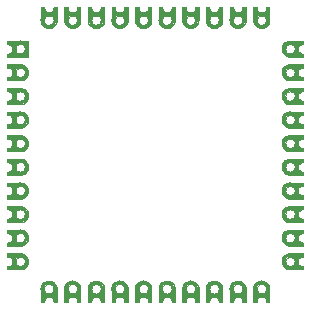
<source format=gbr>
%TF.GenerationSoftware,KiCad,Pcbnew,(5.99.0-13244-g73f40b11ee)*%
%TF.CreationDate,2021-12-16T18:40:11-08:00*%
%TF.ProjectId,MiniMike_RP2040,4d696e69-4d69-46b6-955f-525032303430,rev?*%
%TF.SameCoordinates,Original*%
%TF.FileFunction,Other,User*%
%FSLAX46Y46*%
G04 Gerber Fmt 4.6, Leading zero omitted, Abs format (unit mm)*
G04 Created by KiCad (PCBNEW (5.99.0-13244-g73f40b11ee)) date 2021-12-16 18:40:11*
%MOMM*%
%LPD*%
G01*
G04 APERTURE LIST*
%ADD10C,0.010000*%
%ADD11C,0.001000*%
%ADD12C,0.285000*%
%ADD13C,0.100000*%
G04 APERTURE END LIST*
D10*
%TO.C,PADS1*%
X143600000Y-121400000D02*
X143600000Y-121400000D01*
X151500000Y-111320000D02*
X151500000Y-111320000D01*
X126500000Y-103600000D02*
X126500000Y-103600000D01*
X126500000Y-117600000D02*
X126500000Y-117600000D01*
X151500000Y-103320000D02*
X151500000Y-103320000D01*
X129600000Y-121400000D02*
X129600000Y-121400000D01*
X151500000Y-101320000D02*
X151500000Y-101320000D01*
X134400000Y-96500000D02*
X134400000Y-96500000D01*
X130400000Y-96500000D02*
X130400000Y-96500000D01*
X134680000Y-121400000D02*
X134680000Y-121400000D01*
X126500000Y-114680000D02*
X126500000Y-114680000D01*
X141320000Y-96500000D02*
X141320000Y-96500000D01*
X129320000Y-96500000D02*
X129320000Y-96500000D01*
X131320000Y-96500000D02*
X131320000Y-96500000D01*
X151500000Y-104400000D02*
X151500000Y-104400000D01*
X126500000Y-101600000D02*
X126500000Y-101600000D01*
X151500000Y-105320000D02*
X151500000Y-105320000D01*
X135320000Y-96500000D02*
X135320000Y-96500000D01*
X137320000Y-96500000D02*
X137320000Y-96500000D01*
X126500000Y-104680000D02*
X126500000Y-104680000D01*
X131600000Y-121400000D02*
X131600000Y-121400000D01*
X145600000Y-121400000D02*
X145600000Y-121400000D01*
X151500000Y-117320000D02*
X151500000Y-117320000D01*
X135600000Y-121400000D02*
X135600000Y-121400000D01*
X151500000Y-107320000D02*
X151500000Y-107320000D01*
X140680000Y-121400000D02*
X140680000Y-121400000D01*
X147320000Y-96500000D02*
X147320000Y-96500000D01*
X142400000Y-96500000D02*
X142400000Y-96500000D01*
X126500000Y-99600000D02*
X126500000Y-99600000D01*
X151500000Y-112400000D02*
X151500000Y-112400000D01*
X126500000Y-106680000D02*
X126500000Y-106680000D01*
X132680000Y-121400000D02*
X132680000Y-121400000D01*
X126500000Y-111600000D02*
X126500000Y-111600000D01*
X126500000Y-110680000D02*
X126500000Y-110680000D01*
X137600000Y-121400000D02*
X137600000Y-121400000D01*
X151500000Y-102400000D02*
X151500000Y-102400000D01*
X126500000Y-105600000D02*
X126500000Y-105600000D01*
X144680000Y-121400000D02*
X144680000Y-121400000D01*
X151500000Y-114400000D02*
X151500000Y-114400000D01*
X140400000Y-96500000D02*
X140400000Y-96500000D01*
X132400000Y-96500000D02*
X132400000Y-96500000D01*
X144400000Y-96500000D02*
X144400000Y-96500000D01*
X126500000Y-108680000D02*
X126500000Y-108680000D01*
X126500000Y-102680000D02*
X126500000Y-102680000D01*
X130680000Y-121400000D02*
X130680000Y-121400000D01*
X151500000Y-110400000D02*
X151500000Y-110400000D01*
X126500000Y-113600000D02*
X126500000Y-113600000D01*
X139320000Y-96500000D02*
X139320000Y-96500000D01*
X151500000Y-109320000D02*
X151500000Y-109320000D01*
X126500000Y-109600000D02*
X126500000Y-109600000D01*
X138680000Y-121400000D02*
X138680000Y-121400000D01*
X133320000Y-96500000D02*
X133320000Y-96500000D01*
X126500000Y-112680000D02*
X126500000Y-112680000D01*
X151500000Y-113320000D02*
X151500000Y-113320000D01*
X148680000Y-121400000D02*
X148680000Y-121400000D01*
X126500000Y-107600000D02*
X126500000Y-107600000D01*
X126500000Y-115600000D02*
X126500000Y-115600000D01*
X141600000Y-121400000D02*
X141600000Y-121400000D01*
X126500000Y-118680000D02*
X126500000Y-118680000D01*
X136400000Y-96500000D02*
X136400000Y-96500000D01*
X151500000Y-108400000D02*
X151500000Y-108400000D01*
X136680000Y-121400000D02*
X136680000Y-121400000D01*
X146400000Y-96500000D02*
X146400000Y-96500000D01*
X139600000Y-121400000D02*
X139600000Y-121400000D01*
X145320000Y-96500000D02*
X145320000Y-96500000D01*
X143320000Y-96500000D02*
X143320000Y-96500000D01*
X151500000Y-116400000D02*
X151500000Y-116400000D01*
X151500000Y-100400000D02*
X151500000Y-100400000D01*
X151500000Y-106400000D02*
X151500000Y-106400000D01*
X146680000Y-121400000D02*
X146680000Y-121400000D01*
X126500000Y-100680000D02*
X126500000Y-100680000D01*
X151500000Y-115320000D02*
X151500000Y-115320000D01*
X126500000Y-116680000D02*
X126500000Y-116680000D01*
X147600000Y-121400000D02*
X147600000Y-121400000D01*
X138400000Y-96500000D02*
X138400000Y-96500000D01*
X142680000Y-121400000D02*
X142680000Y-121400000D01*
X148400000Y-96500000D02*
X148400000Y-96500000D01*
X151500000Y-118400000D02*
X151500000Y-118400000D01*
X151500000Y-99320000D02*
X151500000Y-99320000D01*
X133600000Y-121400000D02*
X133600000Y-121400000D01*
D11*
X132399924Y-121400000D02*
X132680000Y-121400000D01*
X132680000Y-121400000D02*
X132680000Y-120325000D01*
X132680000Y-120325000D02*
X132399924Y-120325000D01*
X132399924Y-120325000D02*
X132399924Y-121400000D01*
G36*
X132399924Y-121400000D02*
G01*
X132680000Y-121400000D01*
X132680000Y-120325000D01*
X132399924Y-120325000D01*
X132399924Y-121400000D01*
G37*
X129320000Y-121400000D02*
X129600076Y-121400000D01*
X129600076Y-121400000D02*
X129600076Y-120325000D01*
X129600076Y-120325000D02*
X129320000Y-120325000D01*
X129320000Y-120325000D02*
X129320000Y-121400000D01*
G36*
X129320000Y-121400000D02*
G01*
X129600076Y-121400000D01*
X129600076Y-120325000D01*
X129320000Y-120325000D01*
X129320000Y-121400000D01*
G37*
X126500000Y-111320000D02*
X127575000Y-111320000D01*
X127575000Y-111320000D02*
X127575000Y-111600076D01*
X127575000Y-111600076D02*
X126500000Y-111600076D01*
X126500000Y-111600076D02*
X126500000Y-111320000D01*
G36*
X126500000Y-111320000D02*
G01*
X127575000Y-111320000D01*
X127575000Y-111600076D01*
X126500000Y-111600076D01*
X126500000Y-111320000D01*
G37*
X138399924Y-121400000D02*
X138680000Y-121400000D01*
X138680000Y-121400000D02*
X138680000Y-120325000D01*
X138680000Y-120325000D02*
X138399924Y-120325000D01*
X138399924Y-120325000D02*
X138399924Y-121400000D01*
G36*
X138399924Y-121400000D02*
G01*
X138680000Y-121400000D01*
X138680000Y-120325000D01*
X138399924Y-120325000D01*
X138399924Y-121400000D01*
G37*
X151500000Y-104680000D02*
X150425000Y-104680000D01*
X150425000Y-104680000D02*
X150425000Y-104399924D01*
X150425000Y-104399924D02*
X151500000Y-104399924D01*
X151500000Y-104399924D02*
X151500000Y-104680000D01*
G36*
X151500000Y-104680000D02*
G01*
X150425000Y-104680000D01*
X150425000Y-104399924D01*
X151500000Y-104399924D01*
X151500000Y-104680000D01*
G37*
X126500000Y-104399924D02*
X127575000Y-104399924D01*
X127575000Y-104399924D02*
X127575000Y-104680000D01*
X127575000Y-104680000D02*
X126500000Y-104680000D01*
X126500000Y-104680000D02*
X126500000Y-104399924D01*
G36*
X126500000Y-104399924D02*
G01*
X127575000Y-104399924D01*
X127575000Y-104680000D01*
X126500000Y-104680000D01*
X126500000Y-104399924D01*
G37*
X151500000Y-110680000D02*
X150425000Y-110680000D01*
X150425000Y-110680000D02*
X150425000Y-110399924D01*
X150425000Y-110399924D02*
X151500000Y-110399924D01*
X151500000Y-110399924D02*
X151500000Y-110680000D01*
G36*
X151500000Y-110680000D02*
G01*
X150425000Y-110680000D01*
X150425000Y-110399924D01*
X151500000Y-110399924D01*
X151500000Y-110680000D01*
G37*
X151500000Y-106680000D02*
X150425000Y-106680000D01*
X150425000Y-106680000D02*
X150425000Y-106399924D01*
X150425000Y-106399924D02*
X151500000Y-106399924D01*
X151500000Y-106399924D02*
X151500000Y-106680000D01*
G36*
X151500000Y-106680000D02*
G01*
X150425000Y-106680000D01*
X150425000Y-106399924D01*
X151500000Y-106399924D01*
X151500000Y-106680000D01*
G37*
X126500000Y-110399924D02*
X127575000Y-110399924D01*
X127575000Y-110399924D02*
X127575000Y-110680000D01*
X127575000Y-110680000D02*
X126500000Y-110680000D01*
X126500000Y-110680000D02*
X126500000Y-110399924D01*
G36*
X126500000Y-110399924D02*
G01*
X127575000Y-110399924D01*
X127575000Y-110680000D01*
X126500000Y-110680000D01*
X126500000Y-110399924D01*
G37*
X126500000Y-106399924D02*
X127575000Y-106399924D01*
X127575000Y-106399924D02*
X127575000Y-106680000D01*
X127575000Y-106680000D02*
X126500000Y-106680000D01*
X126500000Y-106680000D02*
X126500000Y-106399924D01*
G36*
X126500000Y-106399924D02*
G01*
X127575000Y-106399924D01*
X127575000Y-106680000D01*
X126500000Y-106680000D01*
X126500000Y-106399924D01*
G37*
X142680000Y-96500000D02*
X142399924Y-96500000D01*
X142399924Y-96500000D02*
X142399924Y-97575000D01*
X142399924Y-97575000D02*
X142680000Y-97575000D01*
X142680000Y-97575000D02*
X142680000Y-96500000D01*
G36*
X142680000Y-96500000D02*
G01*
X142399924Y-96500000D01*
X142399924Y-97575000D01*
X142680000Y-97575000D01*
X142680000Y-96500000D01*
G37*
X147320000Y-121400000D02*
X147600076Y-121400000D01*
X147600076Y-121400000D02*
X147600076Y-120325000D01*
X147600076Y-120325000D02*
X147320000Y-120325000D01*
X147320000Y-120325000D02*
X147320000Y-121400000D01*
G36*
X147320000Y-121400000D02*
G01*
X147600076Y-121400000D01*
X147600076Y-120325000D01*
X147320000Y-120325000D01*
X147320000Y-121400000D01*
G37*
X139320000Y-121400000D02*
X139600076Y-121400000D01*
X139600076Y-121400000D02*
X139600076Y-120325000D01*
X139600076Y-120325000D02*
X139320000Y-120325000D01*
X139320000Y-120325000D02*
X139320000Y-121400000D01*
G36*
X139320000Y-121400000D02*
G01*
X139600076Y-121400000D01*
X139600076Y-120325000D01*
X139320000Y-120325000D01*
X139320000Y-121400000D01*
G37*
X151500000Y-99600076D02*
X150425000Y-99600076D01*
X150425000Y-99600076D02*
X150425000Y-99320000D01*
X150425000Y-99320000D02*
X151500000Y-99320000D01*
X151500000Y-99320000D02*
X151500000Y-99600076D01*
G36*
X151500000Y-99600076D02*
G01*
X150425000Y-99600076D01*
X150425000Y-99320000D01*
X151500000Y-99320000D01*
X151500000Y-99600076D01*
G37*
X151500000Y-102680000D02*
X150425000Y-102680000D01*
X150425000Y-102680000D02*
X150425000Y-102399924D01*
X150425000Y-102399924D02*
X151500000Y-102399924D01*
X151500000Y-102399924D02*
X151500000Y-102680000D01*
G36*
X151500000Y-102680000D02*
G01*
X150425000Y-102680000D01*
X150425000Y-102399924D01*
X151500000Y-102399924D01*
X151500000Y-102680000D01*
G37*
X141320000Y-121400000D02*
X141600076Y-121400000D01*
X141600076Y-121400000D02*
X141600076Y-120325000D01*
X141600076Y-120325000D02*
X141320000Y-120325000D01*
X141320000Y-120325000D02*
X141320000Y-121400000D01*
G36*
X141320000Y-121400000D02*
G01*
X141600076Y-121400000D01*
X141600076Y-120325000D01*
X141320000Y-120325000D01*
X141320000Y-121400000D01*
G37*
X131600076Y-96500000D02*
X131320000Y-96500000D01*
X131320000Y-96500000D02*
X131320000Y-97575000D01*
X131320000Y-97575000D02*
X131600076Y-97575000D01*
X131600076Y-97575000D02*
X131600076Y-96500000D01*
G36*
X131600076Y-96500000D02*
G01*
X131320000Y-96500000D01*
X131320000Y-97575000D01*
X131600076Y-97575000D01*
X131600076Y-96500000D01*
G37*
X132680000Y-96500000D02*
X132399924Y-96500000D01*
X132399924Y-96500000D02*
X132399924Y-97575000D01*
X132399924Y-97575000D02*
X132680000Y-97575000D01*
X132680000Y-97575000D02*
X132680000Y-96500000D01*
G36*
X132680000Y-96500000D02*
G01*
X132399924Y-96500000D01*
X132399924Y-97575000D01*
X132680000Y-97575000D01*
X132680000Y-96500000D01*
G37*
X138680000Y-96500000D02*
X138399924Y-96500000D01*
X138399924Y-96500000D02*
X138399924Y-97575000D01*
X138399924Y-97575000D02*
X138680000Y-97575000D01*
X138680000Y-97575000D02*
X138680000Y-96500000D01*
G36*
X138680000Y-96500000D02*
G01*
X138399924Y-96500000D01*
X138399924Y-97575000D01*
X138680000Y-97575000D01*
X138680000Y-96500000D01*
G37*
X126500000Y-117320000D02*
X127575000Y-117320000D01*
X127575000Y-117320000D02*
X127575000Y-117600076D01*
X127575000Y-117600076D02*
X126500000Y-117600076D01*
X126500000Y-117600076D02*
X126500000Y-117320000D01*
G36*
X126500000Y-117320000D02*
G01*
X127575000Y-117320000D01*
X127575000Y-117600076D01*
X126500000Y-117600076D01*
X126500000Y-117320000D01*
G37*
X134399924Y-121400000D02*
X134680000Y-121400000D01*
X134680000Y-121400000D02*
X134680000Y-120325000D01*
X134680000Y-120325000D02*
X134399924Y-120325000D01*
X134399924Y-120325000D02*
X134399924Y-121400000D01*
G36*
X134399924Y-121400000D02*
G01*
X134680000Y-121400000D01*
X134680000Y-120325000D01*
X134399924Y-120325000D01*
X134399924Y-121400000D01*
G37*
X129600076Y-96500000D02*
X129320000Y-96500000D01*
X129320000Y-96500000D02*
X129320000Y-97575000D01*
X129320000Y-97575000D02*
X129600076Y-97575000D01*
X129600076Y-97575000D02*
X129600076Y-96500000D01*
G36*
X129600076Y-96500000D02*
G01*
X129320000Y-96500000D01*
X129320000Y-97575000D01*
X129600076Y-97575000D01*
X129600076Y-96500000D01*
G37*
X126500000Y-102399924D02*
X127575000Y-102399924D01*
X127575000Y-102399924D02*
X127575000Y-102680000D01*
X127575000Y-102680000D02*
X126500000Y-102680000D01*
X126500000Y-102680000D02*
X126500000Y-102399924D01*
G36*
X126500000Y-102399924D02*
G01*
X127575000Y-102399924D01*
X127575000Y-102680000D01*
X126500000Y-102680000D01*
X126500000Y-102399924D01*
G37*
X147600076Y-96500000D02*
X147320000Y-96500000D01*
X147320000Y-96500000D02*
X147320000Y-97575000D01*
X147320000Y-97575000D02*
X147600076Y-97575000D01*
X147600076Y-97575000D02*
X147600076Y-96500000D01*
G36*
X147600076Y-96500000D02*
G01*
X147320000Y-96500000D01*
X147320000Y-97575000D01*
X147600076Y-97575000D01*
X147600076Y-96500000D01*
G37*
X126500000Y-113320000D02*
X127575000Y-113320000D01*
X127575000Y-113320000D02*
X127575000Y-113600076D01*
X127575000Y-113600076D02*
X126500000Y-113600076D01*
X126500000Y-113600076D02*
X126500000Y-113320000D01*
G36*
X126500000Y-113320000D02*
G01*
X127575000Y-113320000D01*
X127575000Y-113600076D01*
X126500000Y-113600076D01*
X126500000Y-113320000D01*
G37*
X126500000Y-99320000D02*
X127575000Y-99320000D01*
X127575000Y-99320000D02*
X127575000Y-99600076D01*
X127575000Y-99600076D02*
X126500000Y-99600076D01*
X126500000Y-99600076D02*
X126500000Y-99320000D01*
G36*
X126500000Y-99320000D02*
G01*
X127575000Y-99320000D01*
X127575000Y-99600076D01*
X126500000Y-99600076D01*
X126500000Y-99320000D01*
G37*
X148680000Y-96500000D02*
X148399924Y-96500000D01*
X148399924Y-96500000D02*
X148399924Y-97575000D01*
X148399924Y-97575000D02*
X148680000Y-97575000D01*
X148680000Y-97575000D02*
X148680000Y-96500000D01*
G36*
X148680000Y-96500000D02*
G01*
X148399924Y-96500000D01*
X148399924Y-97575000D01*
X148680000Y-97575000D01*
X148680000Y-96500000D01*
G37*
X151500000Y-111600076D02*
X150425000Y-111600076D01*
X150425000Y-111600076D02*
X150425000Y-111320000D01*
X150425000Y-111320000D02*
X151500000Y-111320000D01*
X151500000Y-111320000D02*
X151500000Y-111600076D01*
G36*
X151500000Y-111600076D02*
G01*
X150425000Y-111600076D01*
X150425000Y-111320000D01*
X151500000Y-111320000D01*
X151500000Y-111600076D01*
G37*
X140399924Y-121400000D02*
X140680000Y-121400000D01*
X140680000Y-121400000D02*
X140680000Y-120325000D01*
X140680000Y-120325000D02*
X140399924Y-120325000D01*
X140399924Y-120325000D02*
X140399924Y-121400000D01*
G36*
X140399924Y-121400000D02*
G01*
X140680000Y-121400000D01*
X140680000Y-120325000D01*
X140399924Y-120325000D01*
X140399924Y-121400000D01*
G37*
X151500000Y-107600076D02*
X150425000Y-107600076D01*
X150425000Y-107600076D02*
X150425000Y-107320000D01*
X150425000Y-107320000D02*
X151500000Y-107320000D01*
X151500000Y-107320000D02*
X151500000Y-107600076D01*
G36*
X151500000Y-107600076D02*
G01*
X150425000Y-107600076D01*
X150425000Y-107320000D01*
X151500000Y-107320000D01*
X151500000Y-107600076D01*
G37*
X151500000Y-101600076D02*
X150425000Y-101600076D01*
X150425000Y-101600076D02*
X150425000Y-101320000D01*
X150425000Y-101320000D02*
X151500000Y-101320000D01*
X151500000Y-101320000D02*
X151500000Y-101600076D01*
G36*
X151500000Y-101600076D02*
G01*
X150425000Y-101600076D01*
X150425000Y-101320000D01*
X151500000Y-101320000D01*
X151500000Y-101600076D01*
G37*
X151500000Y-115600076D02*
X150425000Y-115600076D01*
X150425000Y-115600076D02*
X150425000Y-115320000D01*
X150425000Y-115320000D02*
X151500000Y-115320000D01*
X151500000Y-115320000D02*
X151500000Y-115600076D01*
G36*
X151500000Y-115600076D02*
G01*
X150425000Y-115600076D01*
X150425000Y-115320000D01*
X151500000Y-115320000D01*
X151500000Y-115600076D01*
G37*
X151500000Y-108680000D02*
X150425000Y-108680000D01*
X150425000Y-108680000D02*
X150425000Y-108399924D01*
X150425000Y-108399924D02*
X151500000Y-108399924D01*
X151500000Y-108399924D02*
X151500000Y-108680000D01*
G36*
X151500000Y-108680000D02*
G01*
X150425000Y-108680000D01*
X150425000Y-108399924D01*
X151500000Y-108399924D01*
X151500000Y-108680000D01*
G37*
X130680000Y-96500000D02*
X130399924Y-96500000D01*
X130399924Y-96500000D02*
X130399924Y-97575000D01*
X130399924Y-97575000D02*
X130680000Y-97575000D01*
X130680000Y-97575000D02*
X130680000Y-96500000D01*
G36*
X130680000Y-96500000D02*
G01*
X130399924Y-96500000D01*
X130399924Y-97575000D01*
X130680000Y-97575000D01*
X130680000Y-96500000D01*
G37*
X137600076Y-96500000D02*
X137320000Y-96500000D01*
X137320000Y-96500000D02*
X137320000Y-97575000D01*
X137320000Y-97575000D02*
X137600076Y-97575000D01*
X137600076Y-97575000D02*
X137600076Y-96500000D01*
G36*
X137600076Y-96500000D02*
G01*
X137320000Y-96500000D01*
X137320000Y-97575000D01*
X137600076Y-97575000D01*
X137600076Y-96500000D01*
G37*
X135600076Y-96500000D02*
X135320000Y-96500000D01*
X135320000Y-96500000D02*
X135320000Y-97575000D01*
X135320000Y-97575000D02*
X135600076Y-97575000D01*
X135600076Y-97575000D02*
X135600076Y-96500000D01*
G36*
X135600076Y-96500000D02*
G01*
X135320000Y-96500000D01*
X135320000Y-97575000D01*
X135600076Y-97575000D01*
X135600076Y-96500000D01*
G37*
X131320000Y-121400000D02*
X131600076Y-121400000D01*
X131600076Y-121400000D02*
X131600076Y-120325000D01*
X131600076Y-120325000D02*
X131320000Y-120325000D01*
X131320000Y-120325000D02*
X131320000Y-121400000D01*
G36*
X131320000Y-121400000D02*
G01*
X131600076Y-121400000D01*
X131600076Y-120325000D01*
X131320000Y-120325000D01*
X131320000Y-121400000D01*
G37*
X133320000Y-121400000D02*
X133600076Y-121400000D01*
X133600076Y-121400000D02*
X133600076Y-120325000D01*
X133600076Y-120325000D02*
X133320000Y-120325000D01*
X133320000Y-120325000D02*
X133320000Y-121400000D01*
G36*
X133320000Y-121400000D02*
G01*
X133600076Y-121400000D01*
X133600076Y-120325000D01*
X133320000Y-120325000D01*
X133320000Y-121400000D01*
G37*
X151500000Y-113600076D02*
X150425000Y-113600076D01*
X150425000Y-113600076D02*
X150425000Y-113320000D01*
X150425000Y-113320000D02*
X151500000Y-113320000D01*
X151500000Y-113320000D02*
X151500000Y-113600076D01*
G36*
X151500000Y-113600076D02*
G01*
X150425000Y-113600076D01*
X150425000Y-113320000D01*
X151500000Y-113320000D01*
X151500000Y-113600076D01*
G37*
X145320000Y-121400000D02*
X145600076Y-121400000D01*
X145600076Y-121400000D02*
X145600076Y-120325000D01*
X145600076Y-120325000D02*
X145320000Y-120325000D01*
X145320000Y-120325000D02*
X145320000Y-121400000D01*
G36*
X145320000Y-121400000D02*
G01*
X145600076Y-121400000D01*
X145600076Y-120325000D01*
X145320000Y-120325000D01*
X145320000Y-121400000D01*
G37*
X126500000Y-115320000D02*
X127575000Y-115320000D01*
X127575000Y-115320000D02*
X127575000Y-115600076D01*
X127575000Y-115600076D02*
X126500000Y-115600076D01*
X126500000Y-115600076D02*
X126500000Y-115320000D01*
G36*
X126500000Y-115320000D02*
G01*
X127575000Y-115320000D01*
X127575000Y-115600076D01*
X126500000Y-115600076D01*
X126500000Y-115320000D01*
G37*
X148399924Y-121400000D02*
X148680000Y-121400000D01*
X148680000Y-121400000D02*
X148680000Y-120325000D01*
X148680000Y-120325000D02*
X148399924Y-120325000D01*
X148399924Y-120325000D02*
X148399924Y-121400000D01*
G36*
X148399924Y-121400000D02*
G01*
X148680000Y-121400000D01*
X148680000Y-120325000D01*
X148399924Y-120325000D01*
X148399924Y-121400000D01*
G37*
X143320000Y-121400000D02*
X143600076Y-121400000D01*
X143600076Y-121400000D02*
X143600076Y-120325000D01*
X143600076Y-120325000D02*
X143320000Y-120325000D01*
X143320000Y-120325000D02*
X143320000Y-121400000D01*
G36*
X143320000Y-121400000D02*
G01*
X143600076Y-121400000D01*
X143600076Y-120325000D01*
X143320000Y-120325000D01*
X143320000Y-121400000D01*
G37*
X145600076Y-96500000D02*
X145320000Y-96500000D01*
X145320000Y-96500000D02*
X145320000Y-97575000D01*
X145320000Y-97575000D02*
X145600076Y-97575000D01*
X145600076Y-97575000D02*
X145600076Y-96500000D01*
G36*
X145600076Y-96500000D02*
G01*
X145320000Y-96500000D01*
X145320000Y-97575000D01*
X145600076Y-97575000D01*
X145600076Y-96500000D01*
G37*
X143600076Y-96500000D02*
X143320000Y-96500000D01*
X143320000Y-96500000D02*
X143320000Y-97575000D01*
X143320000Y-97575000D02*
X143600076Y-97575000D01*
X143600076Y-97575000D02*
X143600076Y-96500000D01*
G36*
X143600076Y-96500000D02*
G01*
X143320000Y-96500000D01*
X143320000Y-97575000D01*
X143600076Y-97575000D01*
X143600076Y-96500000D01*
G37*
X151500000Y-103600076D02*
X150425000Y-103600076D01*
X150425000Y-103600076D02*
X150425000Y-103320000D01*
X150425000Y-103320000D02*
X151500000Y-103320000D01*
X151500000Y-103320000D02*
X151500000Y-103600076D01*
G36*
X151500000Y-103600076D02*
G01*
X150425000Y-103600076D01*
X150425000Y-103320000D01*
X151500000Y-103320000D01*
X151500000Y-103600076D01*
G37*
X126500000Y-114399924D02*
X127575000Y-114399924D01*
X127575000Y-114399924D02*
X127575000Y-114680000D01*
X127575000Y-114680000D02*
X126500000Y-114680000D01*
X126500000Y-114680000D02*
X126500000Y-114399924D01*
G36*
X126500000Y-114399924D02*
G01*
X127575000Y-114399924D01*
X127575000Y-114680000D01*
X126500000Y-114680000D01*
X126500000Y-114399924D01*
G37*
X134680000Y-96500000D02*
X134399924Y-96500000D01*
X134399924Y-96500000D02*
X134399924Y-97575000D01*
X134399924Y-97575000D02*
X134680000Y-97575000D01*
X134680000Y-97575000D02*
X134680000Y-96500000D01*
G36*
X134680000Y-96500000D02*
G01*
X134399924Y-96500000D01*
X134399924Y-97575000D01*
X134680000Y-97575000D01*
X134680000Y-96500000D01*
G37*
X151500000Y-116680000D02*
X150425000Y-116680000D01*
X150425000Y-116680000D02*
X150425000Y-116399924D01*
X150425000Y-116399924D02*
X151500000Y-116399924D01*
X151500000Y-116399924D02*
X151500000Y-116680000D01*
G36*
X151500000Y-116680000D02*
G01*
X150425000Y-116680000D01*
X150425000Y-116399924D01*
X151500000Y-116399924D01*
X151500000Y-116680000D01*
G37*
X140680000Y-96500000D02*
X140399924Y-96500000D01*
X140399924Y-96500000D02*
X140399924Y-97575000D01*
X140399924Y-97575000D02*
X140680000Y-97575000D01*
X140680000Y-97575000D02*
X140680000Y-96500000D01*
G36*
X140680000Y-96500000D02*
G01*
X140399924Y-96500000D01*
X140399924Y-97575000D01*
X140680000Y-97575000D01*
X140680000Y-96500000D01*
G37*
X126500000Y-107320000D02*
X127575000Y-107320000D01*
X127575000Y-107320000D02*
X127575000Y-107600076D01*
X127575000Y-107600076D02*
X126500000Y-107600076D01*
X126500000Y-107600076D02*
X126500000Y-107320000D01*
G36*
X126500000Y-107320000D02*
G01*
X127575000Y-107320000D01*
X127575000Y-107600076D01*
X126500000Y-107600076D01*
X126500000Y-107320000D01*
G37*
X139600076Y-96500000D02*
X139320000Y-96500000D01*
X139320000Y-96500000D02*
X139320000Y-97575000D01*
X139320000Y-97575000D02*
X139600076Y-97575000D01*
X139600076Y-97575000D02*
X139600076Y-96500000D01*
G36*
X139600076Y-96500000D02*
G01*
X139320000Y-96500000D01*
X139320000Y-97575000D01*
X139600076Y-97575000D01*
X139600076Y-96500000D01*
G37*
X135320000Y-121400000D02*
X135600076Y-121400000D01*
X135600076Y-121400000D02*
X135600076Y-120325000D01*
X135600076Y-120325000D02*
X135320000Y-120325000D01*
X135320000Y-120325000D02*
X135320000Y-121400000D01*
G36*
X135320000Y-121400000D02*
G01*
X135600076Y-121400000D01*
X135600076Y-120325000D01*
X135320000Y-120325000D01*
X135320000Y-121400000D01*
G37*
X126500000Y-105320000D02*
X127575000Y-105320000D01*
X127575000Y-105320000D02*
X127575000Y-105600076D01*
X127575000Y-105600076D02*
X126500000Y-105600076D01*
X126500000Y-105600076D02*
X126500000Y-105320000D01*
G36*
X126500000Y-105320000D02*
G01*
X127575000Y-105320000D01*
X127575000Y-105600076D01*
X126500000Y-105600076D01*
X126500000Y-105320000D01*
G37*
X130399924Y-121400000D02*
X130680000Y-121400000D01*
X130680000Y-121400000D02*
X130680000Y-120325000D01*
X130680000Y-120325000D02*
X130399924Y-120325000D01*
X130399924Y-120325000D02*
X130399924Y-121400000D01*
G36*
X130399924Y-121400000D02*
G01*
X130680000Y-121400000D01*
X130680000Y-120325000D01*
X130399924Y-120325000D01*
X130399924Y-121400000D01*
G37*
X126500000Y-109320000D02*
X127575000Y-109320000D01*
X127575000Y-109320000D02*
X127575000Y-109600076D01*
X127575000Y-109600076D02*
X126500000Y-109600076D01*
X126500000Y-109600076D02*
X126500000Y-109320000D01*
G36*
X126500000Y-109320000D02*
G01*
X127575000Y-109320000D01*
X127575000Y-109600076D01*
X126500000Y-109600076D01*
X126500000Y-109320000D01*
G37*
X126500000Y-108399924D02*
X127575000Y-108399924D01*
X127575000Y-108399924D02*
X127575000Y-108680000D01*
X127575000Y-108680000D02*
X126500000Y-108680000D01*
X126500000Y-108680000D02*
X126500000Y-108399924D01*
G36*
X126500000Y-108399924D02*
G01*
X127575000Y-108399924D01*
X127575000Y-108680000D01*
X126500000Y-108680000D01*
X126500000Y-108399924D01*
G37*
X144399924Y-121400000D02*
X144680000Y-121400000D01*
X144680000Y-121400000D02*
X144680000Y-120325000D01*
X144680000Y-120325000D02*
X144399924Y-120325000D01*
X144399924Y-120325000D02*
X144399924Y-121400000D01*
G36*
X144399924Y-121400000D02*
G01*
X144680000Y-121400000D01*
X144680000Y-120325000D01*
X144399924Y-120325000D01*
X144399924Y-121400000D01*
G37*
X146680000Y-96500000D02*
X146399924Y-96500000D01*
X146399924Y-96500000D02*
X146399924Y-97575000D01*
X146399924Y-97575000D02*
X146680000Y-97575000D01*
X146680000Y-97575000D02*
X146680000Y-96500000D01*
G36*
X146680000Y-96500000D02*
G01*
X146399924Y-96500000D01*
X146399924Y-97575000D01*
X146680000Y-97575000D01*
X146680000Y-96500000D01*
G37*
X141600076Y-96500000D02*
X141320000Y-96500000D01*
X141320000Y-96500000D02*
X141320000Y-97575000D01*
X141320000Y-97575000D02*
X141600076Y-97575000D01*
X141600076Y-97575000D02*
X141600076Y-96500000D01*
G36*
X141600076Y-96500000D02*
G01*
X141320000Y-96500000D01*
X141320000Y-97575000D01*
X141600076Y-97575000D01*
X141600076Y-96500000D01*
G37*
X136399924Y-121400000D02*
X136680000Y-121400000D01*
X136680000Y-121400000D02*
X136680000Y-120325000D01*
X136680000Y-120325000D02*
X136399924Y-120325000D01*
X136399924Y-120325000D02*
X136399924Y-121400000D01*
G36*
X136399924Y-121400000D02*
G01*
X136680000Y-121400000D01*
X136680000Y-120325000D01*
X136399924Y-120325000D01*
X136399924Y-121400000D01*
G37*
X136680000Y-96500000D02*
X136399924Y-96500000D01*
X136399924Y-96500000D02*
X136399924Y-97575000D01*
X136399924Y-97575000D02*
X136680000Y-97575000D01*
X136680000Y-97575000D02*
X136680000Y-96500000D01*
G36*
X136680000Y-96500000D02*
G01*
X136399924Y-96500000D01*
X136399924Y-97575000D01*
X136680000Y-97575000D01*
X136680000Y-96500000D01*
G37*
X151500000Y-100680000D02*
X150425000Y-100680000D01*
X150425000Y-100680000D02*
X150425000Y-100399924D01*
X150425000Y-100399924D02*
X151500000Y-100399924D01*
X151500000Y-100399924D02*
X151500000Y-100680000D01*
G36*
X151500000Y-100680000D02*
G01*
X150425000Y-100680000D01*
X150425000Y-100399924D01*
X151500000Y-100399924D01*
X151500000Y-100680000D01*
G37*
X144680000Y-96500000D02*
X144399924Y-96500000D01*
X144399924Y-96500000D02*
X144399924Y-97575000D01*
X144399924Y-97575000D02*
X144680000Y-97575000D01*
X144680000Y-97575000D02*
X144680000Y-96500000D01*
G36*
X144680000Y-96500000D02*
G01*
X144399924Y-96500000D01*
X144399924Y-97575000D01*
X144680000Y-97575000D01*
X144680000Y-96500000D01*
G37*
X151500000Y-117600076D02*
X150425000Y-117600076D01*
X150425000Y-117600076D02*
X150425000Y-117320000D01*
X150425000Y-117320000D02*
X151500000Y-117320000D01*
X151500000Y-117320000D02*
X151500000Y-117600076D01*
G36*
X151500000Y-117600076D02*
G01*
X150425000Y-117600076D01*
X150425000Y-117320000D01*
X151500000Y-117320000D01*
X151500000Y-117600076D01*
G37*
X126500000Y-101320000D02*
X127575000Y-101320000D01*
X127575000Y-101320000D02*
X127575000Y-101600076D01*
X127575000Y-101600076D02*
X126500000Y-101600076D01*
X126500000Y-101600076D02*
X126500000Y-101320000D01*
G36*
X126500000Y-101320000D02*
G01*
X127575000Y-101320000D01*
X127575000Y-101600076D01*
X126500000Y-101600076D01*
X126500000Y-101320000D01*
G37*
X126500000Y-116399924D02*
X127575000Y-116399924D01*
X127575000Y-116399924D02*
X127575000Y-116680000D01*
X127575000Y-116680000D02*
X126500000Y-116680000D01*
X126500000Y-116680000D02*
X126500000Y-116399924D01*
G36*
X126500000Y-116399924D02*
G01*
X127575000Y-116399924D01*
X127575000Y-116680000D01*
X126500000Y-116680000D01*
X126500000Y-116399924D01*
G37*
X151500000Y-105600076D02*
X150425000Y-105600076D01*
X150425000Y-105600076D02*
X150425000Y-105320000D01*
X150425000Y-105320000D02*
X151500000Y-105320000D01*
X151500000Y-105320000D02*
X151500000Y-105600076D01*
G36*
X151500000Y-105600076D02*
G01*
X150425000Y-105600076D01*
X150425000Y-105320000D01*
X151500000Y-105320000D01*
X151500000Y-105600076D01*
G37*
X142399924Y-121400000D02*
X142680000Y-121400000D01*
X142680000Y-121400000D02*
X142680000Y-120325000D01*
X142680000Y-120325000D02*
X142399924Y-120325000D01*
X142399924Y-120325000D02*
X142399924Y-121400000D01*
G36*
X142399924Y-121400000D02*
G01*
X142680000Y-121400000D01*
X142680000Y-120325000D01*
X142399924Y-120325000D01*
X142399924Y-121400000D01*
G37*
X126500000Y-100399924D02*
X127575000Y-100399924D01*
X127575000Y-100399924D02*
X127575000Y-100680000D01*
X127575000Y-100680000D02*
X126500000Y-100680000D01*
X126500000Y-100680000D02*
X126500000Y-100399924D01*
G36*
X126500000Y-100399924D02*
G01*
X127575000Y-100399924D01*
X127575000Y-100680000D01*
X126500000Y-100680000D01*
X126500000Y-100399924D01*
G37*
X126500000Y-112399924D02*
X127575000Y-112399924D01*
X127575000Y-112399924D02*
X127575000Y-112680000D01*
X127575000Y-112680000D02*
X126500000Y-112680000D01*
X126500000Y-112680000D02*
X126500000Y-112399924D01*
G36*
X126500000Y-112399924D02*
G01*
X127575000Y-112399924D01*
X127575000Y-112680000D01*
X126500000Y-112680000D01*
X126500000Y-112399924D01*
G37*
X151500000Y-114680000D02*
X150425000Y-114680000D01*
X150425000Y-114680000D02*
X150425000Y-114399924D01*
X150425000Y-114399924D02*
X151500000Y-114399924D01*
X151500000Y-114399924D02*
X151500000Y-114680000D01*
G36*
X151500000Y-114680000D02*
G01*
X150425000Y-114680000D01*
X150425000Y-114399924D01*
X151500000Y-114399924D01*
X151500000Y-114680000D01*
G37*
X151500000Y-112680000D02*
X150425000Y-112680000D01*
X150425000Y-112680000D02*
X150425000Y-112399924D01*
X150425000Y-112399924D02*
X151500000Y-112399924D01*
X151500000Y-112399924D02*
X151500000Y-112680000D01*
G36*
X151500000Y-112680000D02*
G01*
X150425000Y-112680000D01*
X150425000Y-112399924D01*
X151500000Y-112399924D01*
X151500000Y-112680000D01*
G37*
X151500000Y-109600076D02*
X150425000Y-109600076D01*
X150425000Y-109600076D02*
X150425000Y-109320000D01*
X150425000Y-109320000D02*
X151500000Y-109320000D01*
X151500000Y-109320000D02*
X151500000Y-109600076D01*
G36*
X151500000Y-109600076D02*
G01*
X150425000Y-109600076D01*
X150425000Y-109320000D01*
X151500000Y-109320000D01*
X151500000Y-109600076D01*
G37*
X146399924Y-121400000D02*
X146680000Y-121400000D01*
X146680000Y-121400000D02*
X146680000Y-120325000D01*
X146680000Y-120325000D02*
X146399924Y-120325000D01*
X146399924Y-120325000D02*
X146399924Y-121400000D01*
G36*
X146399924Y-121400000D02*
G01*
X146680000Y-121400000D01*
X146680000Y-120325000D01*
X146399924Y-120325000D01*
X146399924Y-121400000D01*
G37*
X126500000Y-103320000D02*
X127575000Y-103320000D01*
X127575000Y-103320000D02*
X127575000Y-103600076D01*
X127575000Y-103600076D02*
X126500000Y-103600076D01*
X126500000Y-103600076D02*
X126500000Y-103320000D01*
G36*
X126500000Y-103320000D02*
G01*
X127575000Y-103320000D01*
X127575000Y-103600076D01*
X126500000Y-103600076D01*
X126500000Y-103320000D01*
G37*
X126500000Y-118399924D02*
X127575000Y-118399924D01*
X127575000Y-118399924D02*
X127575000Y-118680000D01*
X127575000Y-118680000D02*
X126500000Y-118680000D01*
X126500000Y-118680000D02*
X126500000Y-118399924D01*
G36*
X126500000Y-118399924D02*
G01*
X127575000Y-118399924D01*
X127575000Y-118680000D01*
X126500000Y-118680000D01*
X126500000Y-118399924D01*
G37*
X137320000Y-121400000D02*
X137600076Y-121400000D01*
X137600076Y-121400000D02*
X137600076Y-120325000D01*
X137600076Y-120325000D02*
X137320000Y-120325000D01*
X137320000Y-120325000D02*
X137320000Y-121400000D01*
G36*
X137320000Y-121400000D02*
G01*
X137600076Y-121400000D01*
X137600076Y-120325000D01*
X137320000Y-120325000D01*
X137320000Y-121400000D01*
G37*
X133600076Y-96500000D02*
X133320000Y-96500000D01*
X133320000Y-96500000D02*
X133320000Y-97575000D01*
X133320000Y-97575000D02*
X133600076Y-97575000D01*
X133600076Y-97575000D02*
X133600076Y-96500000D01*
G36*
X133600076Y-96500000D02*
G01*
X133320000Y-96500000D01*
X133320000Y-97575000D01*
X133600076Y-97575000D01*
X133600076Y-96500000D01*
G37*
X151500000Y-118680000D02*
X150425000Y-118680000D01*
X150425000Y-118680000D02*
X150425000Y-118399924D01*
X150425000Y-118399924D02*
X151500000Y-118399924D01*
X151500000Y-118399924D02*
X151500000Y-118680000D01*
G36*
X151500000Y-118680000D02*
G01*
X150425000Y-118680000D01*
X150425000Y-118399924D01*
X151500000Y-118399924D01*
X151500000Y-118680000D01*
G37*
D12*
X128112500Y-104000000D02*
G75*
G03*
X128112500Y-104000000I-537500J0D01*
G01*
X128112500Y-108000000D02*
G75*
G03*
X128112500Y-108000000I-537500J0D01*
G01*
X142537500Y-120325000D02*
G75*
G03*
X142537500Y-120325000I-537500J0D01*
G01*
X150962500Y-112000000D02*
G75*
G03*
X150962500Y-112000000I-537500J0D01*
G01*
X150962500Y-100000000D02*
G75*
G03*
X150962500Y-100000000I-537500J0D01*
G01*
D10*
X148675000Y-97575000D02*
G75*
G03*
X148675000Y-97575000I-675000J0D01*
G01*
X128250000Y-110000000D02*
G75*
G03*
X128250000Y-110000000I-675000J0D01*
G01*
D12*
X150962500Y-110000000D02*
G75*
G03*
X150962500Y-110000000I-537500J0D01*
G01*
X128112500Y-118000000D02*
G75*
G03*
X128112500Y-118000000I-537500J0D01*
G01*
D10*
X151100000Y-100000000D02*
G75*
G03*
X151100000Y-100000000I-675000J0D01*
G01*
D12*
X136537500Y-120325000D02*
G75*
G03*
X136537500Y-120325000I-537500J0D01*
G01*
D10*
X151100000Y-114000000D02*
G75*
G03*
X151100000Y-114000000I-675000J0D01*
G01*
X130675000Y-97575000D02*
G75*
G03*
X130675000Y-97575000I-675000J0D01*
G01*
D12*
X140537500Y-97575000D02*
G75*
G03*
X140537500Y-97575000I-537500J0D01*
G01*
D10*
X142675000Y-97575000D02*
G75*
G03*
X142675000Y-97575000I-675000J0D01*
G01*
X151100000Y-106000000D02*
G75*
G03*
X151100000Y-106000000I-675000J0D01*
G01*
D12*
X132537500Y-97575000D02*
G75*
G03*
X132537500Y-97575000I-537500J0D01*
G01*
D10*
X151100000Y-118000000D02*
G75*
G03*
X151100000Y-118000000I-675000J0D01*
G01*
X140675000Y-97575000D02*
G75*
G03*
X140675000Y-97575000I-675000J0D01*
G01*
D12*
X144537500Y-120325000D02*
G75*
G03*
X144537500Y-120325000I-537500J0D01*
G01*
D10*
X128250000Y-112000000D02*
G75*
G03*
X128250000Y-112000000I-675000J0D01*
G01*
D12*
X130537500Y-120325000D02*
G75*
G03*
X130537500Y-120325000I-537500J0D01*
G01*
X128112500Y-112000000D02*
G75*
G03*
X128112500Y-112000000I-537500J0D01*
G01*
X146537500Y-97575000D02*
G75*
G03*
X146537500Y-97575000I-537500J0D01*
G01*
D10*
X142675000Y-120325000D02*
G75*
G03*
X142675000Y-120325000I-675000J0D01*
G01*
D12*
X148537500Y-97575000D02*
G75*
G03*
X148537500Y-97575000I-537500J0D01*
G01*
X150962500Y-108000000D02*
G75*
G03*
X150962500Y-108000000I-537500J0D01*
G01*
X150962500Y-118000000D02*
G75*
G03*
X150962500Y-118000000I-537500J0D01*
G01*
X136537500Y-97575000D02*
G75*
G03*
X136537500Y-97575000I-537500J0D01*
G01*
D10*
X146675000Y-120325000D02*
G75*
G03*
X146675000Y-120325000I-675000J0D01*
G01*
D12*
X128112500Y-110000000D02*
G75*
G03*
X128112500Y-110000000I-537500J0D01*
G01*
D10*
X134675000Y-120325000D02*
G75*
G03*
X134675000Y-120325000I-675000J0D01*
G01*
X128250000Y-100000000D02*
G75*
G03*
X128250000Y-100000000I-675000J0D01*
G01*
D12*
X128112500Y-114000000D02*
G75*
G03*
X128112500Y-114000000I-537500J0D01*
G01*
X128112500Y-106000000D02*
G75*
G03*
X128112500Y-106000000I-537500J0D01*
G01*
D10*
X128250000Y-116000000D02*
G75*
G03*
X128250000Y-116000000I-675000J0D01*
G01*
X151100000Y-102000000D02*
G75*
G03*
X151100000Y-102000000I-675000J0D01*
G01*
X132675000Y-97575000D02*
G75*
G03*
X132675000Y-97575000I-675000J0D01*
G01*
X148675000Y-120325000D02*
G75*
G03*
X148675000Y-120325000I-675000J0D01*
G01*
D12*
X132537500Y-120325000D02*
G75*
G03*
X132537500Y-120325000I-537500J0D01*
G01*
D10*
X140675000Y-120325000D02*
G75*
G03*
X140675000Y-120325000I-675000J0D01*
G01*
D12*
X128112500Y-100000000D02*
G75*
G03*
X128112500Y-100000000I-537500J0D01*
G01*
D10*
X138675000Y-97575000D02*
G75*
G03*
X138675000Y-97575000I-675000J0D01*
G01*
X151100000Y-108000000D02*
G75*
G03*
X151100000Y-108000000I-675000J0D01*
G01*
X130675000Y-120325000D02*
G75*
G03*
X130675000Y-120325000I-675000J0D01*
G01*
D12*
X150962500Y-102000000D02*
G75*
G03*
X150962500Y-102000000I-537500J0D01*
G01*
D10*
X144675000Y-97575000D02*
G75*
G03*
X144675000Y-97575000I-675000J0D01*
G01*
D12*
X138537500Y-97575000D02*
G75*
G03*
X138537500Y-97575000I-537500J0D01*
G01*
X134537500Y-97575000D02*
G75*
G03*
X134537500Y-97575000I-537500J0D01*
G01*
D10*
X151100000Y-104000000D02*
G75*
G03*
X151100000Y-104000000I-675000J0D01*
G01*
D12*
X146537500Y-120325000D02*
G75*
G03*
X146537500Y-120325000I-537500J0D01*
G01*
D10*
X128250000Y-102000000D02*
G75*
G03*
X128250000Y-102000000I-675000J0D01*
G01*
X146675000Y-97575000D02*
G75*
G03*
X146675000Y-97575000I-675000J0D01*
G01*
D12*
X148537500Y-120325000D02*
G75*
G03*
X148537500Y-120325000I-537500J0D01*
G01*
X140537500Y-120325000D02*
G75*
G03*
X140537500Y-120325000I-537500J0D01*
G01*
D10*
X128250000Y-118000000D02*
G75*
G03*
X128250000Y-118000000I-675000J0D01*
G01*
X134675000Y-97575000D02*
G75*
G03*
X134675000Y-97575000I-675000J0D01*
G01*
D12*
X144537500Y-97575000D02*
G75*
G03*
X144537500Y-97575000I-537500J0D01*
G01*
X150962500Y-104000000D02*
G75*
G03*
X150962500Y-104000000I-537500J0D01*
G01*
D10*
X151100000Y-116000000D02*
G75*
G03*
X151100000Y-116000000I-675000J0D01*
G01*
X136675000Y-97575000D02*
G75*
G03*
X136675000Y-97575000I-675000J0D01*
G01*
D12*
X128112500Y-116000000D02*
G75*
G03*
X128112500Y-116000000I-537500J0D01*
G01*
X150962500Y-116000000D02*
G75*
G03*
X150962500Y-116000000I-537500J0D01*
G01*
D10*
X132675000Y-120325000D02*
G75*
G03*
X132675000Y-120325000I-675000J0D01*
G01*
D12*
X130537500Y-97575000D02*
G75*
G03*
X130537500Y-97575000I-537500J0D01*
G01*
D10*
X138675000Y-120325000D02*
G75*
G03*
X138675000Y-120325000I-675000J0D01*
G01*
D12*
X128112500Y-102000000D02*
G75*
G03*
X128112500Y-102000000I-537500J0D01*
G01*
D10*
X136675000Y-120325000D02*
G75*
G03*
X136675000Y-120325000I-675000J0D01*
G01*
X128250000Y-108000000D02*
G75*
G03*
X128250000Y-108000000I-675000J0D01*
G01*
D12*
X138537500Y-120325000D02*
G75*
G03*
X138537500Y-120325000I-537500J0D01*
G01*
D10*
X151100000Y-112000000D02*
G75*
G03*
X151100000Y-112000000I-675000J0D01*
G01*
X151100000Y-110000000D02*
G75*
G03*
X151100000Y-110000000I-675000J0D01*
G01*
X128250000Y-106000000D02*
G75*
G03*
X128250000Y-106000000I-675000J0D01*
G01*
X128250000Y-114000000D02*
G75*
G03*
X128250000Y-114000000I-675000J0D01*
G01*
D12*
X134537500Y-120325000D02*
G75*
G03*
X134537500Y-120325000I-537500J0D01*
G01*
X150962500Y-114000000D02*
G75*
G03*
X150962500Y-114000000I-537500J0D01*
G01*
X142537500Y-97575000D02*
G75*
G03*
X142537500Y-97575000I-537500J0D01*
G01*
X150962500Y-106000000D02*
G75*
G03*
X150962500Y-106000000I-537500J0D01*
G01*
D10*
X144675000Y-120325000D02*
G75*
G03*
X144675000Y-120325000I-675000J0D01*
G01*
X128250000Y-104000000D02*
G75*
G03*
X128250000Y-104000000I-675000J0D01*
G01*
D13*
X146000000Y-98254958D02*
X146162193Y-98235331D01*
X146162193Y-98235331D02*
X146315022Y-98177581D01*
X146315022Y-98177581D02*
X146449664Y-98085044D01*
X146449664Y-98085044D02*
X146558347Y-97963061D01*
X146558347Y-97963061D02*
X146634795Y-97818675D01*
X146634795Y-97818675D02*
X146674596Y-97660221D01*
X146674596Y-97660221D02*
X146675452Y-97496848D01*
X146675452Y-97496848D02*
X146637312Y-97337986D01*
X146637312Y-97337986D02*
X146562380Y-97192807D01*
X146562380Y-97192807D02*
X146454981Y-97069693D01*
X146454981Y-97069693D02*
X146321315Y-96975751D01*
X146321315Y-96975751D02*
X146169099Y-96916404D01*
X146169099Y-96916404D02*
X146007120Y-96895079D01*
X146007120Y-96895079D02*
X145844731Y-96913007D01*
X145844731Y-96913007D02*
X145691306Y-96969153D01*
X145691306Y-96969153D02*
X145555701Y-97060275D01*
X145555701Y-97060275D02*
X145445747Y-97181113D01*
X145445747Y-97181113D02*
X145367791Y-97324691D01*
X145367791Y-97324691D02*
X145326333Y-97482719D01*
X145326333Y-97482719D02*
X145323767Y-97646075D01*
X145323767Y-97646075D02*
X145360241Y-97805328D01*
X145360241Y-97805328D02*
X145433649Y-97951283D01*
X145433649Y-97951283D02*
X145539753Y-98075515D01*
X145539753Y-98075515D02*
X145672428Y-98170852D01*
X145672428Y-98170852D02*
X145824014Y-98231789D01*
X145824014Y-98231789D02*
X145985760Y-98254809D01*
X145985760Y-98254809D02*
X146000000Y-98254958D01*
D10*
X130400000Y-96500000D02*
X130680000Y-96500000D01*
X130680000Y-96500000D02*
X130677521Y-96582266D01*
X130677521Y-96582266D02*
X130638146Y-96742017D01*
X130638146Y-96742017D02*
X130561684Y-96887702D01*
X130561684Y-96887702D02*
X130452579Y-97010856D01*
X130452579Y-97010856D02*
X130317172Y-97104321D01*
X130317172Y-97104321D02*
X130163332Y-97162665D01*
X130163332Y-97162665D02*
X130000000Y-97182497D01*
X130000000Y-97182497D02*
X129836668Y-97162665D01*
X129836668Y-97162665D02*
X129682828Y-97104321D01*
X129682828Y-97104321D02*
X129547421Y-97010856D01*
X129547421Y-97010856D02*
X129438316Y-96887702D01*
X129438316Y-96887702D02*
X129361854Y-96742017D01*
X129361854Y-96742017D02*
X129322479Y-96582266D01*
X129322479Y-96582266D02*
X129320000Y-96500000D01*
X129320000Y-96500000D02*
X129600000Y-96500000D01*
X129600000Y-96500000D02*
X129602462Y-96562964D01*
X129602462Y-96562964D02*
X129641376Y-96682728D01*
X129641376Y-96682728D02*
X129715394Y-96784606D01*
X129715394Y-96784606D02*
X129817272Y-96858624D01*
X129817272Y-96858624D02*
X129937036Y-96897538D01*
X129937036Y-96897538D02*
X130062964Y-96897538D01*
X130062964Y-96897538D02*
X130182728Y-96858624D01*
X130182728Y-96858624D02*
X130284606Y-96784606D01*
X130284606Y-96784606D02*
X130358624Y-96682728D01*
X130358624Y-96682728D02*
X130397538Y-96562964D01*
X130397538Y-96562964D02*
X130400000Y-96500000D01*
X130400000Y-96500000D02*
X130400000Y-96500000D01*
G36*
X129602462Y-96562964D02*
G01*
X129641376Y-96682728D01*
X129715394Y-96784606D01*
X129817272Y-96858624D01*
X129937036Y-96897538D01*
X130062964Y-96897538D01*
X130182728Y-96858624D01*
X130284606Y-96784606D01*
X130358624Y-96682728D01*
X130397538Y-96562964D01*
X130400000Y-96500000D01*
X130680000Y-96500000D01*
X130677521Y-96582266D01*
X130638146Y-96742017D01*
X130561684Y-96887702D01*
X130452579Y-97010856D01*
X130317172Y-97104321D01*
X130163332Y-97162665D01*
X130000000Y-97182497D01*
X129836668Y-97162665D01*
X129682828Y-97104321D01*
X129547421Y-97010856D01*
X129438316Y-96887702D01*
X129361854Y-96742017D01*
X129322479Y-96582266D01*
X129320000Y-96500000D01*
X129600000Y-96500000D01*
X129602462Y-96562964D01*
G37*
X129602462Y-96562964D02*
X129641376Y-96682728D01*
X129715394Y-96784606D01*
X129817272Y-96858624D01*
X129937036Y-96897538D01*
X130062964Y-96897538D01*
X130182728Y-96858624D01*
X130284606Y-96784606D01*
X130358624Y-96682728D01*
X130397538Y-96562964D01*
X130400000Y-96500000D01*
X130680000Y-96500000D01*
X130677521Y-96582266D01*
X130638146Y-96742017D01*
X130561684Y-96887702D01*
X130452579Y-97010856D01*
X130317172Y-97104321D01*
X130163332Y-97162665D01*
X130000000Y-97182497D01*
X129836668Y-97162665D01*
X129682828Y-97104321D01*
X129547421Y-97010856D01*
X129438316Y-96887702D01*
X129361854Y-96742017D01*
X129322479Y-96582266D01*
X129320000Y-96500000D01*
X129600000Y-96500000D01*
X129602462Y-96562964D01*
D13*
X127974924Y-100000000D02*
X127955350Y-99876417D01*
X127955350Y-99876417D02*
X127898545Y-99764931D01*
X127898545Y-99764931D02*
X127810069Y-99676455D01*
X127810069Y-99676455D02*
X127698583Y-99619650D01*
X127698583Y-99619650D02*
X127575000Y-99600076D01*
X127575000Y-99600076D02*
X127451417Y-99619650D01*
X127451417Y-99619650D02*
X127339931Y-99676455D01*
X127339931Y-99676455D02*
X127251455Y-99764931D01*
X127251455Y-99764931D02*
X127194650Y-99876417D01*
X127194650Y-99876417D02*
X127175076Y-100000000D01*
X127175076Y-100000000D02*
X127194650Y-100123583D01*
X127194650Y-100123583D02*
X127251455Y-100235069D01*
X127251455Y-100235069D02*
X127339931Y-100323545D01*
X127339931Y-100323545D02*
X127451417Y-100380350D01*
X127451417Y-100380350D02*
X127575000Y-100399924D01*
X127575000Y-100399924D02*
X127698583Y-100380350D01*
X127698583Y-100380350D02*
X127810069Y-100323545D01*
X127810069Y-100323545D02*
X127898545Y-100235069D01*
X127898545Y-100235069D02*
X127955350Y-100123583D01*
X127955350Y-100123583D02*
X127974924Y-100000000D01*
X150025076Y-108000000D02*
X150044650Y-108123583D01*
X150044650Y-108123583D02*
X150101455Y-108235069D01*
X150101455Y-108235069D02*
X150189931Y-108323545D01*
X150189931Y-108323545D02*
X150301417Y-108380350D01*
X150301417Y-108380350D02*
X150425000Y-108399924D01*
X150425000Y-108399924D02*
X150548583Y-108380350D01*
X150548583Y-108380350D02*
X150660069Y-108323545D01*
X150660069Y-108323545D02*
X150748545Y-108235069D01*
X150748545Y-108235069D02*
X150805350Y-108123583D01*
X150805350Y-108123583D02*
X150824924Y-108000000D01*
X150824924Y-108000000D02*
X150805350Y-107876417D01*
X150805350Y-107876417D02*
X150748545Y-107764931D01*
X150748545Y-107764931D02*
X150660069Y-107676455D01*
X150660069Y-107676455D02*
X150548583Y-107619650D01*
X150548583Y-107619650D02*
X150425000Y-107600076D01*
X150425000Y-107600076D02*
X150301417Y-107619650D01*
X150301417Y-107619650D02*
X150189931Y-107676455D01*
X150189931Y-107676455D02*
X150101455Y-107764931D01*
X150101455Y-107764931D02*
X150044650Y-107876417D01*
X150044650Y-107876417D02*
X150025076Y-108000000D01*
X136000000Y-98254958D02*
X136162193Y-98235331D01*
X136162193Y-98235331D02*
X136315022Y-98177581D01*
X136315022Y-98177581D02*
X136449664Y-98085044D01*
X136449664Y-98085044D02*
X136558347Y-97963061D01*
X136558347Y-97963061D02*
X136634795Y-97818675D01*
X136634795Y-97818675D02*
X136674596Y-97660221D01*
X136674596Y-97660221D02*
X136675452Y-97496848D01*
X136675452Y-97496848D02*
X136637312Y-97337986D01*
X136637312Y-97337986D02*
X136562380Y-97192807D01*
X136562380Y-97192807D02*
X136454981Y-97069693D01*
X136454981Y-97069693D02*
X136321315Y-96975751D01*
X136321315Y-96975751D02*
X136169099Y-96916404D01*
X136169099Y-96916404D02*
X136007120Y-96895079D01*
X136007120Y-96895079D02*
X135844731Y-96913007D01*
X135844731Y-96913007D02*
X135691306Y-96969153D01*
X135691306Y-96969153D02*
X135555701Y-97060275D01*
X135555701Y-97060275D02*
X135445747Y-97181113D01*
X135445747Y-97181113D02*
X135367791Y-97324691D01*
X135367791Y-97324691D02*
X135326333Y-97482719D01*
X135326333Y-97482719D02*
X135323767Y-97646075D01*
X135323767Y-97646075D02*
X135360241Y-97805328D01*
X135360241Y-97805328D02*
X135433649Y-97951283D01*
X135433649Y-97951283D02*
X135539753Y-98075515D01*
X135539753Y-98075515D02*
X135672428Y-98170852D01*
X135672428Y-98170852D02*
X135824014Y-98231789D01*
X135824014Y-98231789D02*
X135985760Y-98254809D01*
X135985760Y-98254809D02*
X136000000Y-98254958D01*
D10*
X151500000Y-112400000D02*
X151500000Y-112680000D01*
X151500000Y-112680000D02*
X151417734Y-112677521D01*
X151417734Y-112677521D02*
X151257983Y-112638146D01*
X151257983Y-112638146D02*
X151112298Y-112561684D01*
X151112298Y-112561684D02*
X150989144Y-112452579D01*
X150989144Y-112452579D02*
X150895679Y-112317172D01*
X150895679Y-112317172D02*
X150837335Y-112163332D01*
X150837335Y-112163332D02*
X150817503Y-112000000D01*
X150817503Y-112000000D02*
X150837335Y-111836668D01*
X150837335Y-111836668D02*
X150895679Y-111682828D01*
X150895679Y-111682828D02*
X150989144Y-111547421D01*
X150989144Y-111547421D02*
X151112298Y-111438316D01*
X151112298Y-111438316D02*
X151257983Y-111361854D01*
X151257983Y-111361854D02*
X151417734Y-111322479D01*
X151417734Y-111322479D02*
X151500000Y-111320000D01*
X151500000Y-111320000D02*
X151500000Y-111600000D01*
X151500000Y-111600000D02*
X151437036Y-111602462D01*
X151437036Y-111602462D02*
X151317272Y-111641376D01*
X151317272Y-111641376D02*
X151215394Y-111715394D01*
X151215394Y-111715394D02*
X151141376Y-111817272D01*
X151141376Y-111817272D02*
X151102462Y-111937036D01*
X151102462Y-111937036D02*
X151102462Y-112062964D01*
X151102462Y-112062964D02*
X151141376Y-112182728D01*
X151141376Y-112182728D02*
X151215394Y-112284606D01*
X151215394Y-112284606D02*
X151317272Y-112358624D01*
X151317272Y-112358624D02*
X151437036Y-112397538D01*
X151437036Y-112397538D02*
X151500000Y-112400000D01*
X151500000Y-112400000D02*
X151500000Y-112400000D01*
G36*
X151500000Y-111600000D02*
G01*
X151437036Y-111602462D01*
X151317272Y-111641376D01*
X151215394Y-111715394D01*
X151141376Y-111817272D01*
X151102462Y-111937036D01*
X151102462Y-112062964D01*
X151141376Y-112182728D01*
X151215394Y-112284606D01*
X151317272Y-112358624D01*
X151437036Y-112397538D01*
X151500000Y-112400000D01*
X151500000Y-112680000D01*
X151417734Y-112677521D01*
X151257983Y-112638146D01*
X151112298Y-112561684D01*
X150989144Y-112452579D01*
X150895679Y-112317172D01*
X150837335Y-112163332D01*
X150817503Y-112000000D01*
X150837335Y-111836668D01*
X150895679Y-111682828D01*
X150989144Y-111547421D01*
X151112298Y-111438316D01*
X151257983Y-111361854D01*
X151417734Y-111322479D01*
X151500000Y-111320000D01*
X151500000Y-111600000D01*
G37*
X151500000Y-111600000D02*
X151437036Y-111602462D01*
X151317272Y-111641376D01*
X151215394Y-111715394D01*
X151141376Y-111817272D01*
X151102462Y-111937036D01*
X151102462Y-112062964D01*
X151141376Y-112182728D01*
X151215394Y-112284606D01*
X151317272Y-112358624D01*
X151437036Y-112397538D01*
X151500000Y-112400000D01*
X151500000Y-112680000D01*
X151417734Y-112677521D01*
X151257983Y-112638146D01*
X151112298Y-112561684D01*
X150989144Y-112452579D01*
X150895679Y-112317172D01*
X150837335Y-112163332D01*
X150817503Y-112000000D01*
X150837335Y-111836668D01*
X150895679Y-111682828D01*
X150989144Y-111547421D01*
X151112298Y-111438316D01*
X151257983Y-111361854D01*
X151417734Y-111322479D01*
X151500000Y-111320000D01*
X151500000Y-111600000D01*
X137600000Y-121400000D02*
X137320000Y-121400000D01*
X137320000Y-121400000D02*
X137322479Y-121317734D01*
X137322479Y-121317734D02*
X137361854Y-121157983D01*
X137361854Y-121157983D02*
X137438316Y-121012298D01*
X137438316Y-121012298D02*
X137547421Y-120889144D01*
X137547421Y-120889144D02*
X137682828Y-120795679D01*
X137682828Y-120795679D02*
X137836668Y-120737335D01*
X137836668Y-120737335D02*
X138000000Y-120717503D01*
X138000000Y-120717503D02*
X138163332Y-120737335D01*
X138163332Y-120737335D02*
X138317172Y-120795679D01*
X138317172Y-120795679D02*
X138452579Y-120889144D01*
X138452579Y-120889144D02*
X138561684Y-121012298D01*
X138561684Y-121012298D02*
X138638146Y-121157983D01*
X138638146Y-121157983D02*
X138677521Y-121317734D01*
X138677521Y-121317734D02*
X138680000Y-121400000D01*
X138680000Y-121400000D02*
X138400000Y-121400000D01*
X138400000Y-121400000D02*
X138397538Y-121337036D01*
X138397538Y-121337036D02*
X138358624Y-121217272D01*
X138358624Y-121217272D02*
X138284606Y-121115394D01*
X138284606Y-121115394D02*
X138182728Y-121041376D01*
X138182728Y-121041376D02*
X138062964Y-121002462D01*
X138062964Y-121002462D02*
X137937036Y-121002462D01*
X137937036Y-121002462D02*
X137817272Y-121041376D01*
X137817272Y-121041376D02*
X137715394Y-121115394D01*
X137715394Y-121115394D02*
X137641376Y-121217272D01*
X137641376Y-121217272D02*
X137602462Y-121337036D01*
X137602462Y-121337036D02*
X137600000Y-121400000D01*
X137600000Y-121400000D02*
X137600000Y-121400000D01*
G36*
X138163332Y-120737335D02*
G01*
X138317172Y-120795679D01*
X138452579Y-120889144D01*
X138561684Y-121012298D01*
X138638146Y-121157983D01*
X138677521Y-121317734D01*
X138680000Y-121400000D01*
X138400000Y-121400000D01*
X138397538Y-121337036D01*
X138358624Y-121217272D01*
X138284606Y-121115394D01*
X138182728Y-121041376D01*
X138062964Y-121002462D01*
X137937036Y-121002462D01*
X137817272Y-121041376D01*
X137715394Y-121115394D01*
X137641376Y-121217272D01*
X137602462Y-121337036D01*
X137600000Y-121400000D01*
X137320000Y-121400000D01*
X137322479Y-121317734D01*
X137361854Y-121157983D01*
X137438316Y-121012298D01*
X137547421Y-120889144D01*
X137682828Y-120795679D01*
X137836668Y-120737335D01*
X138000000Y-120717503D01*
X138163332Y-120737335D01*
G37*
X138163332Y-120737335D02*
X138317172Y-120795679D01*
X138452579Y-120889144D01*
X138561684Y-121012298D01*
X138638146Y-121157983D01*
X138677521Y-121317734D01*
X138680000Y-121400000D01*
X138400000Y-121400000D01*
X138397538Y-121337036D01*
X138358624Y-121217272D01*
X138284606Y-121115394D01*
X138182728Y-121041376D01*
X138062964Y-121002462D01*
X137937036Y-121002462D01*
X137817272Y-121041376D01*
X137715394Y-121115394D01*
X137641376Y-121217272D01*
X137602462Y-121337036D01*
X137600000Y-121400000D01*
X137320000Y-121400000D01*
X137322479Y-121317734D01*
X137361854Y-121157983D01*
X137438316Y-121012298D01*
X137547421Y-120889144D01*
X137682828Y-120795679D01*
X137836668Y-120737335D01*
X138000000Y-120717503D01*
X138163332Y-120737335D01*
D13*
X150025076Y-116000000D02*
X150044650Y-116123583D01*
X150044650Y-116123583D02*
X150101455Y-116235069D01*
X150101455Y-116235069D02*
X150189931Y-116323545D01*
X150189931Y-116323545D02*
X150301417Y-116380350D01*
X150301417Y-116380350D02*
X150425000Y-116399924D01*
X150425000Y-116399924D02*
X150548583Y-116380350D01*
X150548583Y-116380350D02*
X150660069Y-116323545D01*
X150660069Y-116323545D02*
X150748545Y-116235069D01*
X150748545Y-116235069D02*
X150805350Y-116123583D01*
X150805350Y-116123583D02*
X150824924Y-116000000D01*
X150824924Y-116000000D02*
X150805350Y-115876417D01*
X150805350Y-115876417D02*
X150748545Y-115764931D01*
X150748545Y-115764931D02*
X150660069Y-115676455D01*
X150660069Y-115676455D02*
X150548583Y-115619650D01*
X150548583Y-115619650D02*
X150425000Y-115600076D01*
X150425000Y-115600076D02*
X150301417Y-115619650D01*
X150301417Y-115619650D02*
X150189931Y-115676455D01*
X150189931Y-115676455D02*
X150101455Y-115764931D01*
X150101455Y-115764931D02*
X150044650Y-115876417D01*
X150044650Y-115876417D02*
X150025076Y-116000000D01*
X127974924Y-112000000D02*
X127955350Y-111876417D01*
X127955350Y-111876417D02*
X127898545Y-111764931D01*
X127898545Y-111764931D02*
X127810069Y-111676455D01*
X127810069Y-111676455D02*
X127698583Y-111619650D01*
X127698583Y-111619650D02*
X127575000Y-111600076D01*
X127575000Y-111600076D02*
X127451417Y-111619650D01*
X127451417Y-111619650D02*
X127339931Y-111676455D01*
X127339931Y-111676455D02*
X127251455Y-111764931D01*
X127251455Y-111764931D02*
X127194650Y-111876417D01*
X127194650Y-111876417D02*
X127175076Y-112000000D01*
X127175076Y-112000000D02*
X127194650Y-112123583D01*
X127194650Y-112123583D02*
X127251455Y-112235069D01*
X127251455Y-112235069D02*
X127339931Y-112323545D01*
X127339931Y-112323545D02*
X127451417Y-112380350D01*
X127451417Y-112380350D02*
X127575000Y-112399924D01*
X127575000Y-112399924D02*
X127698583Y-112380350D01*
X127698583Y-112380350D02*
X127810069Y-112323545D01*
X127810069Y-112323545D02*
X127898545Y-112235069D01*
X127898545Y-112235069D02*
X127955350Y-112123583D01*
X127955350Y-112123583D02*
X127974924Y-112000000D01*
X140000000Y-119925076D02*
X139876417Y-119944650D01*
X139876417Y-119944650D02*
X139764931Y-120001455D01*
X139764931Y-120001455D02*
X139676455Y-120089931D01*
X139676455Y-120089931D02*
X139619650Y-120201417D01*
X139619650Y-120201417D02*
X139600076Y-120325000D01*
X139600076Y-120325000D02*
X139619650Y-120448583D01*
X139619650Y-120448583D02*
X139676455Y-120560069D01*
X139676455Y-120560069D02*
X139764931Y-120648545D01*
X139764931Y-120648545D02*
X139876417Y-120705350D01*
X139876417Y-120705350D02*
X140000000Y-120724924D01*
X140000000Y-120724924D02*
X140123583Y-120705350D01*
X140123583Y-120705350D02*
X140235069Y-120648545D01*
X140235069Y-120648545D02*
X140323545Y-120560069D01*
X140323545Y-120560069D02*
X140380350Y-120448583D01*
X140380350Y-120448583D02*
X140399924Y-120325000D01*
X140399924Y-120325000D02*
X140380350Y-120201417D01*
X140380350Y-120201417D02*
X140323545Y-120089931D01*
X140323545Y-120089931D02*
X140235069Y-120001455D01*
X140235069Y-120001455D02*
X140123583Y-119944650D01*
X140123583Y-119944650D02*
X140000000Y-119925076D01*
X144000000Y-119645042D02*
X143837807Y-119664669D01*
X143837807Y-119664669D02*
X143684978Y-119722419D01*
X143684978Y-119722419D02*
X143550336Y-119814956D01*
X143550336Y-119814956D02*
X143441653Y-119936939D01*
X143441653Y-119936939D02*
X143365205Y-120081325D01*
X143365205Y-120081325D02*
X143325404Y-120239779D01*
X143325404Y-120239779D02*
X143324548Y-120403152D01*
X143324548Y-120403152D02*
X143362688Y-120562014D01*
X143362688Y-120562014D02*
X143437620Y-120707193D01*
X143437620Y-120707193D02*
X143545019Y-120830307D01*
X143545019Y-120830307D02*
X143678685Y-120924249D01*
X143678685Y-120924249D02*
X143830901Y-120983596D01*
X143830901Y-120983596D02*
X143992880Y-121004921D01*
X143992880Y-121004921D02*
X144155269Y-120986993D01*
X144155269Y-120986993D02*
X144308694Y-120930847D01*
X144308694Y-120930847D02*
X144444299Y-120839725D01*
X144444299Y-120839725D02*
X144554253Y-120718887D01*
X144554253Y-120718887D02*
X144632209Y-120575309D01*
X144632209Y-120575309D02*
X144673667Y-120417281D01*
X144673667Y-120417281D02*
X144676233Y-120253925D01*
X144676233Y-120253925D02*
X144639759Y-120094672D01*
X144639759Y-120094672D02*
X144566351Y-119948717D01*
X144566351Y-119948717D02*
X144460247Y-119824485D01*
X144460247Y-119824485D02*
X144327572Y-119729148D01*
X144327572Y-119729148D02*
X144175986Y-119668211D01*
X144175986Y-119668211D02*
X144014240Y-119645191D01*
X144014240Y-119645191D02*
X144000000Y-119645042D01*
X136000000Y-98254958D02*
X136162193Y-98235331D01*
X136162193Y-98235331D02*
X136315022Y-98177581D01*
X136315022Y-98177581D02*
X136449664Y-98085044D01*
X136449664Y-98085044D02*
X136558347Y-97963061D01*
X136558347Y-97963061D02*
X136634795Y-97818675D01*
X136634795Y-97818675D02*
X136674596Y-97660221D01*
X136674596Y-97660221D02*
X136675452Y-97496848D01*
X136675452Y-97496848D02*
X136637312Y-97337986D01*
X136637312Y-97337986D02*
X136562380Y-97192807D01*
X136562380Y-97192807D02*
X136454981Y-97069693D01*
X136454981Y-97069693D02*
X136321315Y-96975751D01*
X136321315Y-96975751D02*
X136169099Y-96916404D01*
X136169099Y-96916404D02*
X136007120Y-96895079D01*
X136007120Y-96895079D02*
X135844731Y-96913007D01*
X135844731Y-96913007D02*
X135691306Y-96969153D01*
X135691306Y-96969153D02*
X135555701Y-97060275D01*
X135555701Y-97060275D02*
X135445747Y-97181113D01*
X135445747Y-97181113D02*
X135367791Y-97324691D01*
X135367791Y-97324691D02*
X135326333Y-97482719D01*
X135326333Y-97482719D02*
X135323767Y-97646075D01*
X135323767Y-97646075D02*
X135360241Y-97805328D01*
X135360241Y-97805328D02*
X135433649Y-97951283D01*
X135433649Y-97951283D02*
X135539753Y-98075515D01*
X135539753Y-98075515D02*
X135672428Y-98170852D01*
X135672428Y-98170852D02*
X135824014Y-98231789D01*
X135824014Y-98231789D02*
X135985760Y-98254809D01*
X135985760Y-98254809D02*
X136000000Y-98254958D01*
X150025076Y-102000000D02*
X150044650Y-102123583D01*
X150044650Y-102123583D02*
X150101455Y-102235069D01*
X150101455Y-102235069D02*
X150189931Y-102323545D01*
X150189931Y-102323545D02*
X150301417Y-102380350D01*
X150301417Y-102380350D02*
X150425000Y-102399924D01*
X150425000Y-102399924D02*
X150548583Y-102380350D01*
X150548583Y-102380350D02*
X150660069Y-102323545D01*
X150660069Y-102323545D02*
X150748545Y-102235069D01*
X150748545Y-102235069D02*
X150805350Y-102123583D01*
X150805350Y-102123583D02*
X150824924Y-102000000D01*
X150824924Y-102000000D02*
X150805350Y-101876417D01*
X150805350Y-101876417D02*
X150748545Y-101764931D01*
X150748545Y-101764931D02*
X150660069Y-101676455D01*
X150660069Y-101676455D02*
X150548583Y-101619650D01*
X150548583Y-101619650D02*
X150425000Y-101600076D01*
X150425000Y-101600076D02*
X150301417Y-101619650D01*
X150301417Y-101619650D02*
X150189931Y-101676455D01*
X150189931Y-101676455D02*
X150101455Y-101764931D01*
X150101455Y-101764931D02*
X150044650Y-101876417D01*
X150044650Y-101876417D02*
X150025076Y-102000000D01*
X149745042Y-104000000D02*
X149764669Y-104162193D01*
X149764669Y-104162193D02*
X149822419Y-104315022D01*
X149822419Y-104315022D02*
X149914956Y-104449664D01*
X149914956Y-104449664D02*
X150036939Y-104558347D01*
X150036939Y-104558347D02*
X150181325Y-104634795D01*
X150181325Y-104634795D02*
X150339779Y-104674596D01*
X150339779Y-104674596D02*
X150503152Y-104675452D01*
X150503152Y-104675452D02*
X150662014Y-104637312D01*
X150662014Y-104637312D02*
X150807193Y-104562380D01*
X150807193Y-104562380D02*
X150930307Y-104454981D01*
X150930307Y-104454981D02*
X151024249Y-104321315D01*
X151024249Y-104321315D02*
X151083596Y-104169099D01*
X151083596Y-104169099D02*
X151104921Y-104007120D01*
X151104921Y-104007120D02*
X151086993Y-103844731D01*
X151086993Y-103844731D02*
X151030847Y-103691306D01*
X151030847Y-103691306D02*
X150939725Y-103555701D01*
X150939725Y-103555701D02*
X150818887Y-103445747D01*
X150818887Y-103445747D02*
X150675309Y-103367791D01*
X150675309Y-103367791D02*
X150517281Y-103326333D01*
X150517281Y-103326333D02*
X150353925Y-103323767D01*
X150353925Y-103323767D02*
X150194672Y-103360241D01*
X150194672Y-103360241D02*
X150048717Y-103433649D01*
X150048717Y-103433649D02*
X149924485Y-103539753D01*
X149924485Y-103539753D02*
X149829148Y-103672428D01*
X149829148Y-103672428D02*
X149768211Y-103824014D01*
X149768211Y-103824014D02*
X149745191Y-103985760D01*
X149745191Y-103985760D02*
X149745042Y-104000000D01*
X128254958Y-100000000D02*
X128235331Y-99837807D01*
X128235331Y-99837807D02*
X128177581Y-99684978D01*
X128177581Y-99684978D02*
X128085044Y-99550336D01*
X128085044Y-99550336D02*
X127963061Y-99441653D01*
X127963061Y-99441653D02*
X127818675Y-99365205D01*
X127818675Y-99365205D02*
X127660221Y-99325404D01*
X127660221Y-99325404D02*
X127496848Y-99324548D01*
X127496848Y-99324548D02*
X127337986Y-99362688D01*
X127337986Y-99362688D02*
X127192807Y-99437620D01*
X127192807Y-99437620D02*
X127069693Y-99545019D01*
X127069693Y-99545019D02*
X126975751Y-99678685D01*
X126975751Y-99678685D02*
X126916404Y-99830901D01*
X126916404Y-99830901D02*
X126895079Y-99992880D01*
X126895079Y-99992880D02*
X126913007Y-100155269D01*
X126913007Y-100155269D02*
X126969153Y-100308694D01*
X126969153Y-100308694D02*
X127060275Y-100444299D01*
X127060275Y-100444299D02*
X127181113Y-100554253D01*
X127181113Y-100554253D02*
X127324691Y-100632209D01*
X127324691Y-100632209D02*
X127482719Y-100673667D01*
X127482719Y-100673667D02*
X127646075Y-100676233D01*
X127646075Y-100676233D02*
X127805328Y-100639759D01*
X127805328Y-100639759D02*
X127951283Y-100566351D01*
X127951283Y-100566351D02*
X128075515Y-100460247D01*
X128075515Y-100460247D02*
X128170852Y-100327572D01*
X128170852Y-100327572D02*
X128231789Y-100175986D01*
X128231789Y-100175986D02*
X128254809Y-100014240D01*
X128254809Y-100014240D02*
X128254958Y-100000000D01*
X127974924Y-110000000D02*
X127955350Y-109876417D01*
X127955350Y-109876417D02*
X127898545Y-109764931D01*
X127898545Y-109764931D02*
X127810069Y-109676455D01*
X127810069Y-109676455D02*
X127698583Y-109619650D01*
X127698583Y-109619650D02*
X127575000Y-109600076D01*
X127575000Y-109600076D02*
X127451417Y-109619650D01*
X127451417Y-109619650D02*
X127339931Y-109676455D01*
X127339931Y-109676455D02*
X127251455Y-109764931D01*
X127251455Y-109764931D02*
X127194650Y-109876417D01*
X127194650Y-109876417D02*
X127175076Y-110000000D01*
X127175076Y-110000000D02*
X127194650Y-110123583D01*
X127194650Y-110123583D02*
X127251455Y-110235069D01*
X127251455Y-110235069D02*
X127339931Y-110323545D01*
X127339931Y-110323545D02*
X127451417Y-110380350D01*
X127451417Y-110380350D02*
X127575000Y-110399924D01*
X127575000Y-110399924D02*
X127698583Y-110380350D01*
X127698583Y-110380350D02*
X127810069Y-110323545D01*
X127810069Y-110323545D02*
X127898545Y-110235069D01*
X127898545Y-110235069D02*
X127955350Y-110123583D01*
X127955350Y-110123583D02*
X127974924Y-110000000D01*
X128254958Y-112000000D02*
X128235331Y-111837807D01*
X128235331Y-111837807D02*
X128177581Y-111684978D01*
X128177581Y-111684978D02*
X128085044Y-111550336D01*
X128085044Y-111550336D02*
X127963061Y-111441653D01*
X127963061Y-111441653D02*
X127818675Y-111365205D01*
X127818675Y-111365205D02*
X127660221Y-111325404D01*
X127660221Y-111325404D02*
X127496848Y-111324548D01*
X127496848Y-111324548D02*
X127337986Y-111362688D01*
X127337986Y-111362688D02*
X127192807Y-111437620D01*
X127192807Y-111437620D02*
X127069693Y-111545019D01*
X127069693Y-111545019D02*
X126975751Y-111678685D01*
X126975751Y-111678685D02*
X126916404Y-111830901D01*
X126916404Y-111830901D02*
X126895079Y-111992880D01*
X126895079Y-111992880D02*
X126913007Y-112155269D01*
X126913007Y-112155269D02*
X126969153Y-112308694D01*
X126969153Y-112308694D02*
X127060275Y-112444299D01*
X127060275Y-112444299D02*
X127181113Y-112554253D01*
X127181113Y-112554253D02*
X127324691Y-112632209D01*
X127324691Y-112632209D02*
X127482719Y-112673667D01*
X127482719Y-112673667D02*
X127646075Y-112676233D01*
X127646075Y-112676233D02*
X127805328Y-112639759D01*
X127805328Y-112639759D02*
X127951283Y-112566351D01*
X127951283Y-112566351D02*
X128075515Y-112460247D01*
X128075515Y-112460247D02*
X128170852Y-112327572D01*
X128170852Y-112327572D02*
X128231789Y-112175986D01*
X128231789Y-112175986D02*
X128254809Y-112014240D01*
X128254809Y-112014240D02*
X128254958Y-112000000D01*
X130000000Y-119645042D02*
X129837807Y-119664669D01*
X129837807Y-119664669D02*
X129684978Y-119722419D01*
X129684978Y-119722419D02*
X129550336Y-119814956D01*
X129550336Y-119814956D02*
X129441653Y-119936939D01*
X129441653Y-119936939D02*
X129365205Y-120081325D01*
X129365205Y-120081325D02*
X129325404Y-120239779D01*
X129325404Y-120239779D02*
X129324548Y-120403152D01*
X129324548Y-120403152D02*
X129362688Y-120562014D01*
X129362688Y-120562014D02*
X129437620Y-120707193D01*
X129437620Y-120707193D02*
X129545019Y-120830307D01*
X129545019Y-120830307D02*
X129678685Y-120924249D01*
X129678685Y-120924249D02*
X129830901Y-120983596D01*
X129830901Y-120983596D02*
X129992880Y-121004921D01*
X129992880Y-121004921D02*
X130155269Y-120986993D01*
X130155269Y-120986993D02*
X130308694Y-120930847D01*
X130308694Y-120930847D02*
X130444299Y-120839725D01*
X130444299Y-120839725D02*
X130554253Y-120718887D01*
X130554253Y-120718887D02*
X130632209Y-120575309D01*
X130632209Y-120575309D02*
X130673667Y-120417281D01*
X130673667Y-120417281D02*
X130676233Y-120253925D01*
X130676233Y-120253925D02*
X130639759Y-120094672D01*
X130639759Y-120094672D02*
X130566351Y-119948717D01*
X130566351Y-119948717D02*
X130460247Y-119824485D01*
X130460247Y-119824485D02*
X130327572Y-119729148D01*
X130327572Y-119729148D02*
X130175986Y-119668211D01*
X130175986Y-119668211D02*
X130014240Y-119645191D01*
X130014240Y-119645191D02*
X130000000Y-119645042D01*
X140000000Y-98254958D02*
X140162193Y-98235331D01*
X140162193Y-98235331D02*
X140315022Y-98177581D01*
X140315022Y-98177581D02*
X140449664Y-98085044D01*
X140449664Y-98085044D02*
X140558347Y-97963061D01*
X140558347Y-97963061D02*
X140634795Y-97818675D01*
X140634795Y-97818675D02*
X140674596Y-97660221D01*
X140674596Y-97660221D02*
X140675452Y-97496848D01*
X140675452Y-97496848D02*
X140637312Y-97337986D01*
X140637312Y-97337986D02*
X140562380Y-97192807D01*
X140562380Y-97192807D02*
X140454981Y-97069693D01*
X140454981Y-97069693D02*
X140321315Y-96975751D01*
X140321315Y-96975751D02*
X140169099Y-96916404D01*
X140169099Y-96916404D02*
X140007120Y-96895079D01*
X140007120Y-96895079D02*
X139844731Y-96913007D01*
X139844731Y-96913007D02*
X139691306Y-96969153D01*
X139691306Y-96969153D02*
X139555701Y-97060275D01*
X139555701Y-97060275D02*
X139445747Y-97181113D01*
X139445747Y-97181113D02*
X139367791Y-97324691D01*
X139367791Y-97324691D02*
X139326333Y-97482719D01*
X139326333Y-97482719D02*
X139323767Y-97646075D01*
X139323767Y-97646075D02*
X139360241Y-97805328D01*
X139360241Y-97805328D02*
X139433649Y-97951283D01*
X139433649Y-97951283D02*
X139539753Y-98075515D01*
X139539753Y-98075515D02*
X139672428Y-98170852D01*
X139672428Y-98170852D02*
X139824014Y-98231789D01*
X139824014Y-98231789D02*
X139985760Y-98254809D01*
X139985760Y-98254809D02*
X140000000Y-98254958D01*
D10*
X147600000Y-121400000D02*
X147320000Y-121400000D01*
X147320000Y-121400000D02*
X147322479Y-121317734D01*
X147322479Y-121317734D02*
X147361854Y-121157983D01*
X147361854Y-121157983D02*
X147438316Y-121012298D01*
X147438316Y-121012298D02*
X147547421Y-120889144D01*
X147547421Y-120889144D02*
X147682828Y-120795679D01*
X147682828Y-120795679D02*
X147836668Y-120737335D01*
X147836668Y-120737335D02*
X148000000Y-120717503D01*
X148000000Y-120717503D02*
X148163332Y-120737335D01*
X148163332Y-120737335D02*
X148317172Y-120795679D01*
X148317172Y-120795679D02*
X148452579Y-120889144D01*
X148452579Y-120889144D02*
X148561684Y-121012298D01*
X148561684Y-121012298D02*
X148638146Y-121157983D01*
X148638146Y-121157983D02*
X148677521Y-121317734D01*
X148677521Y-121317734D02*
X148680000Y-121400000D01*
X148680000Y-121400000D02*
X148400000Y-121400000D01*
X148400000Y-121400000D02*
X148397538Y-121337036D01*
X148397538Y-121337036D02*
X148358624Y-121217272D01*
X148358624Y-121217272D02*
X148284606Y-121115394D01*
X148284606Y-121115394D02*
X148182728Y-121041376D01*
X148182728Y-121041376D02*
X148062964Y-121002462D01*
X148062964Y-121002462D02*
X147937036Y-121002462D01*
X147937036Y-121002462D02*
X147817272Y-121041376D01*
X147817272Y-121041376D02*
X147715394Y-121115394D01*
X147715394Y-121115394D02*
X147641376Y-121217272D01*
X147641376Y-121217272D02*
X147602462Y-121337036D01*
X147602462Y-121337036D02*
X147600000Y-121400000D01*
X147600000Y-121400000D02*
X147600000Y-121400000D01*
G36*
X148163332Y-120737335D02*
G01*
X148317172Y-120795679D01*
X148452579Y-120889144D01*
X148561684Y-121012298D01*
X148638146Y-121157983D01*
X148677521Y-121317734D01*
X148680000Y-121400000D01*
X148400000Y-121400000D01*
X148397538Y-121337036D01*
X148358624Y-121217272D01*
X148284606Y-121115394D01*
X148182728Y-121041376D01*
X148062964Y-121002462D01*
X147937036Y-121002462D01*
X147817272Y-121041376D01*
X147715394Y-121115394D01*
X147641376Y-121217272D01*
X147602462Y-121337036D01*
X147600000Y-121400000D01*
X147320000Y-121400000D01*
X147322479Y-121317734D01*
X147361854Y-121157983D01*
X147438316Y-121012298D01*
X147547421Y-120889144D01*
X147682828Y-120795679D01*
X147836668Y-120737335D01*
X148000000Y-120717503D01*
X148163332Y-120737335D01*
G37*
X148163332Y-120737335D02*
X148317172Y-120795679D01*
X148452579Y-120889144D01*
X148561684Y-121012298D01*
X148638146Y-121157983D01*
X148677521Y-121317734D01*
X148680000Y-121400000D01*
X148400000Y-121400000D01*
X148397538Y-121337036D01*
X148358624Y-121217272D01*
X148284606Y-121115394D01*
X148182728Y-121041376D01*
X148062964Y-121002462D01*
X147937036Y-121002462D01*
X147817272Y-121041376D01*
X147715394Y-121115394D01*
X147641376Y-121217272D01*
X147602462Y-121337036D01*
X147600000Y-121400000D01*
X147320000Y-121400000D01*
X147322479Y-121317734D01*
X147361854Y-121157983D01*
X147438316Y-121012298D01*
X147547421Y-120889144D01*
X147682828Y-120795679D01*
X147836668Y-120737335D01*
X148000000Y-120717503D01*
X148163332Y-120737335D01*
X151500000Y-114400000D02*
X151500000Y-114680000D01*
X151500000Y-114680000D02*
X151417734Y-114677521D01*
X151417734Y-114677521D02*
X151257983Y-114638146D01*
X151257983Y-114638146D02*
X151112298Y-114561684D01*
X151112298Y-114561684D02*
X150989144Y-114452579D01*
X150989144Y-114452579D02*
X150895679Y-114317172D01*
X150895679Y-114317172D02*
X150837335Y-114163332D01*
X150837335Y-114163332D02*
X150817503Y-114000000D01*
X150817503Y-114000000D02*
X150837335Y-113836668D01*
X150837335Y-113836668D02*
X150895679Y-113682828D01*
X150895679Y-113682828D02*
X150989144Y-113547421D01*
X150989144Y-113547421D02*
X151112298Y-113438316D01*
X151112298Y-113438316D02*
X151257983Y-113361854D01*
X151257983Y-113361854D02*
X151417734Y-113322479D01*
X151417734Y-113322479D02*
X151500000Y-113320000D01*
X151500000Y-113320000D02*
X151500000Y-113600000D01*
X151500000Y-113600000D02*
X151437036Y-113602462D01*
X151437036Y-113602462D02*
X151317272Y-113641376D01*
X151317272Y-113641376D02*
X151215394Y-113715394D01*
X151215394Y-113715394D02*
X151141376Y-113817272D01*
X151141376Y-113817272D02*
X151102462Y-113937036D01*
X151102462Y-113937036D02*
X151102462Y-114062964D01*
X151102462Y-114062964D02*
X151141376Y-114182728D01*
X151141376Y-114182728D02*
X151215394Y-114284606D01*
X151215394Y-114284606D02*
X151317272Y-114358624D01*
X151317272Y-114358624D02*
X151437036Y-114397538D01*
X151437036Y-114397538D02*
X151500000Y-114400000D01*
X151500000Y-114400000D02*
X151500000Y-114400000D01*
G36*
X151500000Y-113600000D02*
G01*
X151437036Y-113602462D01*
X151317272Y-113641376D01*
X151215394Y-113715394D01*
X151141376Y-113817272D01*
X151102462Y-113937036D01*
X151102462Y-114062964D01*
X151141376Y-114182728D01*
X151215394Y-114284606D01*
X151317272Y-114358624D01*
X151437036Y-114397538D01*
X151500000Y-114400000D01*
X151500000Y-114680000D01*
X151417734Y-114677521D01*
X151257983Y-114638146D01*
X151112298Y-114561684D01*
X150989144Y-114452579D01*
X150895679Y-114317172D01*
X150837335Y-114163332D01*
X150817503Y-114000000D01*
X150837335Y-113836668D01*
X150895679Y-113682828D01*
X150989144Y-113547421D01*
X151112298Y-113438316D01*
X151257983Y-113361854D01*
X151417734Y-113322479D01*
X151500000Y-113320000D01*
X151500000Y-113600000D01*
G37*
X151500000Y-113600000D02*
X151437036Y-113602462D01*
X151317272Y-113641376D01*
X151215394Y-113715394D01*
X151141376Y-113817272D01*
X151102462Y-113937036D01*
X151102462Y-114062964D01*
X151141376Y-114182728D01*
X151215394Y-114284606D01*
X151317272Y-114358624D01*
X151437036Y-114397538D01*
X151500000Y-114400000D01*
X151500000Y-114680000D01*
X151417734Y-114677521D01*
X151257983Y-114638146D01*
X151112298Y-114561684D01*
X150989144Y-114452579D01*
X150895679Y-114317172D01*
X150837335Y-114163332D01*
X150817503Y-114000000D01*
X150837335Y-113836668D01*
X150895679Y-113682828D01*
X150989144Y-113547421D01*
X151112298Y-113438316D01*
X151257983Y-113361854D01*
X151417734Y-113322479D01*
X151500000Y-113320000D01*
X151500000Y-113600000D01*
D13*
X127974924Y-116000000D02*
X127955350Y-115876417D01*
X127955350Y-115876417D02*
X127898545Y-115764931D01*
X127898545Y-115764931D02*
X127810069Y-115676455D01*
X127810069Y-115676455D02*
X127698583Y-115619650D01*
X127698583Y-115619650D02*
X127575000Y-115600076D01*
X127575000Y-115600076D02*
X127451417Y-115619650D01*
X127451417Y-115619650D02*
X127339931Y-115676455D01*
X127339931Y-115676455D02*
X127251455Y-115764931D01*
X127251455Y-115764931D02*
X127194650Y-115876417D01*
X127194650Y-115876417D02*
X127175076Y-116000000D01*
X127175076Y-116000000D02*
X127194650Y-116123583D01*
X127194650Y-116123583D02*
X127251455Y-116235069D01*
X127251455Y-116235069D02*
X127339931Y-116323545D01*
X127339931Y-116323545D02*
X127451417Y-116380350D01*
X127451417Y-116380350D02*
X127575000Y-116399924D01*
X127575000Y-116399924D02*
X127698583Y-116380350D01*
X127698583Y-116380350D02*
X127810069Y-116323545D01*
X127810069Y-116323545D02*
X127898545Y-116235069D01*
X127898545Y-116235069D02*
X127955350Y-116123583D01*
X127955350Y-116123583D02*
X127974924Y-116000000D01*
D10*
X129600000Y-121400000D02*
X129320000Y-121400000D01*
X129320000Y-121400000D02*
X129322479Y-121317734D01*
X129322479Y-121317734D02*
X129361854Y-121157983D01*
X129361854Y-121157983D02*
X129438316Y-121012298D01*
X129438316Y-121012298D02*
X129547421Y-120889144D01*
X129547421Y-120889144D02*
X129682828Y-120795679D01*
X129682828Y-120795679D02*
X129836668Y-120737335D01*
X129836668Y-120737335D02*
X130000000Y-120717503D01*
X130000000Y-120717503D02*
X130163332Y-120737335D01*
X130163332Y-120737335D02*
X130317172Y-120795679D01*
X130317172Y-120795679D02*
X130452579Y-120889144D01*
X130452579Y-120889144D02*
X130561684Y-121012298D01*
X130561684Y-121012298D02*
X130638146Y-121157983D01*
X130638146Y-121157983D02*
X130677521Y-121317734D01*
X130677521Y-121317734D02*
X130680000Y-121400000D01*
X130680000Y-121400000D02*
X130400000Y-121400000D01*
X130400000Y-121400000D02*
X130397538Y-121337036D01*
X130397538Y-121337036D02*
X130358624Y-121217272D01*
X130358624Y-121217272D02*
X130284606Y-121115394D01*
X130284606Y-121115394D02*
X130182728Y-121041376D01*
X130182728Y-121041376D02*
X130062964Y-121002462D01*
X130062964Y-121002462D02*
X129937036Y-121002462D01*
X129937036Y-121002462D02*
X129817272Y-121041376D01*
X129817272Y-121041376D02*
X129715394Y-121115394D01*
X129715394Y-121115394D02*
X129641376Y-121217272D01*
X129641376Y-121217272D02*
X129602462Y-121337036D01*
X129602462Y-121337036D02*
X129600000Y-121400000D01*
X129600000Y-121400000D02*
X129600000Y-121400000D01*
G36*
X130163332Y-120737335D02*
G01*
X130317172Y-120795679D01*
X130452579Y-120889144D01*
X130561684Y-121012298D01*
X130638146Y-121157983D01*
X130677521Y-121317734D01*
X130680000Y-121400000D01*
X130400000Y-121400000D01*
X130397538Y-121337036D01*
X130358624Y-121217272D01*
X130284606Y-121115394D01*
X130182728Y-121041376D01*
X130062964Y-121002462D01*
X129937036Y-121002462D01*
X129817272Y-121041376D01*
X129715394Y-121115394D01*
X129641376Y-121217272D01*
X129602462Y-121337036D01*
X129600000Y-121400000D01*
X129320000Y-121400000D01*
X129322479Y-121317734D01*
X129361854Y-121157983D01*
X129438316Y-121012298D01*
X129547421Y-120889144D01*
X129682828Y-120795679D01*
X129836668Y-120737335D01*
X130000000Y-120717503D01*
X130163332Y-120737335D01*
G37*
X130163332Y-120737335D02*
X130317172Y-120795679D01*
X130452579Y-120889144D01*
X130561684Y-121012298D01*
X130638146Y-121157983D01*
X130677521Y-121317734D01*
X130680000Y-121400000D01*
X130400000Y-121400000D01*
X130397538Y-121337036D01*
X130358624Y-121217272D01*
X130284606Y-121115394D01*
X130182728Y-121041376D01*
X130062964Y-121002462D01*
X129937036Y-121002462D01*
X129817272Y-121041376D01*
X129715394Y-121115394D01*
X129641376Y-121217272D01*
X129602462Y-121337036D01*
X129600000Y-121400000D01*
X129320000Y-121400000D01*
X129322479Y-121317734D01*
X129361854Y-121157983D01*
X129438316Y-121012298D01*
X129547421Y-120889144D01*
X129682828Y-120795679D01*
X129836668Y-120737335D01*
X130000000Y-120717503D01*
X130163332Y-120737335D01*
D13*
X134000000Y-119925076D02*
X133876417Y-119944650D01*
X133876417Y-119944650D02*
X133764931Y-120001455D01*
X133764931Y-120001455D02*
X133676455Y-120089931D01*
X133676455Y-120089931D02*
X133619650Y-120201417D01*
X133619650Y-120201417D02*
X133600076Y-120325000D01*
X133600076Y-120325000D02*
X133619650Y-120448583D01*
X133619650Y-120448583D02*
X133676455Y-120560069D01*
X133676455Y-120560069D02*
X133764931Y-120648545D01*
X133764931Y-120648545D02*
X133876417Y-120705350D01*
X133876417Y-120705350D02*
X134000000Y-120724924D01*
X134000000Y-120724924D02*
X134123583Y-120705350D01*
X134123583Y-120705350D02*
X134235069Y-120648545D01*
X134235069Y-120648545D02*
X134323545Y-120560069D01*
X134323545Y-120560069D02*
X134380350Y-120448583D01*
X134380350Y-120448583D02*
X134399924Y-120325000D01*
X134399924Y-120325000D02*
X134380350Y-120201417D01*
X134380350Y-120201417D02*
X134323545Y-120089931D01*
X134323545Y-120089931D02*
X134235069Y-120001455D01*
X134235069Y-120001455D02*
X134123583Y-119944650D01*
X134123583Y-119944650D02*
X134000000Y-119925076D01*
X149745042Y-118000000D02*
X149764669Y-118162193D01*
X149764669Y-118162193D02*
X149822419Y-118315022D01*
X149822419Y-118315022D02*
X149914956Y-118449664D01*
X149914956Y-118449664D02*
X150036939Y-118558347D01*
X150036939Y-118558347D02*
X150181325Y-118634795D01*
X150181325Y-118634795D02*
X150339779Y-118674596D01*
X150339779Y-118674596D02*
X150503152Y-118675452D01*
X150503152Y-118675452D02*
X150662014Y-118637312D01*
X150662014Y-118637312D02*
X150807193Y-118562380D01*
X150807193Y-118562380D02*
X150930307Y-118454981D01*
X150930307Y-118454981D02*
X151024249Y-118321315D01*
X151024249Y-118321315D02*
X151083596Y-118169099D01*
X151083596Y-118169099D02*
X151104921Y-118007120D01*
X151104921Y-118007120D02*
X151086993Y-117844731D01*
X151086993Y-117844731D02*
X151030847Y-117691306D01*
X151030847Y-117691306D02*
X150939725Y-117555701D01*
X150939725Y-117555701D02*
X150818887Y-117445747D01*
X150818887Y-117445747D02*
X150675309Y-117367791D01*
X150675309Y-117367791D02*
X150517281Y-117326333D01*
X150517281Y-117326333D02*
X150353925Y-117323767D01*
X150353925Y-117323767D02*
X150194672Y-117360241D01*
X150194672Y-117360241D02*
X150048717Y-117433649D01*
X150048717Y-117433649D02*
X149924485Y-117539753D01*
X149924485Y-117539753D02*
X149829148Y-117672428D01*
X149829148Y-117672428D02*
X149768211Y-117824014D01*
X149768211Y-117824014D02*
X149745191Y-117985760D01*
X149745191Y-117985760D02*
X149745042Y-118000000D01*
X128254958Y-106000000D02*
X128235331Y-105837807D01*
X128235331Y-105837807D02*
X128177581Y-105684978D01*
X128177581Y-105684978D02*
X128085044Y-105550336D01*
X128085044Y-105550336D02*
X127963061Y-105441653D01*
X127963061Y-105441653D02*
X127818675Y-105365205D01*
X127818675Y-105365205D02*
X127660221Y-105325404D01*
X127660221Y-105325404D02*
X127496848Y-105324548D01*
X127496848Y-105324548D02*
X127337986Y-105362688D01*
X127337986Y-105362688D02*
X127192807Y-105437620D01*
X127192807Y-105437620D02*
X127069693Y-105545019D01*
X127069693Y-105545019D02*
X126975751Y-105678685D01*
X126975751Y-105678685D02*
X126916404Y-105830901D01*
X126916404Y-105830901D02*
X126895079Y-105992880D01*
X126895079Y-105992880D02*
X126913007Y-106155269D01*
X126913007Y-106155269D02*
X126969153Y-106308694D01*
X126969153Y-106308694D02*
X127060275Y-106444299D01*
X127060275Y-106444299D02*
X127181113Y-106554253D01*
X127181113Y-106554253D02*
X127324691Y-106632209D01*
X127324691Y-106632209D02*
X127482719Y-106673667D01*
X127482719Y-106673667D02*
X127646075Y-106676233D01*
X127646075Y-106676233D02*
X127805328Y-106639759D01*
X127805328Y-106639759D02*
X127951283Y-106566351D01*
X127951283Y-106566351D02*
X128075515Y-106460247D01*
X128075515Y-106460247D02*
X128170852Y-106327572D01*
X128170852Y-106327572D02*
X128231789Y-106175986D01*
X128231789Y-106175986D02*
X128254809Y-106014240D01*
X128254809Y-106014240D02*
X128254958Y-106000000D01*
X144000000Y-97974924D02*
X144123583Y-97955350D01*
X144123583Y-97955350D02*
X144235069Y-97898545D01*
X144235069Y-97898545D02*
X144323545Y-97810069D01*
X144323545Y-97810069D02*
X144380350Y-97698583D01*
X144380350Y-97698583D02*
X144399924Y-97575000D01*
X144399924Y-97575000D02*
X144380350Y-97451417D01*
X144380350Y-97451417D02*
X144323545Y-97339931D01*
X144323545Y-97339931D02*
X144235069Y-97251455D01*
X144235069Y-97251455D02*
X144123583Y-97194650D01*
X144123583Y-97194650D02*
X144000000Y-97175076D01*
X144000000Y-97175076D02*
X143876417Y-97194650D01*
X143876417Y-97194650D02*
X143764931Y-97251455D01*
X143764931Y-97251455D02*
X143676455Y-97339931D01*
X143676455Y-97339931D02*
X143619650Y-97451417D01*
X143619650Y-97451417D02*
X143600076Y-97575000D01*
X143600076Y-97575000D02*
X143619650Y-97698583D01*
X143619650Y-97698583D02*
X143676455Y-97810069D01*
X143676455Y-97810069D02*
X143764931Y-97898545D01*
X143764931Y-97898545D02*
X143876417Y-97955350D01*
X143876417Y-97955350D02*
X144000000Y-97974924D01*
D10*
X146400000Y-96500000D02*
X146680000Y-96500000D01*
X146680000Y-96500000D02*
X146677521Y-96582266D01*
X146677521Y-96582266D02*
X146638146Y-96742017D01*
X146638146Y-96742017D02*
X146561684Y-96887702D01*
X146561684Y-96887702D02*
X146452579Y-97010856D01*
X146452579Y-97010856D02*
X146317172Y-97104321D01*
X146317172Y-97104321D02*
X146163332Y-97162665D01*
X146163332Y-97162665D02*
X146000000Y-97182497D01*
X146000000Y-97182497D02*
X145836668Y-97162665D01*
X145836668Y-97162665D02*
X145682828Y-97104321D01*
X145682828Y-97104321D02*
X145547421Y-97010856D01*
X145547421Y-97010856D02*
X145438316Y-96887702D01*
X145438316Y-96887702D02*
X145361854Y-96742017D01*
X145361854Y-96742017D02*
X145322479Y-96582266D01*
X145322479Y-96582266D02*
X145320000Y-96500000D01*
X145320000Y-96500000D02*
X145600000Y-96500000D01*
X145600000Y-96500000D02*
X145602462Y-96562964D01*
X145602462Y-96562964D02*
X145641376Y-96682728D01*
X145641376Y-96682728D02*
X145715394Y-96784606D01*
X145715394Y-96784606D02*
X145817272Y-96858624D01*
X145817272Y-96858624D02*
X145937036Y-96897538D01*
X145937036Y-96897538D02*
X146062964Y-96897538D01*
X146062964Y-96897538D02*
X146182728Y-96858624D01*
X146182728Y-96858624D02*
X146284606Y-96784606D01*
X146284606Y-96784606D02*
X146358624Y-96682728D01*
X146358624Y-96682728D02*
X146397538Y-96562964D01*
X146397538Y-96562964D02*
X146400000Y-96500000D01*
X146400000Y-96500000D02*
X146400000Y-96500000D01*
G36*
X145602462Y-96562964D02*
G01*
X145641376Y-96682728D01*
X145715394Y-96784606D01*
X145817272Y-96858624D01*
X145937036Y-96897538D01*
X146062964Y-96897538D01*
X146182728Y-96858624D01*
X146284606Y-96784606D01*
X146358624Y-96682728D01*
X146397538Y-96562964D01*
X146400000Y-96500000D01*
X146680000Y-96500000D01*
X146677521Y-96582266D01*
X146638146Y-96742017D01*
X146561684Y-96887702D01*
X146452579Y-97010856D01*
X146317172Y-97104321D01*
X146163332Y-97162665D01*
X146000000Y-97182497D01*
X145836668Y-97162665D01*
X145682828Y-97104321D01*
X145547421Y-97010856D01*
X145438316Y-96887702D01*
X145361854Y-96742017D01*
X145322479Y-96582266D01*
X145320000Y-96500000D01*
X145600000Y-96500000D01*
X145602462Y-96562964D01*
G37*
X145602462Y-96562964D02*
X145641376Y-96682728D01*
X145715394Y-96784606D01*
X145817272Y-96858624D01*
X145937036Y-96897538D01*
X146062964Y-96897538D01*
X146182728Y-96858624D01*
X146284606Y-96784606D01*
X146358624Y-96682728D01*
X146397538Y-96562964D01*
X146400000Y-96500000D01*
X146680000Y-96500000D01*
X146677521Y-96582266D01*
X146638146Y-96742017D01*
X146561684Y-96887702D01*
X146452579Y-97010856D01*
X146317172Y-97104321D01*
X146163332Y-97162665D01*
X146000000Y-97182497D01*
X145836668Y-97162665D01*
X145682828Y-97104321D01*
X145547421Y-97010856D01*
X145438316Y-96887702D01*
X145361854Y-96742017D01*
X145322479Y-96582266D01*
X145320000Y-96500000D01*
X145600000Y-96500000D01*
X145602462Y-96562964D01*
X142400000Y-96500000D02*
X142680000Y-96500000D01*
X142680000Y-96500000D02*
X142677521Y-96582266D01*
X142677521Y-96582266D02*
X142638146Y-96742017D01*
X142638146Y-96742017D02*
X142561684Y-96887702D01*
X142561684Y-96887702D02*
X142452579Y-97010856D01*
X142452579Y-97010856D02*
X142317172Y-97104321D01*
X142317172Y-97104321D02*
X142163332Y-97162665D01*
X142163332Y-97162665D02*
X142000000Y-97182497D01*
X142000000Y-97182497D02*
X141836668Y-97162665D01*
X141836668Y-97162665D02*
X141682828Y-97104321D01*
X141682828Y-97104321D02*
X141547421Y-97010856D01*
X141547421Y-97010856D02*
X141438316Y-96887702D01*
X141438316Y-96887702D02*
X141361854Y-96742017D01*
X141361854Y-96742017D02*
X141322479Y-96582266D01*
X141322479Y-96582266D02*
X141320000Y-96500000D01*
X141320000Y-96500000D02*
X141600000Y-96500000D01*
X141600000Y-96500000D02*
X141602462Y-96562964D01*
X141602462Y-96562964D02*
X141641376Y-96682728D01*
X141641376Y-96682728D02*
X141715394Y-96784606D01*
X141715394Y-96784606D02*
X141817272Y-96858624D01*
X141817272Y-96858624D02*
X141937036Y-96897538D01*
X141937036Y-96897538D02*
X142062964Y-96897538D01*
X142062964Y-96897538D02*
X142182728Y-96858624D01*
X142182728Y-96858624D02*
X142284606Y-96784606D01*
X142284606Y-96784606D02*
X142358624Y-96682728D01*
X142358624Y-96682728D02*
X142397538Y-96562964D01*
X142397538Y-96562964D02*
X142400000Y-96500000D01*
X142400000Y-96500000D02*
X142400000Y-96500000D01*
G36*
X141602462Y-96562964D02*
G01*
X141641376Y-96682728D01*
X141715394Y-96784606D01*
X141817272Y-96858624D01*
X141937036Y-96897538D01*
X142062964Y-96897538D01*
X142182728Y-96858624D01*
X142284606Y-96784606D01*
X142358624Y-96682728D01*
X142397538Y-96562964D01*
X142400000Y-96500000D01*
X142680000Y-96500000D01*
X142677521Y-96582266D01*
X142638146Y-96742017D01*
X142561684Y-96887702D01*
X142452579Y-97010856D01*
X142317172Y-97104321D01*
X142163332Y-97162665D01*
X142000000Y-97182497D01*
X141836668Y-97162665D01*
X141682828Y-97104321D01*
X141547421Y-97010856D01*
X141438316Y-96887702D01*
X141361854Y-96742017D01*
X141322479Y-96582266D01*
X141320000Y-96500000D01*
X141600000Y-96500000D01*
X141602462Y-96562964D01*
G37*
X141602462Y-96562964D02*
X141641376Y-96682728D01*
X141715394Y-96784606D01*
X141817272Y-96858624D01*
X141937036Y-96897538D01*
X142062964Y-96897538D01*
X142182728Y-96858624D01*
X142284606Y-96784606D01*
X142358624Y-96682728D01*
X142397538Y-96562964D01*
X142400000Y-96500000D01*
X142680000Y-96500000D01*
X142677521Y-96582266D01*
X142638146Y-96742017D01*
X142561684Y-96887702D01*
X142452579Y-97010856D01*
X142317172Y-97104321D01*
X142163332Y-97162665D01*
X142000000Y-97182497D01*
X141836668Y-97162665D01*
X141682828Y-97104321D01*
X141547421Y-97010856D01*
X141438316Y-96887702D01*
X141361854Y-96742017D01*
X141322479Y-96582266D01*
X141320000Y-96500000D01*
X141600000Y-96500000D01*
X141602462Y-96562964D01*
D13*
X146000000Y-98254958D02*
X146162193Y-98235331D01*
X146162193Y-98235331D02*
X146315022Y-98177581D01*
X146315022Y-98177581D02*
X146449664Y-98085044D01*
X146449664Y-98085044D02*
X146558347Y-97963061D01*
X146558347Y-97963061D02*
X146634795Y-97818675D01*
X146634795Y-97818675D02*
X146674596Y-97660221D01*
X146674596Y-97660221D02*
X146675452Y-97496848D01*
X146675452Y-97496848D02*
X146637312Y-97337986D01*
X146637312Y-97337986D02*
X146562380Y-97192807D01*
X146562380Y-97192807D02*
X146454981Y-97069693D01*
X146454981Y-97069693D02*
X146321315Y-96975751D01*
X146321315Y-96975751D02*
X146169099Y-96916404D01*
X146169099Y-96916404D02*
X146007120Y-96895079D01*
X146007120Y-96895079D02*
X145844731Y-96913007D01*
X145844731Y-96913007D02*
X145691306Y-96969153D01*
X145691306Y-96969153D02*
X145555701Y-97060275D01*
X145555701Y-97060275D02*
X145445747Y-97181113D01*
X145445747Y-97181113D02*
X145367791Y-97324691D01*
X145367791Y-97324691D02*
X145326333Y-97482719D01*
X145326333Y-97482719D02*
X145323767Y-97646075D01*
X145323767Y-97646075D02*
X145360241Y-97805328D01*
X145360241Y-97805328D02*
X145433649Y-97951283D01*
X145433649Y-97951283D02*
X145539753Y-98075515D01*
X145539753Y-98075515D02*
X145672428Y-98170852D01*
X145672428Y-98170852D02*
X145824014Y-98231789D01*
X145824014Y-98231789D02*
X145985760Y-98254809D01*
X145985760Y-98254809D02*
X146000000Y-98254958D01*
X136000000Y-119645042D02*
X135837807Y-119664669D01*
X135837807Y-119664669D02*
X135684978Y-119722419D01*
X135684978Y-119722419D02*
X135550336Y-119814956D01*
X135550336Y-119814956D02*
X135441653Y-119936939D01*
X135441653Y-119936939D02*
X135365205Y-120081325D01*
X135365205Y-120081325D02*
X135325404Y-120239779D01*
X135325404Y-120239779D02*
X135324548Y-120403152D01*
X135324548Y-120403152D02*
X135362688Y-120562014D01*
X135362688Y-120562014D02*
X135437620Y-120707193D01*
X135437620Y-120707193D02*
X135545019Y-120830307D01*
X135545019Y-120830307D02*
X135678685Y-120924249D01*
X135678685Y-120924249D02*
X135830901Y-120983596D01*
X135830901Y-120983596D02*
X135992880Y-121004921D01*
X135992880Y-121004921D02*
X136155269Y-120986993D01*
X136155269Y-120986993D02*
X136308694Y-120930847D01*
X136308694Y-120930847D02*
X136444299Y-120839725D01*
X136444299Y-120839725D02*
X136554253Y-120718887D01*
X136554253Y-120718887D02*
X136632209Y-120575309D01*
X136632209Y-120575309D02*
X136673667Y-120417281D01*
X136673667Y-120417281D02*
X136676233Y-120253925D01*
X136676233Y-120253925D02*
X136639759Y-120094672D01*
X136639759Y-120094672D02*
X136566351Y-119948717D01*
X136566351Y-119948717D02*
X136460247Y-119824485D01*
X136460247Y-119824485D02*
X136327572Y-119729148D01*
X136327572Y-119729148D02*
X136175986Y-119668211D01*
X136175986Y-119668211D02*
X136014240Y-119645191D01*
X136014240Y-119645191D02*
X136000000Y-119645042D01*
X128254958Y-110000000D02*
X128235331Y-109837807D01*
X128235331Y-109837807D02*
X128177581Y-109684978D01*
X128177581Y-109684978D02*
X128085044Y-109550336D01*
X128085044Y-109550336D02*
X127963061Y-109441653D01*
X127963061Y-109441653D02*
X127818675Y-109365205D01*
X127818675Y-109365205D02*
X127660221Y-109325404D01*
X127660221Y-109325404D02*
X127496848Y-109324548D01*
X127496848Y-109324548D02*
X127337986Y-109362688D01*
X127337986Y-109362688D02*
X127192807Y-109437620D01*
X127192807Y-109437620D02*
X127069693Y-109545019D01*
X127069693Y-109545019D02*
X126975751Y-109678685D01*
X126975751Y-109678685D02*
X126916404Y-109830901D01*
X126916404Y-109830901D02*
X126895079Y-109992880D01*
X126895079Y-109992880D02*
X126913007Y-110155269D01*
X126913007Y-110155269D02*
X126969153Y-110308694D01*
X126969153Y-110308694D02*
X127060275Y-110444299D01*
X127060275Y-110444299D02*
X127181113Y-110554253D01*
X127181113Y-110554253D02*
X127324691Y-110632209D01*
X127324691Y-110632209D02*
X127482719Y-110673667D01*
X127482719Y-110673667D02*
X127646075Y-110676233D01*
X127646075Y-110676233D02*
X127805328Y-110639759D01*
X127805328Y-110639759D02*
X127951283Y-110566351D01*
X127951283Y-110566351D02*
X128075515Y-110460247D01*
X128075515Y-110460247D02*
X128170852Y-110327572D01*
X128170852Y-110327572D02*
X128231789Y-110175986D01*
X128231789Y-110175986D02*
X128254809Y-110014240D01*
X128254809Y-110014240D02*
X128254958Y-110000000D01*
X130000000Y-97974924D02*
X130123583Y-97955350D01*
X130123583Y-97955350D02*
X130235069Y-97898545D01*
X130235069Y-97898545D02*
X130323545Y-97810069D01*
X130323545Y-97810069D02*
X130380350Y-97698583D01*
X130380350Y-97698583D02*
X130399924Y-97575000D01*
X130399924Y-97575000D02*
X130380350Y-97451417D01*
X130380350Y-97451417D02*
X130323545Y-97339931D01*
X130323545Y-97339931D02*
X130235069Y-97251455D01*
X130235069Y-97251455D02*
X130123583Y-97194650D01*
X130123583Y-97194650D02*
X130000000Y-97175076D01*
X130000000Y-97175076D02*
X129876417Y-97194650D01*
X129876417Y-97194650D02*
X129764931Y-97251455D01*
X129764931Y-97251455D02*
X129676455Y-97339931D01*
X129676455Y-97339931D02*
X129619650Y-97451417D01*
X129619650Y-97451417D02*
X129600076Y-97575000D01*
X129600076Y-97575000D02*
X129619650Y-97698583D01*
X129619650Y-97698583D02*
X129676455Y-97810069D01*
X129676455Y-97810069D02*
X129764931Y-97898545D01*
X129764931Y-97898545D02*
X129876417Y-97955350D01*
X129876417Y-97955350D02*
X130000000Y-97974924D01*
X148000000Y-119645042D02*
X147837807Y-119664669D01*
X147837807Y-119664669D02*
X147684978Y-119722419D01*
X147684978Y-119722419D02*
X147550336Y-119814956D01*
X147550336Y-119814956D02*
X147441653Y-119936939D01*
X147441653Y-119936939D02*
X147365205Y-120081325D01*
X147365205Y-120081325D02*
X147325404Y-120239779D01*
X147325404Y-120239779D02*
X147324548Y-120403152D01*
X147324548Y-120403152D02*
X147362688Y-120562014D01*
X147362688Y-120562014D02*
X147437620Y-120707193D01*
X147437620Y-120707193D02*
X147545019Y-120830307D01*
X147545019Y-120830307D02*
X147678685Y-120924249D01*
X147678685Y-120924249D02*
X147830901Y-120983596D01*
X147830901Y-120983596D02*
X147992880Y-121004921D01*
X147992880Y-121004921D02*
X148155269Y-120986993D01*
X148155269Y-120986993D02*
X148308694Y-120930847D01*
X148308694Y-120930847D02*
X148444299Y-120839725D01*
X148444299Y-120839725D02*
X148554253Y-120718887D01*
X148554253Y-120718887D02*
X148632209Y-120575309D01*
X148632209Y-120575309D02*
X148673667Y-120417281D01*
X148673667Y-120417281D02*
X148676233Y-120253925D01*
X148676233Y-120253925D02*
X148639759Y-120094672D01*
X148639759Y-120094672D02*
X148566351Y-119948717D01*
X148566351Y-119948717D02*
X148460247Y-119824485D01*
X148460247Y-119824485D02*
X148327572Y-119729148D01*
X148327572Y-119729148D02*
X148175986Y-119668211D01*
X148175986Y-119668211D02*
X148014240Y-119645191D01*
X148014240Y-119645191D02*
X148000000Y-119645042D01*
X149745042Y-102000000D02*
X149764669Y-102162193D01*
X149764669Y-102162193D02*
X149822419Y-102315022D01*
X149822419Y-102315022D02*
X149914956Y-102449664D01*
X149914956Y-102449664D02*
X150036939Y-102558347D01*
X150036939Y-102558347D02*
X150181325Y-102634795D01*
X150181325Y-102634795D02*
X150339779Y-102674596D01*
X150339779Y-102674596D02*
X150503152Y-102675452D01*
X150503152Y-102675452D02*
X150662014Y-102637312D01*
X150662014Y-102637312D02*
X150807193Y-102562380D01*
X150807193Y-102562380D02*
X150930307Y-102454981D01*
X150930307Y-102454981D02*
X151024249Y-102321315D01*
X151024249Y-102321315D02*
X151083596Y-102169099D01*
X151083596Y-102169099D02*
X151104921Y-102007120D01*
X151104921Y-102007120D02*
X151086993Y-101844731D01*
X151086993Y-101844731D02*
X151030847Y-101691306D01*
X151030847Y-101691306D02*
X150939725Y-101555701D01*
X150939725Y-101555701D02*
X150818887Y-101445747D01*
X150818887Y-101445747D02*
X150675309Y-101367791D01*
X150675309Y-101367791D02*
X150517281Y-101326333D01*
X150517281Y-101326333D02*
X150353925Y-101323767D01*
X150353925Y-101323767D02*
X150194672Y-101360241D01*
X150194672Y-101360241D02*
X150048717Y-101433649D01*
X150048717Y-101433649D02*
X149924485Y-101539753D01*
X149924485Y-101539753D02*
X149829148Y-101672428D01*
X149829148Y-101672428D02*
X149768211Y-101824014D01*
X149768211Y-101824014D02*
X149745191Y-101985760D01*
X149745191Y-101985760D02*
X149745042Y-102000000D01*
X132000000Y-119925076D02*
X131876417Y-119944650D01*
X131876417Y-119944650D02*
X131764931Y-120001455D01*
X131764931Y-120001455D02*
X131676455Y-120089931D01*
X131676455Y-120089931D02*
X131619650Y-120201417D01*
X131619650Y-120201417D02*
X131600076Y-120325000D01*
X131600076Y-120325000D02*
X131619650Y-120448583D01*
X131619650Y-120448583D02*
X131676455Y-120560069D01*
X131676455Y-120560069D02*
X131764931Y-120648545D01*
X131764931Y-120648545D02*
X131876417Y-120705350D01*
X131876417Y-120705350D02*
X132000000Y-120724924D01*
X132000000Y-120724924D02*
X132123583Y-120705350D01*
X132123583Y-120705350D02*
X132235069Y-120648545D01*
X132235069Y-120648545D02*
X132323545Y-120560069D01*
X132323545Y-120560069D02*
X132380350Y-120448583D01*
X132380350Y-120448583D02*
X132399924Y-120325000D01*
X132399924Y-120325000D02*
X132380350Y-120201417D01*
X132380350Y-120201417D02*
X132323545Y-120089931D01*
X132323545Y-120089931D02*
X132235069Y-120001455D01*
X132235069Y-120001455D02*
X132123583Y-119944650D01*
X132123583Y-119944650D02*
X132000000Y-119925076D01*
D10*
X126500000Y-101600000D02*
X126500000Y-101320000D01*
X126500000Y-101320000D02*
X126582266Y-101322479D01*
X126582266Y-101322479D02*
X126742017Y-101361854D01*
X126742017Y-101361854D02*
X126887702Y-101438316D01*
X126887702Y-101438316D02*
X127010856Y-101547421D01*
X127010856Y-101547421D02*
X127104321Y-101682828D01*
X127104321Y-101682828D02*
X127162665Y-101836668D01*
X127162665Y-101836668D02*
X127182497Y-102000000D01*
X127182497Y-102000000D02*
X127162665Y-102163332D01*
X127162665Y-102163332D02*
X127104321Y-102317172D01*
X127104321Y-102317172D02*
X127010856Y-102452579D01*
X127010856Y-102452579D02*
X126887702Y-102561684D01*
X126887702Y-102561684D02*
X126742017Y-102638146D01*
X126742017Y-102638146D02*
X126582266Y-102677521D01*
X126582266Y-102677521D02*
X126500000Y-102680000D01*
X126500000Y-102680000D02*
X126500000Y-102400000D01*
X126500000Y-102400000D02*
X126562964Y-102397538D01*
X126562964Y-102397538D02*
X126682728Y-102358624D01*
X126682728Y-102358624D02*
X126784606Y-102284606D01*
X126784606Y-102284606D02*
X126858624Y-102182728D01*
X126858624Y-102182728D02*
X126897538Y-102062964D01*
X126897538Y-102062964D02*
X126897538Y-101937036D01*
X126897538Y-101937036D02*
X126858624Y-101817272D01*
X126858624Y-101817272D02*
X126784606Y-101715394D01*
X126784606Y-101715394D02*
X126682728Y-101641376D01*
X126682728Y-101641376D02*
X126562964Y-101602462D01*
X126562964Y-101602462D02*
X126500000Y-101600000D01*
X126500000Y-101600000D02*
X126500000Y-101600000D01*
G36*
X126582266Y-101322479D02*
G01*
X126742017Y-101361854D01*
X126887702Y-101438316D01*
X127010856Y-101547421D01*
X127104321Y-101682828D01*
X127162665Y-101836668D01*
X127182497Y-102000000D01*
X127162665Y-102163332D01*
X127104321Y-102317172D01*
X127010856Y-102452579D01*
X126887702Y-102561684D01*
X126742017Y-102638146D01*
X126582266Y-102677521D01*
X126500000Y-102680000D01*
X126500000Y-102400000D01*
X126562964Y-102397538D01*
X126682728Y-102358624D01*
X126784606Y-102284606D01*
X126858624Y-102182728D01*
X126897538Y-102062964D01*
X126897538Y-101937036D01*
X126858624Y-101817272D01*
X126784606Y-101715394D01*
X126682728Y-101641376D01*
X126562964Y-101602462D01*
X126500000Y-101600000D01*
X126500000Y-101320000D01*
X126582266Y-101322479D01*
G37*
X126582266Y-101322479D02*
X126742017Y-101361854D01*
X126887702Y-101438316D01*
X127010856Y-101547421D01*
X127104321Y-101682828D01*
X127162665Y-101836668D01*
X127182497Y-102000000D01*
X127162665Y-102163332D01*
X127104321Y-102317172D01*
X127010856Y-102452579D01*
X126887702Y-102561684D01*
X126742017Y-102638146D01*
X126582266Y-102677521D01*
X126500000Y-102680000D01*
X126500000Y-102400000D01*
X126562964Y-102397538D01*
X126682728Y-102358624D01*
X126784606Y-102284606D01*
X126858624Y-102182728D01*
X126897538Y-102062964D01*
X126897538Y-101937036D01*
X126858624Y-101817272D01*
X126784606Y-101715394D01*
X126682728Y-101641376D01*
X126562964Y-101602462D01*
X126500000Y-101600000D01*
X126500000Y-101320000D01*
X126582266Y-101322479D01*
D13*
X134000000Y-119925076D02*
X133876417Y-119944650D01*
X133876417Y-119944650D02*
X133764931Y-120001455D01*
X133764931Y-120001455D02*
X133676455Y-120089931D01*
X133676455Y-120089931D02*
X133619650Y-120201417D01*
X133619650Y-120201417D02*
X133600076Y-120325000D01*
X133600076Y-120325000D02*
X133619650Y-120448583D01*
X133619650Y-120448583D02*
X133676455Y-120560069D01*
X133676455Y-120560069D02*
X133764931Y-120648545D01*
X133764931Y-120648545D02*
X133876417Y-120705350D01*
X133876417Y-120705350D02*
X134000000Y-120724924D01*
X134000000Y-120724924D02*
X134123583Y-120705350D01*
X134123583Y-120705350D02*
X134235069Y-120648545D01*
X134235069Y-120648545D02*
X134323545Y-120560069D01*
X134323545Y-120560069D02*
X134380350Y-120448583D01*
X134380350Y-120448583D02*
X134399924Y-120325000D01*
X134399924Y-120325000D02*
X134380350Y-120201417D01*
X134380350Y-120201417D02*
X134323545Y-120089931D01*
X134323545Y-120089931D02*
X134235069Y-120001455D01*
X134235069Y-120001455D02*
X134123583Y-119944650D01*
X134123583Y-119944650D02*
X134000000Y-119925076D01*
X128254958Y-118000000D02*
X128235331Y-117837807D01*
X128235331Y-117837807D02*
X128177581Y-117684978D01*
X128177581Y-117684978D02*
X128085044Y-117550336D01*
X128085044Y-117550336D02*
X127963061Y-117441653D01*
X127963061Y-117441653D02*
X127818675Y-117365205D01*
X127818675Y-117365205D02*
X127660221Y-117325404D01*
X127660221Y-117325404D02*
X127496848Y-117324548D01*
X127496848Y-117324548D02*
X127337986Y-117362688D01*
X127337986Y-117362688D02*
X127192807Y-117437620D01*
X127192807Y-117437620D02*
X127069693Y-117545019D01*
X127069693Y-117545019D02*
X126975751Y-117678685D01*
X126975751Y-117678685D02*
X126916404Y-117830901D01*
X126916404Y-117830901D02*
X126895079Y-117992880D01*
X126895079Y-117992880D02*
X126913007Y-118155269D01*
X126913007Y-118155269D02*
X126969153Y-118308694D01*
X126969153Y-118308694D02*
X127060275Y-118444299D01*
X127060275Y-118444299D02*
X127181113Y-118554253D01*
X127181113Y-118554253D02*
X127324691Y-118632209D01*
X127324691Y-118632209D02*
X127482719Y-118673667D01*
X127482719Y-118673667D02*
X127646075Y-118676233D01*
X127646075Y-118676233D02*
X127805328Y-118639759D01*
X127805328Y-118639759D02*
X127951283Y-118566351D01*
X127951283Y-118566351D02*
X128075515Y-118460247D01*
X128075515Y-118460247D02*
X128170852Y-118327572D01*
X128170852Y-118327572D02*
X128231789Y-118175986D01*
X128231789Y-118175986D02*
X128254809Y-118014240D01*
X128254809Y-118014240D02*
X128254958Y-118000000D01*
X132000000Y-119645042D02*
X131837807Y-119664669D01*
X131837807Y-119664669D02*
X131684978Y-119722419D01*
X131684978Y-119722419D02*
X131550336Y-119814956D01*
X131550336Y-119814956D02*
X131441653Y-119936939D01*
X131441653Y-119936939D02*
X131365205Y-120081325D01*
X131365205Y-120081325D02*
X131325404Y-120239779D01*
X131325404Y-120239779D02*
X131324548Y-120403152D01*
X131324548Y-120403152D02*
X131362688Y-120562014D01*
X131362688Y-120562014D02*
X131437620Y-120707193D01*
X131437620Y-120707193D02*
X131545019Y-120830307D01*
X131545019Y-120830307D02*
X131678685Y-120924249D01*
X131678685Y-120924249D02*
X131830901Y-120983596D01*
X131830901Y-120983596D02*
X131992880Y-121004921D01*
X131992880Y-121004921D02*
X132155269Y-120986993D01*
X132155269Y-120986993D02*
X132308694Y-120930847D01*
X132308694Y-120930847D02*
X132444299Y-120839725D01*
X132444299Y-120839725D02*
X132554253Y-120718887D01*
X132554253Y-120718887D02*
X132632209Y-120575309D01*
X132632209Y-120575309D02*
X132673667Y-120417281D01*
X132673667Y-120417281D02*
X132676233Y-120253925D01*
X132676233Y-120253925D02*
X132639759Y-120094672D01*
X132639759Y-120094672D02*
X132566351Y-119948717D01*
X132566351Y-119948717D02*
X132460247Y-119824485D01*
X132460247Y-119824485D02*
X132327572Y-119729148D01*
X132327572Y-119729148D02*
X132175986Y-119668211D01*
X132175986Y-119668211D02*
X132014240Y-119645191D01*
X132014240Y-119645191D02*
X132000000Y-119645042D01*
D10*
X151500000Y-118400000D02*
X151500000Y-118680000D01*
X151500000Y-118680000D02*
X151417734Y-118677521D01*
X151417734Y-118677521D02*
X151257983Y-118638146D01*
X151257983Y-118638146D02*
X151112298Y-118561684D01*
X151112298Y-118561684D02*
X150989144Y-118452579D01*
X150989144Y-118452579D02*
X150895679Y-118317172D01*
X150895679Y-118317172D02*
X150837335Y-118163332D01*
X150837335Y-118163332D02*
X150817503Y-118000000D01*
X150817503Y-118000000D02*
X150837335Y-117836668D01*
X150837335Y-117836668D02*
X150895679Y-117682828D01*
X150895679Y-117682828D02*
X150989144Y-117547421D01*
X150989144Y-117547421D02*
X151112298Y-117438316D01*
X151112298Y-117438316D02*
X151257983Y-117361854D01*
X151257983Y-117361854D02*
X151417734Y-117322479D01*
X151417734Y-117322479D02*
X151500000Y-117320000D01*
X151500000Y-117320000D02*
X151500000Y-117600000D01*
X151500000Y-117600000D02*
X151437036Y-117602462D01*
X151437036Y-117602462D02*
X151317272Y-117641376D01*
X151317272Y-117641376D02*
X151215394Y-117715394D01*
X151215394Y-117715394D02*
X151141376Y-117817272D01*
X151141376Y-117817272D02*
X151102462Y-117937036D01*
X151102462Y-117937036D02*
X151102462Y-118062964D01*
X151102462Y-118062964D02*
X151141376Y-118182728D01*
X151141376Y-118182728D02*
X151215394Y-118284606D01*
X151215394Y-118284606D02*
X151317272Y-118358624D01*
X151317272Y-118358624D02*
X151437036Y-118397538D01*
X151437036Y-118397538D02*
X151500000Y-118400000D01*
X151500000Y-118400000D02*
X151500000Y-118400000D01*
G36*
X151500000Y-117600000D02*
G01*
X151437036Y-117602462D01*
X151317272Y-117641376D01*
X151215394Y-117715394D01*
X151141376Y-117817272D01*
X151102462Y-117937036D01*
X151102462Y-118062964D01*
X151141376Y-118182728D01*
X151215394Y-118284606D01*
X151317272Y-118358624D01*
X151437036Y-118397538D01*
X151500000Y-118400000D01*
X151500000Y-118680000D01*
X151417734Y-118677521D01*
X151257983Y-118638146D01*
X151112298Y-118561684D01*
X150989144Y-118452579D01*
X150895679Y-118317172D01*
X150837335Y-118163332D01*
X150817503Y-118000000D01*
X150837335Y-117836668D01*
X150895679Y-117682828D01*
X150989144Y-117547421D01*
X151112298Y-117438316D01*
X151257983Y-117361854D01*
X151417734Y-117322479D01*
X151500000Y-117320000D01*
X151500000Y-117600000D01*
G37*
X151500000Y-117600000D02*
X151437036Y-117602462D01*
X151317272Y-117641376D01*
X151215394Y-117715394D01*
X151141376Y-117817272D01*
X151102462Y-117937036D01*
X151102462Y-118062964D01*
X151141376Y-118182728D01*
X151215394Y-118284606D01*
X151317272Y-118358624D01*
X151437036Y-118397538D01*
X151500000Y-118400000D01*
X151500000Y-118680000D01*
X151417734Y-118677521D01*
X151257983Y-118638146D01*
X151112298Y-118561684D01*
X150989144Y-118452579D01*
X150895679Y-118317172D01*
X150837335Y-118163332D01*
X150817503Y-118000000D01*
X150837335Y-117836668D01*
X150895679Y-117682828D01*
X150989144Y-117547421D01*
X151112298Y-117438316D01*
X151257983Y-117361854D01*
X151417734Y-117322479D01*
X151500000Y-117320000D01*
X151500000Y-117600000D01*
D13*
X128254958Y-106000000D02*
X128235331Y-105837807D01*
X128235331Y-105837807D02*
X128177581Y-105684978D01*
X128177581Y-105684978D02*
X128085044Y-105550336D01*
X128085044Y-105550336D02*
X127963061Y-105441653D01*
X127963061Y-105441653D02*
X127818675Y-105365205D01*
X127818675Y-105365205D02*
X127660221Y-105325404D01*
X127660221Y-105325404D02*
X127496848Y-105324548D01*
X127496848Y-105324548D02*
X127337986Y-105362688D01*
X127337986Y-105362688D02*
X127192807Y-105437620D01*
X127192807Y-105437620D02*
X127069693Y-105545019D01*
X127069693Y-105545019D02*
X126975751Y-105678685D01*
X126975751Y-105678685D02*
X126916404Y-105830901D01*
X126916404Y-105830901D02*
X126895079Y-105992880D01*
X126895079Y-105992880D02*
X126913007Y-106155269D01*
X126913007Y-106155269D02*
X126969153Y-106308694D01*
X126969153Y-106308694D02*
X127060275Y-106444299D01*
X127060275Y-106444299D02*
X127181113Y-106554253D01*
X127181113Y-106554253D02*
X127324691Y-106632209D01*
X127324691Y-106632209D02*
X127482719Y-106673667D01*
X127482719Y-106673667D02*
X127646075Y-106676233D01*
X127646075Y-106676233D02*
X127805328Y-106639759D01*
X127805328Y-106639759D02*
X127951283Y-106566351D01*
X127951283Y-106566351D02*
X128075515Y-106460247D01*
X128075515Y-106460247D02*
X128170852Y-106327572D01*
X128170852Y-106327572D02*
X128231789Y-106175986D01*
X128231789Y-106175986D02*
X128254809Y-106014240D01*
X128254809Y-106014240D02*
X128254958Y-106000000D01*
D10*
X151500000Y-108400000D02*
X151500000Y-108680000D01*
X151500000Y-108680000D02*
X151417734Y-108677521D01*
X151417734Y-108677521D02*
X151257983Y-108638146D01*
X151257983Y-108638146D02*
X151112298Y-108561684D01*
X151112298Y-108561684D02*
X150989144Y-108452579D01*
X150989144Y-108452579D02*
X150895679Y-108317172D01*
X150895679Y-108317172D02*
X150837335Y-108163332D01*
X150837335Y-108163332D02*
X150817503Y-108000000D01*
X150817503Y-108000000D02*
X150837335Y-107836668D01*
X150837335Y-107836668D02*
X150895679Y-107682828D01*
X150895679Y-107682828D02*
X150989144Y-107547421D01*
X150989144Y-107547421D02*
X151112298Y-107438316D01*
X151112298Y-107438316D02*
X151257983Y-107361854D01*
X151257983Y-107361854D02*
X151417734Y-107322479D01*
X151417734Y-107322479D02*
X151500000Y-107320000D01*
X151500000Y-107320000D02*
X151500000Y-107600000D01*
X151500000Y-107600000D02*
X151437036Y-107602462D01*
X151437036Y-107602462D02*
X151317272Y-107641376D01*
X151317272Y-107641376D02*
X151215394Y-107715394D01*
X151215394Y-107715394D02*
X151141376Y-107817272D01*
X151141376Y-107817272D02*
X151102462Y-107937036D01*
X151102462Y-107937036D02*
X151102462Y-108062964D01*
X151102462Y-108062964D02*
X151141376Y-108182728D01*
X151141376Y-108182728D02*
X151215394Y-108284606D01*
X151215394Y-108284606D02*
X151317272Y-108358624D01*
X151317272Y-108358624D02*
X151437036Y-108397538D01*
X151437036Y-108397538D02*
X151500000Y-108400000D01*
X151500000Y-108400000D02*
X151500000Y-108400000D01*
G36*
X151500000Y-107600000D02*
G01*
X151437036Y-107602462D01*
X151317272Y-107641376D01*
X151215394Y-107715394D01*
X151141376Y-107817272D01*
X151102462Y-107937036D01*
X151102462Y-108062964D01*
X151141376Y-108182728D01*
X151215394Y-108284606D01*
X151317272Y-108358624D01*
X151437036Y-108397538D01*
X151500000Y-108400000D01*
X151500000Y-108680000D01*
X151417734Y-108677521D01*
X151257983Y-108638146D01*
X151112298Y-108561684D01*
X150989144Y-108452579D01*
X150895679Y-108317172D01*
X150837335Y-108163332D01*
X150817503Y-108000000D01*
X150837335Y-107836668D01*
X150895679Y-107682828D01*
X150989144Y-107547421D01*
X151112298Y-107438316D01*
X151257983Y-107361854D01*
X151417734Y-107322479D01*
X151500000Y-107320000D01*
X151500000Y-107600000D01*
G37*
X151500000Y-107600000D02*
X151437036Y-107602462D01*
X151317272Y-107641376D01*
X151215394Y-107715394D01*
X151141376Y-107817272D01*
X151102462Y-107937036D01*
X151102462Y-108062964D01*
X151141376Y-108182728D01*
X151215394Y-108284606D01*
X151317272Y-108358624D01*
X151437036Y-108397538D01*
X151500000Y-108400000D01*
X151500000Y-108680000D01*
X151417734Y-108677521D01*
X151257983Y-108638146D01*
X151112298Y-108561684D01*
X150989144Y-108452579D01*
X150895679Y-108317172D01*
X150837335Y-108163332D01*
X150817503Y-108000000D01*
X150837335Y-107836668D01*
X150895679Y-107682828D01*
X150989144Y-107547421D01*
X151112298Y-107438316D01*
X151257983Y-107361854D01*
X151417734Y-107322479D01*
X151500000Y-107320000D01*
X151500000Y-107600000D01*
X132400000Y-96500000D02*
X132680000Y-96500000D01*
X132680000Y-96500000D02*
X132677521Y-96582266D01*
X132677521Y-96582266D02*
X132638146Y-96742017D01*
X132638146Y-96742017D02*
X132561684Y-96887702D01*
X132561684Y-96887702D02*
X132452579Y-97010856D01*
X132452579Y-97010856D02*
X132317172Y-97104321D01*
X132317172Y-97104321D02*
X132163332Y-97162665D01*
X132163332Y-97162665D02*
X132000000Y-97182497D01*
X132000000Y-97182497D02*
X131836668Y-97162665D01*
X131836668Y-97162665D02*
X131682828Y-97104321D01*
X131682828Y-97104321D02*
X131547421Y-97010856D01*
X131547421Y-97010856D02*
X131438316Y-96887702D01*
X131438316Y-96887702D02*
X131361854Y-96742017D01*
X131361854Y-96742017D02*
X131322479Y-96582266D01*
X131322479Y-96582266D02*
X131320000Y-96500000D01*
X131320000Y-96500000D02*
X131600000Y-96500000D01*
X131600000Y-96500000D02*
X131602462Y-96562964D01*
X131602462Y-96562964D02*
X131641376Y-96682728D01*
X131641376Y-96682728D02*
X131715394Y-96784606D01*
X131715394Y-96784606D02*
X131817272Y-96858624D01*
X131817272Y-96858624D02*
X131937036Y-96897538D01*
X131937036Y-96897538D02*
X132062964Y-96897538D01*
X132062964Y-96897538D02*
X132182728Y-96858624D01*
X132182728Y-96858624D02*
X132284606Y-96784606D01*
X132284606Y-96784606D02*
X132358624Y-96682728D01*
X132358624Y-96682728D02*
X132397538Y-96562964D01*
X132397538Y-96562964D02*
X132400000Y-96500000D01*
X132400000Y-96500000D02*
X132400000Y-96500000D01*
G36*
X131602462Y-96562964D02*
G01*
X131641376Y-96682728D01*
X131715394Y-96784606D01*
X131817272Y-96858624D01*
X131937036Y-96897538D01*
X132062964Y-96897538D01*
X132182728Y-96858624D01*
X132284606Y-96784606D01*
X132358624Y-96682728D01*
X132397538Y-96562964D01*
X132400000Y-96500000D01*
X132680000Y-96500000D01*
X132677521Y-96582266D01*
X132638146Y-96742017D01*
X132561684Y-96887702D01*
X132452579Y-97010856D01*
X132317172Y-97104321D01*
X132163332Y-97162665D01*
X132000000Y-97182497D01*
X131836668Y-97162665D01*
X131682828Y-97104321D01*
X131547421Y-97010856D01*
X131438316Y-96887702D01*
X131361854Y-96742017D01*
X131322479Y-96582266D01*
X131320000Y-96500000D01*
X131600000Y-96500000D01*
X131602462Y-96562964D01*
G37*
X131602462Y-96562964D02*
X131641376Y-96682728D01*
X131715394Y-96784606D01*
X131817272Y-96858624D01*
X131937036Y-96897538D01*
X132062964Y-96897538D01*
X132182728Y-96858624D01*
X132284606Y-96784606D01*
X132358624Y-96682728D01*
X132397538Y-96562964D01*
X132400000Y-96500000D01*
X132680000Y-96500000D01*
X132677521Y-96582266D01*
X132638146Y-96742017D01*
X132561684Y-96887702D01*
X132452579Y-97010856D01*
X132317172Y-97104321D01*
X132163332Y-97162665D01*
X132000000Y-97182497D01*
X131836668Y-97162665D01*
X131682828Y-97104321D01*
X131547421Y-97010856D01*
X131438316Y-96887702D01*
X131361854Y-96742017D01*
X131322479Y-96582266D01*
X131320000Y-96500000D01*
X131600000Y-96500000D01*
X131602462Y-96562964D01*
D13*
X150025076Y-104000000D02*
X150044650Y-104123583D01*
X150044650Y-104123583D02*
X150101455Y-104235069D01*
X150101455Y-104235069D02*
X150189931Y-104323545D01*
X150189931Y-104323545D02*
X150301417Y-104380350D01*
X150301417Y-104380350D02*
X150425000Y-104399924D01*
X150425000Y-104399924D02*
X150548583Y-104380350D01*
X150548583Y-104380350D02*
X150660069Y-104323545D01*
X150660069Y-104323545D02*
X150748545Y-104235069D01*
X150748545Y-104235069D02*
X150805350Y-104123583D01*
X150805350Y-104123583D02*
X150824924Y-104000000D01*
X150824924Y-104000000D02*
X150805350Y-103876417D01*
X150805350Y-103876417D02*
X150748545Y-103764931D01*
X150748545Y-103764931D02*
X150660069Y-103676455D01*
X150660069Y-103676455D02*
X150548583Y-103619650D01*
X150548583Y-103619650D02*
X150425000Y-103600076D01*
X150425000Y-103600076D02*
X150301417Y-103619650D01*
X150301417Y-103619650D02*
X150189931Y-103676455D01*
X150189931Y-103676455D02*
X150101455Y-103764931D01*
X150101455Y-103764931D02*
X150044650Y-103876417D01*
X150044650Y-103876417D02*
X150025076Y-104000000D01*
D10*
X126500000Y-107600000D02*
X126500000Y-107320000D01*
X126500000Y-107320000D02*
X126582266Y-107322479D01*
X126582266Y-107322479D02*
X126742017Y-107361854D01*
X126742017Y-107361854D02*
X126887702Y-107438316D01*
X126887702Y-107438316D02*
X127010856Y-107547421D01*
X127010856Y-107547421D02*
X127104321Y-107682828D01*
X127104321Y-107682828D02*
X127162665Y-107836668D01*
X127162665Y-107836668D02*
X127182497Y-108000000D01*
X127182497Y-108000000D02*
X127162665Y-108163332D01*
X127162665Y-108163332D02*
X127104321Y-108317172D01*
X127104321Y-108317172D02*
X127010856Y-108452579D01*
X127010856Y-108452579D02*
X126887702Y-108561684D01*
X126887702Y-108561684D02*
X126742017Y-108638146D01*
X126742017Y-108638146D02*
X126582266Y-108677521D01*
X126582266Y-108677521D02*
X126500000Y-108680000D01*
X126500000Y-108680000D02*
X126500000Y-108400000D01*
X126500000Y-108400000D02*
X126562964Y-108397538D01*
X126562964Y-108397538D02*
X126682728Y-108358624D01*
X126682728Y-108358624D02*
X126784606Y-108284606D01*
X126784606Y-108284606D02*
X126858624Y-108182728D01*
X126858624Y-108182728D02*
X126897538Y-108062964D01*
X126897538Y-108062964D02*
X126897538Y-107937036D01*
X126897538Y-107937036D02*
X126858624Y-107817272D01*
X126858624Y-107817272D02*
X126784606Y-107715394D01*
X126784606Y-107715394D02*
X126682728Y-107641376D01*
X126682728Y-107641376D02*
X126562964Y-107602462D01*
X126562964Y-107602462D02*
X126500000Y-107600000D01*
X126500000Y-107600000D02*
X126500000Y-107600000D01*
G36*
X126582266Y-107322479D02*
G01*
X126742017Y-107361854D01*
X126887702Y-107438316D01*
X127010856Y-107547421D01*
X127104321Y-107682828D01*
X127162665Y-107836668D01*
X127182497Y-108000000D01*
X127162665Y-108163332D01*
X127104321Y-108317172D01*
X127010856Y-108452579D01*
X126887702Y-108561684D01*
X126742017Y-108638146D01*
X126582266Y-108677521D01*
X126500000Y-108680000D01*
X126500000Y-108400000D01*
X126562964Y-108397538D01*
X126682728Y-108358624D01*
X126784606Y-108284606D01*
X126858624Y-108182728D01*
X126897538Y-108062964D01*
X126897538Y-107937036D01*
X126858624Y-107817272D01*
X126784606Y-107715394D01*
X126682728Y-107641376D01*
X126562964Y-107602462D01*
X126500000Y-107600000D01*
X126500000Y-107320000D01*
X126582266Y-107322479D01*
G37*
X126582266Y-107322479D02*
X126742017Y-107361854D01*
X126887702Y-107438316D01*
X127010856Y-107547421D01*
X127104321Y-107682828D01*
X127162665Y-107836668D01*
X127182497Y-108000000D01*
X127162665Y-108163332D01*
X127104321Y-108317172D01*
X127010856Y-108452579D01*
X126887702Y-108561684D01*
X126742017Y-108638146D01*
X126582266Y-108677521D01*
X126500000Y-108680000D01*
X126500000Y-108400000D01*
X126562964Y-108397538D01*
X126682728Y-108358624D01*
X126784606Y-108284606D01*
X126858624Y-108182728D01*
X126897538Y-108062964D01*
X126897538Y-107937036D01*
X126858624Y-107817272D01*
X126784606Y-107715394D01*
X126682728Y-107641376D01*
X126562964Y-107602462D01*
X126500000Y-107600000D01*
X126500000Y-107320000D01*
X126582266Y-107322479D01*
D13*
X149745042Y-100000000D02*
X149764669Y-100162193D01*
X149764669Y-100162193D02*
X149822419Y-100315022D01*
X149822419Y-100315022D02*
X149914956Y-100449664D01*
X149914956Y-100449664D02*
X150036939Y-100558347D01*
X150036939Y-100558347D02*
X150181325Y-100634795D01*
X150181325Y-100634795D02*
X150339779Y-100674596D01*
X150339779Y-100674596D02*
X150503152Y-100675452D01*
X150503152Y-100675452D02*
X150662014Y-100637312D01*
X150662014Y-100637312D02*
X150807193Y-100562380D01*
X150807193Y-100562380D02*
X150930307Y-100454981D01*
X150930307Y-100454981D02*
X151024249Y-100321315D01*
X151024249Y-100321315D02*
X151083596Y-100169099D01*
X151083596Y-100169099D02*
X151104921Y-100007120D01*
X151104921Y-100007120D02*
X151086993Y-99844731D01*
X151086993Y-99844731D02*
X151030847Y-99691306D01*
X151030847Y-99691306D02*
X150939725Y-99555701D01*
X150939725Y-99555701D02*
X150818887Y-99445747D01*
X150818887Y-99445747D02*
X150675309Y-99367791D01*
X150675309Y-99367791D02*
X150517281Y-99326333D01*
X150517281Y-99326333D02*
X150353925Y-99323767D01*
X150353925Y-99323767D02*
X150194672Y-99360241D01*
X150194672Y-99360241D02*
X150048717Y-99433649D01*
X150048717Y-99433649D02*
X149924485Y-99539753D01*
X149924485Y-99539753D02*
X149829148Y-99672428D01*
X149829148Y-99672428D02*
X149768211Y-99824014D01*
X149768211Y-99824014D02*
X149745191Y-99985760D01*
X149745191Y-99985760D02*
X149745042Y-100000000D01*
X146000000Y-119645042D02*
X145837807Y-119664669D01*
X145837807Y-119664669D02*
X145684978Y-119722419D01*
X145684978Y-119722419D02*
X145550336Y-119814956D01*
X145550336Y-119814956D02*
X145441653Y-119936939D01*
X145441653Y-119936939D02*
X145365205Y-120081325D01*
X145365205Y-120081325D02*
X145325404Y-120239779D01*
X145325404Y-120239779D02*
X145324548Y-120403152D01*
X145324548Y-120403152D02*
X145362688Y-120562014D01*
X145362688Y-120562014D02*
X145437620Y-120707193D01*
X145437620Y-120707193D02*
X145545019Y-120830307D01*
X145545019Y-120830307D02*
X145678685Y-120924249D01*
X145678685Y-120924249D02*
X145830901Y-120983596D01*
X145830901Y-120983596D02*
X145992880Y-121004921D01*
X145992880Y-121004921D02*
X146155269Y-120986993D01*
X146155269Y-120986993D02*
X146308694Y-120930847D01*
X146308694Y-120930847D02*
X146444299Y-120839725D01*
X146444299Y-120839725D02*
X146554253Y-120718887D01*
X146554253Y-120718887D02*
X146632209Y-120575309D01*
X146632209Y-120575309D02*
X146673667Y-120417281D01*
X146673667Y-120417281D02*
X146676233Y-120253925D01*
X146676233Y-120253925D02*
X146639759Y-120094672D01*
X146639759Y-120094672D02*
X146566351Y-119948717D01*
X146566351Y-119948717D02*
X146460247Y-119824485D01*
X146460247Y-119824485D02*
X146327572Y-119729148D01*
X146327572Y-119729148D02*
X146175986Y-119668211D01*
X146175986Y-119668211D02*
X146014240Y-119645191D01*
X146014240Y-119645191D02*
X146000000Y-119645042D01*
X134000000Y-97974924D02*
X134123583Y-97955350D01*
X134123583Y-97955350D02*
X134235069Y-97898545D01*
X134235069Y-97898545D02*
X134323545Y-97810069D01*
X134323545Y-97810069D02*
X134380350Y-97698583D01*
X134380350Y-97698583D02*
X134399924Y-97575000D01*
X134399924Y-97575000D02*
X134380350Y-97451417D01*
X134380350Y-97451417D02*
X134323545Y-97339931D01*
X134323545Y-97339931D02*
X134235069Y-97251455D01*
X134235069Y-97251455D02*
X134123583Y-97194650D01*
X134123583Y-97194650D02*
X134000000Y-97175076D01*
X134000000Y-97175076D02*
X133876417Y-97194650D01*
X133876417Y-97194650D02*
X133764931Y-97251455D01*
X133764931Y-97251455D02*
X133676455Y-97339931D01*
X133676455Y-97339931D02*
X133619650Y-97451417D01*
X133619650Y-97451417D02*
X133600076Y-97575000D01*
X133600076Y-97575000D02*
X133619650Y-97698583D01*
X133619650Y-97698583D02*
X133676455Y-97810069D01*
X133676455Y-97810069D02*
X133764931Y-97898545D01*
X133764931Y-97898545D02*
X133876417Y-97955350D01*
X133876417Y-97955350D02*
X134000000Y-97974924D01*
X149745042Y-114000000D02*
X149764669Y-114162193D01*
X149764669Y-114162193D02*
X149822419Y-114315022D01*
X149822419Y-114315022D02*
X149914956Y-114449664D01*
X149914956Y-114449664D02*
X150036939Y-114558347D01*
X150036939Y-114558347D02*
X150181325Y-114634795D01*
X150181325Y-114634795D02*
X150339779Y-114674596D01*
X150339779Y-114674596D02*
X150503152Y-114675452D01*
X150503152Y-114675452D02*
X150662014Y-114637312D01*
X150662014Y-114637312D02*
X150807193Y-114562380D01*
X150807193Y-114562380D02*
X150930307Y-114454981D01*
X150930307Y-114454981D02*
X151024249Y-114321315D01*
X151024249Y-114321315D02*
X151083596Y-114169099D01*
X151083596Y-114169099D02*
X151104921Y-114007120D01*
X151104921Y-114007120D02*
X151086993Y-113844731D01*
X151086993Y-113844731D02*
X151030847Y-113691306D01*
X151030847Y-113691306D02*
X150939725Y-113555701D01*
X150939725Y-113555701D02*
X150818887Y-113445747D01*
X150818887Y-113445747D02*
X150675309Y-113367791D01*
X150675309Y-113367791D02*
X150517281Y-113326333D01*
X150517281Y-113326333D02*
X150353925Y-113323767D01*
X150353925Y-113323767D02*
X150194672Y-113360241D01*
X150194672Y-113360241D02*
X150048717Y-113433649D01*
X150048717Y-113433649D02*
X149924485Y-113539753D01*
X149924485Y-113539753D02*
X149829148Y-113672428D01*
X149829148Y-113672428D02*
X149768211Y-113824014D01*
X149768211Y-113824014D02*
X149745191Y-113985760D01*
X149745191Y-113985760D02*
X149745042Y-114000000D01*
X130000000Y-119925076D02*
X129876417Y-119944650D01*
X129876417Y-119944650D02*
X129764931Y-120001455D01*
X129764931Y-120001455D02*
X129676455Y-120089931D01*
X129676455Y-120089931D02*
X129619650Y-120201417D01*
X129619650Y-120201417D02*
X129600076Y-120325000D01*
X129600076Y-120325000D02*
X129619650Y-120448583D01*
X129619650Y-120448583D02*
X129676455Y-120560069D01*
X129676455Y-120560069D02*
X129764931Y-120648545D01*
X129764931Y-120648545D02*
X129876417Y-120705350D01*
X129876417Y-120705350D02*
X130000000Y-120724924D01*
X130000000Y-120724924D02*
X130123583Y-120705350D01*
X130123583Y-120705350D02*
X130235069Y-120648545D01*
X130235069Y-120648545D02*
X130323545Y-120560069D01*
X130323545Y-120560069D02*
X130380350Y-120448583D01*
X130380350Y-120448583D02*
X130399924Y-120325000D01*
X130399924Y-120325000D02*
X130380350Y-120201417D01*
X130380350Y-120201417D02*
X130323545Y-120089931D01*
X130323545Y-120089931D02*
X130235069Y-120001455D01*
X130235069Y-120001455D02*
X130123583Y-119944650D01*
X130123583Y-119944650D02*
X130000000Y-119925076D01*
D10*
X131600000Y-121400000D02*
X131320000Y-121400000D01*
X131320000Y-121400000D02*
X131322479Y-121317734D01*
X131322479Y-121317734D02*
X131361854Y-121157983D01*
X131361854Y-121157983D02*
X131438316Y-121012298D01*
X131438316Y-121012298D02*
X131547421Y-120889144D01*
X131547421Y-120889144D02*
X131682828Y-120795679D01*
X131682828Y-120795679D02*
X131836668Y-120737335D01*
X131836668Y-120737335D02*
X132000000Y-120717503D01*
X132000000Y-120717503D02*
X132163332Y-120737335D01*
X132163332Y-120737335D02*
X132317172Y-120795679D01*
X132317172Y-120795679D02*
X132452579Y-120889144D01*
X132452579Y-120889144D02*
X132561684Y-121012298D01*
X132561684Y-121012298D02*
X132638146Y-121157983D01*
X132638146Y-121157983D02*
X132677521Y-121317734D01*
X132677521Y-121317734D02*
X132680000Y-121400000D01*
X132680000Y-121400000D02*
X132400000Y-121400000D01*
X132400000Y-121400000D02*
X132397538Y-121337036D01*
X132397538Y-121337036D02*
X132358624Y-121217272D01*
X132358624Y-121217272D02*
X132284606Y-121115394D01*
X132284606Y-121115394D02*
X132182728Y-121041376D01*
X132182728Y-121041376D02*
X132062964Y-121002462D01*
X132062964Y-121002462D02*
X131937036Y-121002462D01*
X131937036Y-121002462D02*
X131817272Y-121041376D01*
X131817272Y-121041376D02*
X131715394Y-121115394D01*
X131715394Y-121115394D02*
X131641376Y-121217272D01*
X131641376Y-121217272D02*
X131602462Y-121337036D01*
X131602462Y-121337036D02*
X131600000Y-121400000D01*
X131600000Y-121400000D02*
X131600000Y-121400000D01*
G36*
X132163332Y-120737335D02*
G01*
X132317172Y-120795679D01*
X132452579Y-120889144D01*
X132561684Y-121012298D01*
X132638146Y-121157983D01*
X132677521Y-121317734D01*
X132680000Y-121400000D01*
X132400000Y-121400000D01*
X132397538Y-121337036D01*
X132358624Y-121217272D01*
X132284606Y-121115394D01*
X132182728Y-121041376D01*
X132062964Y-121002462D01*
X131937036Y-121002462D01*
X131817272Y-121041376D01*
X131715394Y-121115394D01*
X131641376Y-121217272D01*
X131602462Y-121337036D01*
X131600000Y-121400000D01*
X131320000Y-121400000D01*
X131322479Y-121317734D01*
X131361854Y-121157983D01*
X131438316Y-121012298D01*
X131547421Y-120889144D01*
X131682828Y-120795679D01*
X131836668Y-120737335D01*
X132000000Y-120717503D01*
X132163332Y-120737335D01*
G37*
X132163332Y-120737335D02*
X132317172Y-120795679D01*
X132452579Y-120889144D01*
X132561684Y-121012298D01*
X132638146Y-121157983D01*
X132677521Y-121317734D01*
X132680000Y-121400000D01*
X132400000Y-121400000D01*
X132397538Y-121337036D01*
X132358624Y-121217272D01*
X132284606Y-121115394D01*
X132182728Y-121041376D01*
X132062964Y-121002462D01*
X131937036Y-121002462D01*
X131817272Y-121041376D01*
X131715394Y-121115394D01*
X131641376Y-121217272D01*
X131602462Y-121337036D01*
X131600000Y-121400000D01*
X131320000Y-121400000D01*
X131322479Y-121317734D01*
X131361854Y-121157983D01*
X131438316Y-121012298D01*
X131547421Y-120889144D01*
X131682828Y-120795679D01*
X131836668Y-120737335D01*
X132000000Y-120717503D01*
X132163332Y-120737335D01*
D13*
X128254958Y-108000000D02*
X128235331Y-107837807D01*
X128235331Y-107837807D02*
X128177581Y-107684978D01*
X128177581Y-107684978D02*
X128085044Y-107550336D01*
X128085044Y-107550336D02*
X127963061Y-107441653D01*
X127963061Y-107441653D02*
X127818675Y-107365205D01*
X127818675Y-107365205D02*
X127660221Y-107325404D01*
X127660221Y-107325404D02*
X127496848Y-107324548D01*
X127496848Y-107324548D02*
X127337986Y-107362688D01*
X127337986Y-107362688D02*
X127192807Y-107437620D01*
X127192807Y-107437620D02*
X127069693Y-107545019D01*
X127069693Y-107545019D02*
X126975751Y-107678685D01*
X126975751Y-107678685D02*
X126916404Y-107830901D01*
X126916404Y-107830901D02*
X126895079Y-107992880D01*
X126895079Y-107992880D02*
X126913007Y-108155269D01*
X126913007Y-108155269D02*
X126969153Y-108308694D01*
X126969153Y-108308694D02*
X127060275Y-108444299D01*
X127060275Y-108444299D02*
X127181113Y-108554253D01*
X127181113Y-108554253D02*
X127324691Y-108632209D01*
X127324691Y-108632209D02*
X127482719Y-108673667D01*
X127482719Y-108673667D02*
X127646075Y-108676233D01*
X127646075Y-108676233D02*
X127805328Y-108639759D01*
X127805328Y-108639759D02*
X127951283Y-108566351D01*
X127951283Y-108566351D02*
X128075515Y-108460247D01*
X128075515Y-108460247D02*
X128170852Y-108327572D01*
X128170852Y-108327572D02*
X128231789Y-108175986D01*
X128231789Y-108175986D02*
X128254809Y-108014240D01*
X128254809Y-108014240D02*
X128254958Y-108000000D01*
X128254958Y-100000000D02*
X128235331Y-99837807D01*
X128235331Y-99837807D02*
X128177581Y-99684978D01*
X128177581Y-99684978D02*
X128085044Y-99550336D01*
X128085044Y-99550336D02*
X127963061Y-99441653D01*
X127963061Y-99441653D02*
X127818675Y-99365205D01*
X127818675Y-99365205D02*
X127660221Y-99325404D01*
X127660221Y-99325404D02*
X127496848Y-99324548D01*
X127496848Y-99324548D02*
X127337986Y-99362688D01*
X127337986Y-99362688D02*
X127192807Y-99437620D01*
X127192807Y-99437620D02*
X127069693Y-99545019D01*
X127069693Y-99545019D02*
X126975751Y-99678685D01*
X126975751Y-99678685D02*
X126916404Y-99830901D01*
X126916404Y-99830901D02*
X126895079Y-99992880D01*
X126895079Y-99992880D02*
X126913007Y-100155269D01*
X126913007Y-100155269D02*
X126969153Y-100308694D01*
X126969153Y-100308694D02*
X127060275Y-100444299D01*
X127060275Y-100444299D02*
X127181113Y-100554253D01*
X127181113Y-100554253D02*
X127324691Y-100632209D01*
X127324691Y-100632209D02*
X127482719Y-100673667D01*
X127482719Y-100673667D02*
X127646075Y-100676233D01*
X127646075Y-100676233D02*
X127805328Y-100639759D01*
X127805328Y-100639759D02*
X127951283Y-100566351D01*
X127951283Y-100566351D02*
X128075515Y-100460247D01*
X128075515Y-100460247D02*
X128170852Y-100327572D01*
X128170852Y-100327572D02*
X128231789Y-100175986D01*
X128231789Y-100175986D02*
X128254809Y-100014240D01*
X128254809Y-100014240D02*
X128254958Y-100000000D01*
X128254958Y-118000000D02*
X128235331Y-117837807D01*
X128235331Y-117837807D02*
X128177581Y-117684978D01*
X128177581Y-117684978D02*
X128085044Y-117550336D01*
X128085044Y-117550336D02*
X127963061Y-117441653D01*
X127963061Y-117441653D02*
X127818675Y-117365205D01*
X127818675Y-117365205D02*
X127660221Y-117325404D01*
X127660221Y-117325404D02*
X127496848Y-117324548D01*
X127496848Y-117324548D02*
X127337986Y-117362688D01*
X127337986Y-117362688D02*
X127192807Y-117437620D01*
X127192807Y-117437620D02*
X127069693Y-117545019D01*
X127069693Y-117545019D02*
X126975751Y-117678685D01*
X126975751Y-117678685D02*
X126916404Y-117830901D01*
X126916404Y-117830901D02*
X126895079Y-117992880D01*
X126895079Y-117992880D02*
X126913007Y-118155269D01*
X126913007Y-118155269D02*
X126969153Y-118308694D01*
X126969153Y-118308694D02*
X127060275Y-118444299D01*
X127060275Y-118444299D02*
X127181113Y-118554253D01*
X127181113Y-118554253D02*
X127324691Y-118632209D01*
X127324691Y-118632209D02*
X127482719Y-118673667D01*
X127482719Y-118673667D02*
X127646075Y-118676233D01*
X127646075Y-118676233D02*
X127805328Y-118639759D01*
X127805328Y-118639759D02*
X127951283Y-118566351D01*
X127951283Y-118566351D02*
X128075515Y-118460247D01*
X128075515Y-118460247D02*
X128170852Y-118327572D01*
X128170852Y-118327572D02*
X128231789Y-118175986D01*
X128231789Y-118175986D02*
X128254809Y-118014240D01*
X128254809Y-118014240D02*
X128254958Y-118000000D01*
D10*
X151500000Y-106400000D02*
X151500000Y-106680000D01*
X151500000Y-106680000D02*
X151417734Y-106677521D01*
X151417734Y-106677521D02*
X151257983Y-106638146D01*
X151257983Y-106638146D02*
X151112298Y-106561684D01*
X151112298Y-106561684D02*
X150989144Y-106452579D01*
X150989144Y-106452579D02*
X150895679Y-106317172D01*
X150895679Y-106317172D02*
X150837335Y-106163332D01*
X150837335Y-106163332D02*
X150817503Y-106000000D01*
X150817503Y-106000000D02*
X150837335Y-105836668D01*
X150837335Y-105836668D02*
X150895679Y-105682828D01*
X150895679Y-105682828D02*
X150989144Y-105547421D01*
X150989144Y-105547421D02*
X151112298Y-105438316D01*
X151112298Y-105438316D02*
X151257983Y-105361854D01*
X151257983Y-105361854D02*
X151417734Y-105322479D01*
X151417734Y-105322479D02*
X151500000Y-105320000D01*
X151500000Y-105320000D02*
X151500000Y-105600000D01*
X151500000Y-105600000D02*
X151437036Y-105602462D01*
X151437036Y-105602462D02*
X151317272Y-105641376D01*
X151317272Y-105641376D02*
X151215394Y-105715394D01*
X151215394Y-105715394D02*
X151141376Y-105817272D01*
X151141376Y-105817272D02*
X151102462Y-105937036D01*
X151102462Y-105937036D02*
X151102462Y-106062964D01*
X151102462Y-106062964D02*
X151141376Y-106182728D01*
X151141376Y-106182728D02*
X151215394Y-106284606D01*
X151215394Y-106284606D02*
X151317272Y-106358624D01*
X151317272Y-106358624D02*
X151437036Y-106397538D01*
X151437036Y-106397538D02*
X151500000Y-106400000D01*
X151500000Y-106400000D02*
X151500000Y-106400000D01*
G36*
X151500000Y-105600000D02*
G01*
X151437036Y-105602462D01*
X151317272Y-105641376D01*
X151215394Y-105715394D01*
X151141376Y-105817272D01*
X151102462Y-105937036D01*
X151102462Y-106062964D01*
X151141376Y-106182728D01*
X151215394Y-106284606D01*
X151317272Y-106358624D01*
X151437036Y-106397538D01*
X151500000Y-106400000D01*
X151500000Y-106680000D01*
X151417734Y-106677521D01*
X151257983Y-106638146D01*
X151112298Y-106561684D01*
X150989144Y-106452579D01*
X150895679Y-106317172D01*
X150837335Y-106163332D01*
X150817503Y-106000000D01*
X150837335Y-105836668D01*
X150895679Y-105682828D01*
X150989144Y-105547421D01*
X151112298Y-105438316D01*
X151257983Y-105361854D01*
X151417734Y-105322479D01*
X151500000Y-105320000D01*
X151500000Y-105600000D01*
G37*
X151500000Y-105600000D02*
X151437036Y-105602462D01*
X151317272Y-105641376D01*
X151215394Y-105715394D01*
X151141376Y-105817272D01*
X151102462Y-105937036D01*
X151102462Y-106062964D01*
X151141376Y-106182728D01*
X151215394Y-106284606D01*
X151317272Y-106358624D01*
X151437036Y-106397538D01*
X151500000Y-106400000D01*
X151500000Y-106680000D01*
X151417734Y-106677521D01*
X151257983Y-106638146D01*
X151112298Y-106561684D01*
X150989144Y-106452579D01*
X150895679Y-106317172D01*
X150837335Y-106163332D01*
X150817503Y-106000000D01*
X150837335Y-105836668D01*
X150895679Y-105682828D01*
X150989144Y-105547421D01*
X151112298Y-105438316D01*
X151257983Y-105361854D01*
X151417734Y-105322479D01*
X151500000Y-105320000D01*
X151500000Y-105600000D01*
X136400000Y-96500000D02*
X136680000Y-96500000D01*
X136680000Y-96500000D02*
X136677521Y-96582266D01*
X136677521Y-96582266D02*
X136638146Y-96742017D01*
X136638146Y-96742017D02*
X136561684Y-96887702D01*
X136561684Y-96887702D02*
X136452579Y-97010856D01*
X136452579Y-97010856D02*
X136317172Y-97104321D01*
X136317172Y-97104321D02*
X136163332Y-97162665D01*
X136163332Y-97162665D02*
X136000000Y-97182497D01*
X136000000Y-97182497D02*
X135836668Y-97162665D01*
X135836668Y-97162665D02*
X135682828Y-97104321D01*
X135682828Y-97104321D02*
X135547421Y-97010856D01*
X135547421Y-97010856D02*
X135438316Y-96887702D01*
X135438316Y-96887702D02*
X135361854Y-96742017D01*
X135361854Y-96742017D02*
X135322479Y-96582266D01*
X135322479Y-96582266D02*
X135320000Y-96500000D01*
X135320000Y-96500000D02*
X135600000Y-96500000D01*
X135600000Y-96500000D02*
X135602462Y-96562964D01*
X135602462Y-96562964D02*
X135641376Y-96682728D01*
X135641376Y-96682728D02*
X135715394Y-96784606D01*
X135715394Y-96784606D02*
X135817272Y-96858624D01*
X135817272Y-96858624D02*
X135937036Y-96897538D01*
X135937036Y-96897538D02*
X136062964Y-96897538D01*
X136062964Y-96897538D02*
X136182728Y-96858624D01*
X136182728Y-96858624D02*
X136284606Y-96784606D01*
X136284606Y-96784606D02*
X136358624Y-96682728D01*
X136358624Y-96682728D02*
X136397538Y-96562964D01*
X136397538Y-96562964D02*
X136400000Y-96500000D01*
X136400000Y-96500000D02*
X136400000Y-96500000D01*
G36*
X135602462Y-96562964D02*
G01*
X135641376Y-96682728D01*
X135715394Y-96784606D01*
X135817272Y-96858624D01*
X135937036Y-96897538D01*
X136062964Y-96897538D01*
X136182728Y-96858624D01*
X136284606Y-96784606D01*
X136358624Y-96682728D01*
X136397538Y-96562964D01*
X136400000Y-96500000D01*
X136680000Y-96500000D01*
X136677521Y-96582266D01*
X136638146Y-96742017D01*
X136561684Y-96887702D01*
X136452579Y-97010856D01*
X136317172Y-97104321D01*
X136163332Y-97162665D01*
X136000000Y-97182497D01*
X135836668Y-97162665D01*
X135682828Y-97104321D01*
X135547421Y-97010856D01*
X135438316Y-96887702D01*
X135361854Y-96742017D01*
X135322479Y-96582266D01*
X135320000Y-96500000D01*
X135600000Y-96500000D01*
X135602462Y-96562964D01*
G37*
X135602462Y-96562964D02*
X135641376Y-96682728D01*
X135715394Y-96784606D01*
X135817272Y-96858624D01*
X135937036Y-96897538D01*
X136062964Y-96897538D01*
X136182728Y-96858624D01*
X136284606Y-96784606D01*
X136358624Y-96682728D01*
X136397538Y-96562964D01*
X136400000Y-96500000D01*
X136680000Y-96500000D01*
X136677521Y-96582266D01*
X136638146Y-96742017D01*
X136561684Y-96887702D01*
X136452579Y-97010856D01*
X136317172Y-97104321D01*
X136163332Y-97162665D01*
X136000000Y-97182497D01*
X135836668Y-97162665D01*
X135682828Y-97104321D01*
X135547421Y-97010856D01*
X135438316Y-96887702D01*
X135361854Y-96742017D01*
X135322479Y-96582266D01*
X135320000Y-96500000D01*
X135600000Y-96500000D01*
X135602462Y-96562964D01*
D13*
X132000000Y-97974924D02*
X132123583Y-97955350D01*
X132123583Y-97955350D02*
X132235069Y-97898545D01*
X132235069Y-97898545D02*
X132323545Y-97810069D01*
X132323545Y-97810069D02*
X132380350Y-97698583D01*
X132380350Y-97698583D02*
X132399924Y-97575000D01*
X132399924Y-97575000D02*
X132380350Y-97451417D01*
X132380350Y-97451417D02*
X132323545Y-97339931D01*
X132323545Y-97339931D02*
X132235069Y-97251455D01*
X132235069Y-97251455D02*
X132123583Y-97194650D01*
X132123583Y-97194650D02*
X132000000Y-97175076D01*
X132000000Y-97175076D02*
X131876417Y-97194650D01*
X131876417Y-97194650D02*
X131764931Y-97251455D01*
X131764931Y-97251455D02*
X131676455Y-97339931D01*
X131676455Y-97339931D02*
X131619650Y-97451417D01*
X131619650Y-97451417D02*
X131600076Y-97575000D01*
X131600076Y-97575000D02*
X131619650Y-97698583D01*
X131619650Y-97698583D02*
X131676455Y-97810069D01*
X131676455Y-97810069D02*
X131764931Y-97898545D01*
X131764931Y-97898545D02*
X131876417Y-97955350D01*
X131876417Y-97955350D02*
X132000000Y-97974924D01*
X149745042Y-114000000D02*
X149764669Y-114162193D01*
X149764669Y-114162193D02*
X149822419Y-114315022D01*
X149822419Y-114315022D02*
X149914956Y-114449664D01*
X149914956Y-114449664D02*
X150036939Y-114558347D01*
X150036939Y-114558347D02*
X150181325Y-114634795D01*
X150181325Y-114634795D02*
X150339779Y-114674596D01*
X150339779Y-114674596D02*
X150503152Y-114675452D01*
X150503152Y-114675452D02*
X150662014Y-114637312D01*
X150662014Y-114637312D02*
X150807193Y-114562380D01*
X150807193Y-114562380D02*
X150930307Y-114454981D01*
X150930307Y-114454981D02*
X151024249Y-114321315D01*
X151024249Y-114321315D02*
X151083596Y-114169099D01*
X151083596Y-114169099D02*
X151104921Y-114007120D01*
X151104921Y-114007120D02*
X151086993Y-113844731D01*
X151086993Y-113844731D02*
X151030847Y-113691306D01*
X151030847Y-113691306D02*
X150939725Y-113555701D01*
X150939725Y-113555701D02*
X150818887Y-113445747D01*
X150818887Y-113445747D02*
X150675309Y-113367791D01*
X150675309Y-113367791D02*
X150517281Y-113326333D01*
X150517281Y-113326333D02*
X150353925Y-113323767D01*
X150353925Y-113323767D02*
X150194672Y-113360241D01*
X150194672Y-113360241D02*
X150048717Y-113433649D01*
X150048717Y-113433649D02*
X149924485Y-113539753D01*
X149924485Y-113539753D02*
X149829148Y-113672428D01*
X149829148Y-113672428D02*
X149768211Y-113824014D01*
X149768211Y-113824014D02*
X149745191Y-113985760D01*
X149745191Y-113985760D02*
X149745042Y-114000000D01*
X140000000Y-119925076D02*
X139876417Y-119944650D01*
X139876417Y-119944650D02*
X139764931Y-120001455D01*
X139764931Y-120001455D02*
X139676455Y-120089931D01*
X139676455Y-120089931D02*
X139619650Y-120201417D01*
X139619650Y-120201417D02*
X139600076Y-120325000D01*
X139600076Y-120325000D02*
X139619650Y-120448583D01*
X139619650Y-120448583D02*
X139676455Y-120560069D01*
X139676455Y-120560069D02*
X139764931Y-120648545D01*
X139764931Y-120648545D02*
X139876417Y-120705350D01*
X139876417Y-120705350D02*
X140000000Y-120724924D01*
X140000000Y-120724924D02*
X140123583Y-120705350D01*
X140123583Y-120705350D02*
X140235069Y-120648545D01*
X140235069Y-120648545D02*
X140323545Y-120560069D01*
X140323545Y-120560069D02*
X140380350Y-120448583D01*
X140380350Y-120448583D02*
X140399924Y-120325000D01*
X140399924Y-120325000D02*
X140380350Y-120201417D01*
X140380350Y-120201417D02*
X140323545Y-120089931D01*
X140323545Y-120089931D02*
X140235069Y-120001455D01*
X140235069Y-120001455D02*
X140123583Y-119944650D01*
X140123583Y-119944650D02*
X140000000Y-119925076D01*
X144000000Y-98254958D02*
X144162193Y-98235331D01*
X144162193Y-98235331D02*
X144315022Y-98177581D01*
X144315022Y-98177581D02*
X144449664Y-98085044D01*
X144449664Y-98085044D02*
X144558347Y-97963061D01*
X144558347Y-97963061D02*
X144634795Y-97818675D01*
X144634795Y-97818675D02*
X144674596Y-97660221D01*
X144674596Y-97660221D02*
X144675452Y-97496848D01*
X144675452Y-97496848D02*
X144637312Y-97337986D01*
X144637312Y-97337986D02*
X144562380Y-97192807D01*
X144562380Y-97192807D02*
X144454981Y-97069693D01*
X144454981Y-97069693D02*
X144321315Y-96975751D01*
X144321315Y-96975751D02*
X144169099Y-96916404D01*
X144169099Y-96916404D02*
X144007120Y-96895079D01*
X144007120Y-96895079D02*
X143844731Y-96913007D01*
X143844731Y-96913007D02*
X143691306Y-96969153D01*
X143691306Y-96969153D02*
X143555701Y-97060275D01*
X143555701Y-97060275D02*
X143445747Y-97181113D01*
X143445747Y-97181113D02*
X143367791Y-97324691D01*
X143367791Y-97324691D02*
X143326333Y-97482719D01*
X143326333Y-97482719D02*
X143323767Y-97646075D01*
X143323767Y-97646075D02*
X143360241Y-97805328D01*
X143360241Y-97805328D02*
X143433649Y-97951283D01*
X143433649Y-97951283D02*
X143539753Y-98075515D01*
X143539753Y-98075515D02*
X143672428Y-98170852D01*
X143672428Y-98170852D02*
X143824014Y-98231789D01*
X143824014Y-98231789D02*
X143985760Y-98254809D01*
X143985760Y-98254809D02*
X144000000Y-98254958D01*
X138000000Y-97974924D02*
X138123583Y-97955350D01*
X138123583Y-97955350D02*
X138235069Y-97898545D01*
X138235069Y-97898545D02*
X138323545Y-97810069D01*
X138323545Y-97810069D02*
X138380350Y-97698583D01*
X138380350Y-97698583D02*
X138399924Y-97575000D01*
X138399924Y-97575000D02*
X138380350Y-97451417D01*
X138380350Y-97451417D02*
X138323545Y-97339931D01*
X138323545Y-97339931D02*
X138235069Y-97251455D01*
X138235069Y-97251455D02*
X138123583Y-97194650D01*
X138123583Y-97194650D02*
X138000000Y-97175076D01*
X138000000Y-97175076D02*
X137876417Y-97194650D01*
X137876417Y-97194650D02*
X137764931Y-97251455D01*
X137764931Y-97251455D02*
X137676455Y-97339931D01*
X137676455Y-97339931D02*
X137619650Y-97451417D01*
X137619650Y-97451417D02*
X137600076Y-97575000D01*
X137600076Y-97575000D02*
X137619650Y-97698583D01*
X137619650Y-97698583D02*
X137676455Y-97810069D01*
X137676455Y-97810069D02*
X137764931Y-97898545D01*
X137764931Y-97898545D02*
X137876417Y-97955350D01*
X137876417Y-97955350D02*
X138000000Y-97974924D01*
X149745042Y-112000000D02*
X149764669Y-112162193D01*
X149764669Y-112162193D02*
X149822419Y-112315022D01*
X149822419Y-112315022D02*
X149914956Y-112449664D01*
X149914956Y-112449664D02*
X150036939Y-112558347D01*
X150036939Y-112558347D02*
X150181325Y-112634795D01*
X150181325Y-112634795D02*
X150339779Y-112674596D01*
X150339779Y-112674596D02*
X150503152Y-112675452D01*
X150503152Y-112675452D02*
X150662014Y-112637312D01*
X150662014Y-112637312D02*
X150807193Y-112562380D01*
X150807193Y-112562380D02*
X150930307Y-112454981D01*
X150930307Y-112454981D02*
X151024249Y-112321315D01*
X151024249Y-112321315D02*
X151083596Y-112169099D01*
X151083596Y-112169099D02*
X151104921Y-112007120D01*
X151104921Y-112007120D02*
X151086993Y-111844731D01*
X151086993Y-111844731D02*
X151030847Y-111691306D01*
X151030847Y-111691306D02*
X150939725Y-111555701D01*
X150939725Y-111555701D02*
X150818887Y-111445747D01*
X150818887Y-111445747D02*
X150675309Y-111367791D01*
X150675309Y-111367791D02*
X150517281Y-111326333D01*
X150517281Y-111326333D02*
X150353925Y-111323767D01*
X150353925Y-111323767D02*
X150194672Y-111360241D01*
X150194672Y-111360241D02*
X150048717Y-111433649D01*
X150048717Y-111433649D02*
X149924485Y-111539753D01*
X149924485Y-111539753D02*
X149829148Y-111672428D01*
X149829148Y-111672428D02*
X149768211Y-111824014D01*
X149768211Y-111824014D02*
X149745191Y-111985760D01*
X149745191Y-111985760D02*
X149745042Y-112000000D01*
X127974924Y-108000000D02*
X127955350Y-107876417D01*
X127955350Y-107876417D02*
X127898545Y-107764931D01*
X127898545Y-107764931D02*
X127810069Y-107676455D01*
X127810069Y-107676455D02*
X127698583Y-107619650D01*
X127698583Y-107619650D02*
X127575000Y-107600076D01*
X127575000Y-107600076D02*
X127451417Y-107619650D01*
X127451417Y-107619650D02*
X127339931Y-107676455D01*
X127339931Y-107676455D02*
X127251455Y-107764931D01*
X127251455Y-107764931D02*
X127194650Y-107876417D01*
X127194650Y-107876417D02*
X127175076Y-108000000D01*
X127175076Y-108000000D02*
X127194650Y-108123583D01*
X127194650Y-108123583D02*
X127251455Y-108235069D01*
X127251455Y-108235069D02*
X127339931Y-108323545D01*
X127339931Y-108323545D02*
X127451417Y-108380350D01*
X127451417Y-108380350D02*
X127575000Y-108399924D01*
X127575000Y-108399924D02*
X127698583Y-108380350D01*
X127698583Y-108380350D02*
X127810069Y-108323545D01*
X127810069Y-108323545D02*
X127898545Y-108235069D01*
X127898545Y-108235069D02*
X127955350Y-108123583D01*
X127955350Y-108123583D02*
X127974924Y-108000000D01*
X144000000Y-119645042D02*
X143837807Y-119664669D01*
X143837807Y-119664669D02*
X143684978Y-119722419D01*
X143684978Y-119722419D02*
X143550336Y-119814956D01*
X143550336Y-119814956D02*
X143441653Y-119936939D01*
X143441653Y-119936939D02*
X143365205Y-120081325D01*
X143365205Y-120081325D02*
X143325404Y-120239779D01*
X143325404Y-120239779D02*
X143324548Y-120403152D01*
X143324548Y-120403152D02*
X143362688Y-120562014D01*
X143362688Y-120562014D02*
X143437620Y-120707193D01*
X143437620Y-120707193D02*
X143545019Y-120830307D01*
X143545019Y-120830307D02*
X143678685Y-120924249D01*
X143678685Y-120924249D02*
X143830901Y-120983596D01*
X143830901Y-120983596D02*
X143992880Y-121004921D01*
X143992880Y-121004921D02*
X144155269Y-120986993D01*
X144155269Y-120986993D02*
X144308694Y-120930847D01*
X144308694Y-120930847D02*
X144444299Y-120839725D01*
X144444299Y-120839725D02*
X144554253Y-120718887D01*
X144554253Y-120718887D02*
X144632209Y-120575309D01*
X144632209Y-120575309D02*
X144673667Y-120417281D01*
X144673667Y-120417281D02*
X144676233Y-120253925D01*
X144676233Y-120253925D02*
X144639759Y-120094672D01*
X144639759Y-120094672D02*
X144566351Y-119948717D01*
X144566351Y-119948717D02*
X144460247Y-119824485D01*
X144460247Y-119824485D02*
X144327572Y-119729148D01*
X144327572Y-119729148D02*
X144175986Y-119668211D01*
X144175986Y-119668211D02*
X144014240Y-119645191D01*
X144014240Y-119645191D02*
X144000000Y-119645042D01*
X149745042Y-104000000D02*
X149764669Y-104162193D01*
X149764669Y-104162193D02*
X149822419Y-104315022D01*
X149822419Y-104315022D02*
X149914956Y-104449664D01*
X149914956Y-104449664D02*
X150036939Y-104558347D01*
X150036939Y-104558347D02*
X150181325Y-104634795D01*
X150181325Y-104634795D02*
X150339779Y-104674596D01*
X150339779Y-104674596D02*
X150503152Y-104675452D01*
X150503152Y-104675452D02*
X150662014Y-104637312D01*
X150662014Y-104637312D02*
X150807193Y-104562380D01*
X150807193Y-104562380D02*
X150930307Y-104454981D01*
X150930307Y-104454981D02*
X151024249Y-104321315D01*
X151024249Y-104321315D02*
X151083596Y-104169099D01*
X151083596Y-104169099D02*
X151104921Y-104007120D01*
X151104921Y-104007120D02*
X151086993Y-103844731D01*
X151086993Y-103844731D02*
X151030847Y-103691306D01*
X151030847Y-103691306D02*
X150939725Y-103555701D01*
X150939725Y-103555701D02*
X150818887Y-103445747D01*
X150818887Y-103445747D02*
X150675309Y-103367791D01*
X150675309Y-103367791D02*
X150517281Y-103326333D01*
X150517281Y-103326333D02*
X150353925Y-103323767D01*
X150353925Y-103323767D02*
X150194672Y-103360241D01*
X150194672Y-103360241D02*
X150048717Y-103433649D01*
X150048717Y-103433649D02*
X149924485Y-103539753D01*
X149924485Y-103539753D02*
X149829148Y-103672428D01*
X149829148Y-103672428D02*
X149768211Y-103824014D01*
X149768211Y-103824014D02*
X149745191Y-103985760D01*
X149745191Y-103985760D02*
X149745042Y-104000000D01*
X134000000Y-119645042D02*
X133837807Y-119664669D01*
X133837807Y-119664669D02*
X133684978Y-119722419D01*
X133684978Y-119722419D02*
X133550336Y-119814956D01*
X133550336Y-119814956D02*
X133441653Y-119936939D01*
X133441653Y-119936939D02*
X133365205Y-120081325D01*
X133365205Y-120081325D02*
X133325404Y-120239779D01*
X133325404Y-120239779D02*
X133324548Y-120403152D01*
X133324548Y-120403152D02*
X133362688Y-120562014D01*
X133362688Y-120562014D02*
X133437620Y-120707193D01*
X133437620Y-120707193D02*
X133545019Y-120830307D01*
X133545019Y-120830307D02*
X133678685Y-120924249D01*
X133678685Y-120924249D02*
X133830901Y-120983596D01*
X133830901Y-120983596D02*
X133992880Y-121004921D01*
X133992880Y-121004921D02*
X134155269Y-120986993D01*
X134155269Y-120986993D02*
X134308694Y-120930847D01*
X134308694Y-120930847D02*
X134444299Y-120839725D01*
X134444299Y-120839725D02*
X134554253Y-120718887D01*
X134554253Y-120718887D02*
X134632209Y-120575309D01*
X134632209Y-120575309D02*
X134673667Y-120417281D01*
X134673667Y-120417281D02*
X134676233Y-120253925D01*
X134676233Y-120253925D02*
X134639759Y-120094672D01*
X134639759Y-120094672D02*
X134566351Y-119948717D01*
X134566351Y-119948717D02*
X134460247Y-119824485D01*
X134460247Y-119824485D02*
X134327572Y-119729148D01*
X134327572Y-119729148D02*
X134175986Y-119668211D01*
X134175986Y-119668211D02*
X134014240Y-119645191D01*
X134014240Y-119645191D02*
X134000000Y-119645042D01*
X132000000Y-119925076D02*
X131876417Y-119944650D01*
X131876417Y-119944650D02*
X131764931Y-120001455D01*
X131764931Y-120001455D02*
X131676455Y-120089931D01*
X131676455Y-120089931D02*
X131619650Y-120201417D01*
X131619650Y-120201417D02*
X131600076Y-120325000D01*
X131600076Y-120325000D02*
X131619650Y-120448583D01*
X131619650Y-120448583D02*
X131676455Y-120560069D01*
X131676455Y-120560069D02*
X131764931Y-120648545D01*
X131764931Y-120648545D02*
X131876417Y-120705350D01*
X131876417Y-120705350D02*
X132000000Y-120724924D01*
X132000000Y-120724924D02*
X132123583Y-120705350D01*
X132123583Y-120705350D02*
X132235069Y-120648545D01*
X132235069Y-120648545D02*
X132323545Y-120560069D01*
X132323545Y-120560069D02*
X132380350Y-120448583D01*
X132380350Y-120448583D02*
X132399924Y-120325000D01*
X132399924Y-120325000D02*
X132380350Y-120201417D01*
X132380350Y-120201417D02*
X132323545Y-120089931D01*
X132323545Y-120089931D02*
X132235069Y-120001455D01*
X132235069Y-120001455D02*
X132123583Y-119944650D01*
X132123583Y-119944650D02*
X132000000Y-119925076D01*
X140000000Y-98254958D02*
X140162193Y-98235331D01*
X140162193Y-98235331D02*
X140315022Y-98177581D01*
X140315022Y-98177581D02*
X140449664Y-98085044D01*
X140449664Y-98085044D02*
X140558347Y-97963061D01*
X140558347Y-97963061D02*
X140634795Y-97818675D01*
X140634795Y-97818675D02*
X140674596Y-97660221D01*
X140674596Y-97660221D02*
X140675452Y-97496848D01*
X140675452Y-97496848D02*
X140637312Y-97337986D01*
X140637312Y-97337986D02*
X140562380Y-97192807D01*
X140562380Y-97192807D02*
X140454981Y-97069693D01*
X140454981Y-97069693D02*
X140321315Y-96975751D01*
X140321315Y-96975751D02*
X140169099Y-96916404D01*
X140169099Y-96916404D02*
X140007120Y-96895079D01*
X140007120Y-96895079D02*
X139844731Y-96913007D01*
X139844731Y-96913007D02*
X139691306Y-96969153D01*
X139691306Y-96969153D02*
X139555701Y-97060275D01*
X139555701Y-97060275D02*
X139445747Y-97181113D01*
X139445747Y-97181113D02*
X139367791Y-97324691D01*
X139367791Y-97324691D02*
X139326333Y-97482719D01*
X139326333Y-97482719D02*
X139323767Y-97646075D01*
X139323767Y-97646075D02*
X139360241Y-97805328D01*
X139360241Y-97805328D02*
X139433649Y-97951283D01*
X139433649Y-97951283D02*
X139539753Y-98075515D01*
X139539753Y-98075515D02*
X139672428Y-98170852D01*
X139672428Y-98170852D02*
X139824014Y-98231789D01*
X139824014Y-98231789D02*
X139985760Y-98254809D01*
X139985760Y-98254809D02*
X140000000Y-98254958D01*
X150025076Y-106000000D02*
X150044650Y-106123583D01*
X150044650Y-106123583D02*
X150101455Y-106235069D01*
X150101455Y-106235069D02*
X150189931Y-106323545D01*
X150189931Y-106323545D02*
X150301417Y-106380350D01*
X150301417Y-106380350D02*
X150425000Y-106399924D01*
X150425000Y-106399924D02*
X150548583Y-106380350D01*
X150548583Y-106380350D02*
X150660069Y-106323545D01*
X150660069Y-106323545D02*
X150748545Y-106235069D01*
X150748545Y-106235069D02*
X150805350Y-106123583D01*
X150805350Y-106123583D02*
X150824924Y-106000000D01*
X150824924Y-106000000D02*
X150805350Y-105876417D01*
X150805350Y-105876417D02*
X150748545Y-105764931D01*
X150748545Y-105764931D02*
X150660069Y-105676455D01*
X150660069Y-105676455D02*
X150548583Y-105619650D01*
X150548583Y-105619650D02*
X150425000Y-105600076D01*
X150425000Y-105600076D02*
X150301417Y-105619650D01*
X150301417Y-105619650D02*
X150189931Y-105676455D01*
X150189931Y-105676455D02*
X150101455Y-105764931D01*
X150101455Y-105764931D02*
X150044650Y-105876417D01*
X150044650Y-105876417D02*
X150025076Y-106000000D01*
X128254958Y-114000000D02*
X128235331Y-113837807D01*
X128235331Y-113837807D02*
X128177581Y-113684978D01*
X128177581Y-113684978D02*
X128085044Y-113550336D01*
X128085044Y-113550336D02*
X127963061Y-113441653D01*
X127963061Y-113441653D02*
X127818675Y-113365205D01*
X127818675Y-113365205D02*
X127660221Y-113325404D01*
X127660221Y-113325404D02*
X127496848Y-113324548D01*
X127496848Y-113324548D02*
X127337986Y-113362688D01*
X127337986Y-113362688D02*
X127192807Y-113437620D01*
X127192807Y-113437620D02*
X127069693Y-113545019D01*
X127069693Y-113545019D02*
X126975751Y-113678685D01*
X126975751Y-113678685D02*
X126916404Y-113830901D01*
X126916404Y-113830901D02*
X126895079Y-113992880D01*
X126895079Y-113992880D02*
X126913007Y-114155269D01*
X126913007Y-114155269D02*
X126969153Y-114308694D01*
X126969153Y-114308694D02*
X127060275Y-114444299D01*
X127060275Y-114444299D02*
X127181113Y-114554253D01*
X127181113Y-114554253D02*
X127324691Y-114632209D01*
X127324691Y-114632209D02*
X127482719Y-114673667D01*
X127482719Y-114673667D02*
X127646075Y-114676233D01*
X127646075Y-114676233D02*
X127805328Y-114639759D01*
X127805328Y-114639759D02*
X127951283Y-114566351D01*
X127951283Y-114566351D02*
X128075515Y-114460247D01*
X128075515Y-114460247D02*
X128170852Y-114327572D01*
X128170852Y-114327572D02*
X128231789Y-114175986D01*
X128231789Y-114175986D02*
X128254809Y-114014240D01*
X128254809Y-114014240D02*
X128254958Y-114000000D01*
X149745042Y-108000000D02*
X149764669Y-108162193D01*
X149764669Y-108162193D02*
X149822419Y-108315022D01*
X149822419Y-108315022D02*
X149914956Y-108449664D01*
X149914956Y-108449664D02*
X150036939Y-108558347D01*
X150036939Y-108558347D02*
X150181325Y-108634795D01*
X150181325Y-108634795D02*
X150339779Y-108674596D01*
X150339779Y-108674596D02*
X150503152Y-108675452D01*
X150503152Y-108675452D02*
X150662014Y-108637312D01*
X150662014Y-108637312D02*
X150807193Y-108562380D01*
X150807193Y-108562380D02*
X150930307Y-108454981D01*
X150930307Y-108454981D02*
X151024249Y-108321315D01*
X151024249Y-108321315D02*
X151083596Y-108169099D01*
X151083596Y-108169099D02*
X151104921Y-108007120D01*
X151104921Y-108007120D02*
X151086993Y-107844731D01*
X151086993Y-107844731D02*
X151030847Y-107691306D01*
X151030847Y-107691306D02*
X150939725Y-107555701D01*
X150939725Y-107555701D02*
X150818887Y-107445747D01*
X150818887Y-107445747D02*
X150675309Y-107367791D01*
X150675309Y-107367791D02*
X150517281Y-107326333D01*
X150517281Y-107326333D02*
X150353925Y-107323767D01*
X150353925Y-107323767D02*
X150194672Y-107360241D01*
X150194672Y-107360241D02*
X150048717Y-107433649D01*
X150048717Y-107433649D02*
X149924485Y-107539753D01*
X149924485Y-107539753D02*
X149829148Y-107672428D01*
X149829148Y-107672428D02*
X149768211Y-107824014D01*
X149768211Y-107824014D02*
X149745191Y-107985760D01*
X149745191Y-107985760D02*
X149745042Y-108000000D01*
X136000000Y-119925076D02*
X135876417Y-119944650D01*
X135876417Y-119944650D02*
X135764931Y-120001455D01*
X135764931Y-120001455D02*
X135676455Y-120089931D01*
X135676455Y-120089931D02*
X135619650Y-120201417D01*
X135619650Y-120201417D02*
X135600076Y-120325000D01*
X135600076Y-120325000D02*
X135619650Y-120448583D01*
X135619650Y-120448583D02*
X135676455Y-120560069D01*
X135676455Y-120560069D02*
X135764931Y-120648545D01*
X135764931Y-120648545D02*
X135876417Y-120705350D01*
X135876417Y-120705350D02*
X136000000Y-120724924D01*
X136000000Y-120724924D02*
X136123583Y-120705350D01*
X136123583Y-120705350D02*
X136235069Y-120648545D01*
X136235069Y-120648545D02*
X136323545Y-120560069D01*
X136323545Y-120560069D02*
X136380350Y-120448583D01*
X136380350Y-120448583D02*
X136399924Y-120325000D01*
X136399924Y-120325000D02*
X136380350Y-120201417D01*
X136380350Y-120201417D02*
X136323545Y-120089931D01*
X136323545Y-120089931D02*
X136235069Y-120001455D01*
X136235069Y-120001455D02*
X136123583Y-119944650D01*
X136123583Y-119944650D02*
X136000000Y-119925076D01*
X142000000Y-119925076D02*
X141876417Y-119944650D01*
X141876417Y-119944650D02*
X141764931Y-120001455D01*
X141764931Y-120001455D02*
X141676455Y-120089931D01*
X141676455Y-120089931D02*
X141619650Y-120201417D01*
X141619650Y-120201417D02*
X141600076Y-120325000D01*
X141600076Y-120325000D02*
X141619650Y-120448583D01*
X141619650Y-120448583D02*
X141676455Y-120560069D01*
X141676455Y-120560069D02*
X141764931Y-120648545D01*
X141764931Y-120648545D02*
X141876417Y-120705350D01*
X141876417Y-120705350D02*
X142000000Y-120724924D01*
X142000000Y-120724924D02*
X142123583Y-120705350D01*
X142123583Y-120705350D02*
X142235069Y-120648545D01*
X142235069Y-120648545D02*
X142323545Y-120560069D01*
X142323545Y-120560069D02*
X142380350Y-120448583D01*
X142380350Y-120448583D02*
X142399924Y-120325000D01*
X142399924Y-120325000D02*
X142380350Y-120201417D01*
X142380350Y-120201417D02*
X142323545Y-120089931D01*
X142323545Y-120089931D02*
X142235069Y-120001455D01*
X142235069Y-120001455D02*
X142123583Y-119944650D01*
X142123583Y-119944650D02*
X142000000Y-119925076D01*
D10*
X126500000Y-113600000D02*
X126500000Y-113320000D01*
X126500000Y-113320000D02*
X126582266Y-113322479D01*
X126582266Y-113322479D02*
X126742017Y-113361854D01*
X126742017Y-113361854D02*
X126887702Y-113438316D01*
X126887702Y-113438316D02*
X127010856Y-113547421D01*
X127010856Y-113547421D02*
X127104321Y-113682828D01*
X127104321Y-113682828D02*
X127162665Y-113836668D01*
X127162665Y-113836668D02*
X127182497Y-114000000D01*
X127182497Y-114000000D02*
X127162665Y-114163332D01*
X127162665Y-114163332D02*
X127104321Y-114317172D01*
X127104321Y-114317172D02*
X127010856Y-114452579D01*
X127010856Y-114452579D02*
X126887702Y-114561684D01*
X126887702Y-114561684D02*
X126742017Y-114638146D01*
X126742017Y-114638146D02*
X126582266Y-114677521D01*
X126582266Y-114677521D02*
X126500000Y-114680000D01*
X126500000Y-114680000D02*
X126500000Y-114400000D01*
X126500000Y-114400000D02*
X126562964Y-114397538D01*
X126562964Y-114397538D02*
X126682728Y-114358624D01*
X126682728Y-114358624D02*
X126784606Y-114284606D01*
X126784606Y-114284606D02*
X126858624Y-114182728D01*
X126858624Y-114182728D02*
X126897538Y-114062964D01*
X126897538Y-114062964D02*
X126897538Y-113937036D01*
X126897538Y-113937036D02*
X126858624Y-113817272D01*
X126858624Y-113817272D02*
X126784606Y-113715394D01*
X126784606Y-113715394D02*
X126682728Y-113641376D01*
X126682728Y-113641376D02*
X126562964Y-113602462D01*
X126562964Y-113602462D02*
X126500000Y-113600000D01*
X126500000Y-113600000D02*
X126500000Y-113600000D01*
G36*
X126582266Y-113322479D02*
G01*
X126742017Y-113361854D01*
X126887702Y-113438316D01*
X127010856Y-113547421D01*
X127104321Y-113682828D01*
X127162665Y-113836668D01*
X127182497Y-114000000D01*
X127162665Y-114163332D01*
X127104321Y-114317172D01*
X127010856Y-114452579D01*
X126887702Y-114561684D01*
X126742017Y-114638146D01*
X126582266Y-114677521D01*
X126500000Y-114680000D01*
X126500000Y-114400000D01*
X126562964Y-114397538D01*
X126682728Y-114358624D01*
X126784606Y-114284606D01*
X126858624Y-114182728D01*
X126897538Y-114062964D01*
X126897538Y-113937036D01*
X126858624Y-113817272D01*
X126784606Y-113715394D01*
X126682728Y-113641376D01*
X126562964Y-113602462D01*
X126500000Y-113600000D01*
X126500000Y-113320000D01*
X126582266Y-113322479D01*
G37*
X126582266Y-113322479D02*
X126742017Y-113361854D01*
X126887702Y-113438316D01*
X127010856Y-113547421D01*
X127104321Y-113682828D01*
X127162665Y-113836668D01*
X127182497Y-114000000D01*
X127162665Y-114163332D01*
X127104321Y-114317172D01*
X127010856Y-114452579D01*
X126887702Y-114561684D01*
X126742017Y-114638146D01*
X126582266Y-114677521D01*
X126500000Y-114680000D01*
X126500000Y-114400000D01*
X126562964Y-114397538D01*
X126682728Y-114358624D01*
X126784606Y-114284606D01*
X126858624Y-114182728D01*
X126897538Y-114062964D01*
X126897538Y-113937036D01*
X126858624Y-113817272D01*
X126784606Y-113715394D01*
X126682728Y-113641376D01*
X126562964Y-113602462D01*
X126500000Y-113600000D01*
X126500000Y-113320000D01*
X126582266Y-113322479D01*
D13*
X140000000Y-119645042D02*
X139837807Y-119664669D01*
X139837807Y-119664669D02*
X139684978Y-119722419D01*
X139684978Y-119722419D02*
X139550336Y-119814956D01*
X139550336Y-119814956D02*
X139441653Y-119936939D01*
X139441653Y-119936939D02*
X139365205Y-120081325D01*
X139365205Y-120081325D02*
X139325404Y-120239779D01*
X139325404Y-120239779D02*
X139324548Y-120403152D01*
X139324548Y-120403152D02*
X139362688Y-120562014D01*
X139362688Y-120562014D02*
X139437620Y-120707193D01*
X139437620Y-120707193D02*
X139545019Y-120830307D01*
X139545019Y-120830307D02*
X139678685Y-120924249D01*
X139678685Y-120924249D02*
X139830901Y-120983596D01*
X139830901Y-120983596D02*
X139992880Y-121004921D01*
X139992880Y-121004921D02*
X140155269Y-120986993D01*
X140155269Y-120986993D02*
X140308694Y-120930847D01*
X140308694Y-120930847D02*
X140444299Y-120839725D01*
X140444299Y-120839725D02*
X140554253Y-120718887D01*
X140554253Y-120718887D02*
X140632209Y-120575309D01*
X140632209Y-120575309D02*
X140673667Y-120417281D01*
X140673667Y-120417281D02*
X140676233Y-120253925D01*
X140676233Y-120253925D02*
X140639759Y-120094672D01*
X140639759Y-120094672D02*
X140566351Y-119948717D01*
X140566351Y-119948717D02*
X140460247Y-119824485D01*
X140460247Y-119824485D02*
X140327572Y-119729148D01*
X140327572Y-119729148D02*
X140175986Y-119668211D01*
X140175986Y-119668211D02*
X140014240Y-119645191D01*
X140014240Y-119645191D02*
X140000000Y-119645042D01*
D10*
X126500000Y-105600000D02*
X126500000Y-105320000D01*
X126500000Y-105320000D02*
X126582266Y-105322479D01*
X126582266Y-105322479D02*
X126742017Y-105361854D01*
X126742017Y-105361854D02*
X126887702Y-105438316D01*
X126887702Y-105438316D02*
X127010856Y-105547421D01*
X127010856Y-105547421D02*
X127104321Y-105682828D01*
X127104321Y-105682828D02*
X127162665Y-105836668D01*
X127162665Y-105836668D02*
X127182497Y-106000000D01*
X127182497Y-106000000D02*
X127162665Y-106163332D01*
X127162665Y-106163332D02*
X127104321Y-106317172D01*
X127104321Y-106317172D02*
X127010856Y-106452579D01*
X127010856Y-106452579D02*
X126887702Y-106561684D01*
X126887702Y-106561684D02*
X126742017Y-106638146D01*
X126742017Y-106638146D02*
X126582266Y-106677521D01*
X126582266Y-106677521D02*
X126500000Y-106680000D01*
X126500000Y-106680000D02*
X126500000Y-106400000D01*
X126500000Y-106400000D02*
X126562964Y-106397538D01*
X126562964Y-106397538D02*
X126682728Y-106358624D01*
X126682728Y-106358624D02*
X126784606Y-106284606D01*
X126784606Y-106284606D02*
X126858624Y-106182728D01*
X126858624Y-106182728D02*
X126897538Y-106062964D01*
X126897538Y-106062964D02*
X126897538Y-105937036D01*
X126897538Y-105937036D02*
X126858624Y-105817272D01*
X126858624Y-105817272D02*
X126784606Y-105715394D01*
X126784606Y-105715394D02*
X126682728Y-105641376D01*
X126682728Y-105641376D02*
X126562964Y-105602462D01*
X126562964Y-105602462D02*
X126500000Y-105600000D01*
X126500000Y-105600000D02*
X126500000Y-105600000D01*
G36*
X126582266Y-105322479D02*
G01*
X126742017Y-105361854D01*
X126887702Y-105438316D01*
X127010856Y-105547421D01*
X127104321Y-105682828D01*
X127162665Y-105836668D01*
X127182497Y-106000000D01*
X127162665Y-106163332D01*
X127104321Y-106317172D01*
X127010856Y-106452579D01*
X126887702Y-106561684D01*
X126742017Y-106638146D01*
X126582266Y-106677521D01*
X126500000Y-106680000D01*
X126500000Y-106400000D01*
X126562964Y-106397538D01*
X126682728Y-106358624D01*
X126784606Y-106284606D01*
X126858624Y-106182728D01*
X126897538Y-106062964D01*
X126897538Y-105937036D01*
X126858624Y-105817272D01*
X126784606Y-105715394D01*
X126682728Y-105641376D01*
X126562964Y-105602462D01*
X126500000Y-105600000D01*
X126500000Y-105320000D01*
X126582266Y-105322479D01*
G37*
X126582266Y-105322479D02*
X126742017Y-105361854D01*
X126887702Y-105438316D01*
X127010856Y-105547421D01*
X127104321Y-105682828D01*
X127162665Y-105836668D01*
X127182497Y-106000000D01*
X127162665Y-106163332D01*
X127104321Y-106317172D01*
X127010856Y-106452579D01*
X126887702Y-106561684D01*
X126742017Y-106638146D01*
X126582266Y-106677521D01*
X126500000Y-106680000D01*
X126500000Y-106400000D01*
X126562964Y-106397538D01*
X126682728Y-106358624D01*
X126784606Y-106284606D01*
X126858624Y-106182728D01*
X126897538Y-106062964D01*
X126897538Y-105937036D01*
X126858624Y-105817272D01*
X126784606Y-105715394D01*
X126682728Y-105641376D01*
X126562964Y-105602462D01*
X126500000Y-105600000D01*
X126500000Y-105320000D01*
X126582266Y-105322479D01*
D13*
X148000000Y-98254958D02*
X148162193Y-98235331D01*
X148162193Y-98235331D02*
X148315022Y-98177581D01*
X148315022Y-98177581D02*
X148449664Y-98085044D01*
X148449664Y-98085044D02*
X148558347Y-97963061D01*
X148558347Y-97963061D02*
X148634795Y-97818675D01*
X148634795Y-97818675D02*
X148674596Y-97660221D01*
X148674596Y-97660221D02*
X148675452Y-97496848D01*
X148675452Y-97496848D02*
X148637312Y-97337986D01*
X148637312Y-97337986D02*
X148562380Y-97192807D01*
X148562380Y-97192807D02*
X148454981Y-97069693D01*
X148454981Y-97069693D02*
X148321315Y-96975751D01*
X148321315Y-96975751D02*
X148169099Y-96916404D01*
X148169099Y-96916404D02*
X148007120Y-96895079D01*
X148007120Y-96895079D02*
X147844731Y-96913007D01*
X147844731Y-96913007D02*
X147691306Y-96969153D01*
X147691306Y-96969153D02*
X147555701Y-97060275D01*
X147555701Y-97060275D02*
X147445747Y-97181113D01*
X147445747Y-97181113D02*
X147367791Y-97324691D01*
X147367791Y-97324691D02*
X147326333Y-97482719D01*
X147326333Y-97482719D02*
X147323767Y-97646075D01*
X147323767Y-97646075D02*
X147360241Y-97805328D01*
X147360241Y-97805328D02*
X147433649Y-97951283D01*
X147433649Y-97951283D02*
X147539753Y-98075515D01*
X147539753Y-98075515D02*
X147672428Y-98170852D01*
X147672428Y-98170852D02*
X147824014Y-98231789D01*
X147824014Y-98231789D02*
X147985760Y-98254809D01*
X147985760Y-98254809D02*
X148000000Y-98254958D01*
X144000000Y-119925076D02*
X143876417Y-119944650D01*
X143876417Y-119944650D02*
X143764931Y-120001455D01*
X143764931Y-120001455D02*
X143676455Y-120089931D01*
X143676455Y-120089931D02*
X143619650Y-120201417D01*
X143619650Y-120201417D02*
X143600076Y-120325000D01*
X143600076Y-120325000D02*
X143619650Y-120448583D01*
X143619650Y-120448583D02*
X143676455Y-120560069D01*
X143676455Y-120560069D02*
X143764931Y-120648545D01*
X143764931Y-120648545D02*
X143876417Y-120705350D01*
X143876417Y-120705350D02*
X144000000Y-120724924D01*
X144000000Y-120724924D02*
X144123583Y-120705350D01*
X144123583Y-120705350D02*
X144235069Y-120648545D01*
X144235069Y-120648545D02*
X144323545Y-120560069D01*
X144323545Y-120560069D02*
X144380350Y-120448583D01*
X144380350Y-120448583D02*
X144399924Y-120325000D01*
X144399924Y-120325000D02*
X144380350Y-120201417D01*
X144380350Y-120201417D02*
X144323545Y-120089931D01*
X144323545Y-120089931D02*
X144235069Y-120001455D01*
X144235069Y-120001455D02*
X144123583Y-119944650D01*
X144123583Y-119944650D02*
X144000000Y-119925076D01*
X128254958Y-110000000D02*
X128235331Y-109837807D01*
X128235331Y-109837807D02*
X128177581Y-109684978D01*
X128177581Y-109684978D02*
X128085044Y-109550336D01*
X128085044Y-109550336D02*
X127963061Y-109441653D01*
X127963061Y-109441653D02*
X127818675Y-109365205D01*
X127818675Y-109365205D02*
X127660221Y-109325404D01*
X127660221Y-109325404D02*
X127496848Y-109324548D01*
X127496848Y-109324548D02*
X127337986Y-109362688D01*
X127337986Y-109362688D02*
X127192807Y-109437620D01*
X127192807Y-109437620D02*
X127069693Y-109545019D01*
X127069693Y-109545019D02*
X126975751Y-109678685D01*
X126975751Y-109678685D02*
X126916404Y-109830901D01*
X126916404Y-109830901D02*
X126895079Y-109992880D01*
X126895079Y-109992880D02*
X126913007Y-110155269D01*
X126913007Y-110155269D02*
X126969153Y-110308694D01*
X126969153Y-110308694D02*
X127060275Y-110444299D01*
X127060275Y-110444299D02*
X127181113Y-110554253D01*
X127181113Y-110554253D02*
X127324691Y-110632209D01*
X127324691Y-110632209D02*
X127482719Y-110673667D01*
X127482719Y-110673667D02*
X127646075Y-110676233D01*
X127646075Y-110676233D02*
X127805328Y-110639759D01*
X127805328Y-110639759D02*
X127951283Y-110566351D01*
X127951283Y-110566351D02*
X128075515Y-110460247D01*
X128075515Y-110460247D02*
X128170852Y-110327572D01*
X128170852Y-110327572D02*
X128231789Y-110175986D01*
X128231789Y-110175986D02*
X128254809Y-110014240D01*
X128254809Y-110014240D02*
X128254958Y-110000000D01*
X148000000Y-98254958D02*
X148162193Y-98235331D01*
X148162193Y-98235331D02*
X148315022Y-98177581D01*
X148315022Y-98177581D02*
X148449664Y-98085044D01*
X148449664Y-98085044D02*
X148558347Y-97963061D01*
X148558347Y-97963061D02*
X148634795Y-97818675D01*
X148634795Y-97818675D02*
X148674596Y-97660221D01*
X148674596Y-97660221D02*
X148675452Y-97496848D01*
X148675452Y-97496848D02*
X148637312Y-97337986D01*
X148637312Y-97337986D02*
X148562380Y-97192807D01*
X148562380Y-97192807D02*
X148454981Y-97069693D01*
X148454981Y-97069693D02*
X148321315Y-96975751D01*
X148321315Y-96975751D02*
X148169099Y-96916404D01*
X148169099Y-96916404D02*
X148007120Y-96895079D01*
X148007120Y-96895079D02*
X147844731Y-96913007D01*
X147844731Y-96913007D02*
X147691306Y-96969153D01*
X147691306Y-96969153D02*
X147555701Y-97060275D01*
X147555701Y-97060275D02*
X147445747Y-97181113D01*
X147445747Y-97181113D02*
X147367791Y-97324691D01*
X147367791Y-97324691D02*
X147326333Y-97482719D01*
X147326333Y-97482719D02*
X147323767Y-97646075D01*
X147323767Y-97646075D02*
X147360241Y-97805328D01*
X147360241Y-97805328D02*
X147433649Y-97951283D01*
X147433649Y-97951283D02*
X147539753Y-98075515D01*
X147539753Y-98075515D02*
X147672428Y-98170852D01*
X147672428Y-98170852D02*
X147824014Y-98231789D01*
X147824014Y-98231789D02*
X147985760Y-98254809D01*
X147985760Y-98254809D02*
X148000000Y-98254958D01*
X128254958Y-100000000D02*
X128235331Y-99837807D01*
X128235331Y-99837807D02*
X128177581Y-99684978D01*
X128177581Y-99684978D02*
X128085044Y-99550336D01*
X128085044Y-99550336D02*
X127963061Y-99441653D01*
X127963061Y-99441653D02*
X127818675Y-99365205D01*
X127818675Y-99365205D02*
X127660221Y-99325404D01*
X127660221Y-99325404D02*
X127496848Y-99324548D01*
X127496848Y-99324548D02*
X127337986Y-99362688D01*
X127337986Y-99362688D02*
X127192807Y-99437620D01*
X127192807Y-99437620D02*
X127069693Y-99545019D01*
X127069693Y-99545019D02*
X126975751Y-99678685D01*
X126975751Y-99678685D02*
X126916404Y-99830901D01*
X126916404Y-99830901D02*
X126895079Y-99992880D01*
X126895079Y-99992880D02*
X126913007Y-100155269D01*
X126913007Y-100155269D02*
X126969153Y-100308694D01*
X126969153Y-100308694D02*
X127060275Y-100444299D01*
X127060275Y-100444299D02*
X127181113Y-100554253D01*
X127181113Y-100554253D02*
X127324691Y-100632209D01*
X127324691Y-100632209D02*
X127482719Y-100673667D01*
X127482719Y-100673667D02*
X127646075Y-100676233D01*
X127646075Y-100676233D02*
X127805328Y-100639759D01*
X127805328Y-100639759D02*
X127951283Y-100566351D01*
X127951283Y-100566351D02*
X128075515Y-100460247D01*
X128075515Y-100460247D02*
X128170852Y-100327572D01*
X128170852Y-100327572D02*
X128231789Y-100175986D01*
X128231789Y-100175986D02*
X128254809Y-100014240D01*
X128254809Y-100014240D02*
X128254958Y-100000000D01*
D10*
X151500000Y-102400000D02*
X151500000Y-102680000D01*
X151500000Y-102680000D02*
X151417734Y-102677521D01*
X151417734Y-102677521D02*
X151257983Y-102638146D01*
X151257983Y-102638146D02*
X151112298Y-102561684D01*
X151112298Y-102561684D02*
X150989144Y-102452579D01*
X150989144Y-102452579D02*
X150895679Y-102317172D01*
X150895679Y-102317172D02*
X150837335Y-102163332D01*
X150837335Y-102163332D02*
X150817503Y-102000000D01*
X150817503Y-102000000D02*
X150837335Y-101836668D01*
X150837335Y-101836668D02*
X150895679Y-101682828D01*
X150895679Y-101682828D02*
X150989144Y-101547421D01*
X150989144Y-101547421D02*
X151112298Y-101438316D01*
X151112298Y-101438316D02*
X151257983Y-101361854D01*
X151257983Y-101361854D02*
X151417734Y-101322479D01*
X151417734Y-101322479D02*
X151500000Y-101320000D01*
X151500000Y-101320000D02*
X151500000Y-101600000D01*
X151500000Y-101600000D02*
X151437036Y-101602462D01*
X151437036Y-101602462D02*
X151317272Y-101641376D01*
X151317272Y-101641376D02*
X151215394Y-101715394D01*
X151215394Y-101715394D02*
X151141376Y-101817272D01*
X151141376Y-101817272D02*
X151102462Y-101937036D01*
X151102462Y-101937036D02*
X151102462Y-102062964D01*
X151102462Y-102062964D02*
X151141376Y-102182728D01*
X151141376Y-102182728D02*
X151215394Y-102284606D01*
X151215394Y-102284606D02*
X151317272Y-102358624D01*
X151317272Y-102358624D02*
X151437036Y-102397538D01*
X151437036Y-102397538D02*
X151500000Y-102400000D01*
X151500000Y-102400000D02*
X151500000Y-102400000D01*
G36*
X151500000Y-101600000D02*
G01*
X151437036Y-101602462D01*
X151317272Y-101641376D01*
X151215394Y-101715394D01*
X151141376Y-101817272D01*
X151102462Y-101937036D01*
X151102462Y-102062964D01*
X151141376Y-102182728D01*
X151215394Y-102284606D01*
X151317272Y-102358624D01*
X151437036Y-102397538D01*
X151500000Y-102400000D01*
X151500000Y-102680000D01*
X151417734Y-102677521D01*
X151257983Y-102638146D01*
X151112298Y-102561684D01*
X150989144Y-102452579D01*
X150895679Y-102317172D01*
X150837335Y-102163332D01*
X150817503Y-102000000D01*
X150837335Y-101836668D01*
X150895679Y-101682828D01*
X150989144Y-101547421D01*
X151112298Y-101438316D01*
X151257983Y-101361854D01*
X151417734Y-101322479D01*
X151500000Y-101320000D01*
X151500000Y-101600000D01*
G37*
X151500000Y-101600000D02*
X151437036Y-101602462D01*
X151317272Y-101641376D01*
X151215394Y-101715394D01*
X151141376Y-101817272D01*
X151102462Y-101937036D01*
X151102462Y-102062964D01*
X151141376Y-102182728D01*
X151215394Y-102284606D01*
X151317272Y-102358624D01*
X151437036Y-102397538D01*
X151500000Y-102400000D01*
X151500000Y-102680000D01*
X151417734Y-102677521D01*
X151257983Y-102638146D01*
X151112298Y-102561684D01*
X150989144Y-102452579D01*
X150895679Y-102317172D01*
X150837335Y-102163332D01*
X150817503Y-102000000D01*
X150837335Y-101836668D01*
X150895679Y-101682828D01*
X150989144Y-101547421D01*
X151112298Y-101438316D01*
X151257983Y-101361854D01*
X151417734Y-101322479D01*
X151500000Y-101320000D01*
X151500000Y-101600000D01*
D13*
X127974924Y-104000000D02*
X127955350Y-103876417D01*
X127955350Y-103876417D02*
X127898545Y-103764931D01*
X127898545Y-103764931D02*
X127810069Y-103676455D01*
X127810069Y-103676455D02*
X127698583Y-103619650D01*
X127698583Y-103619650D02*
X127575000Y-103600076D01*
X127575000Y-103600076D02*
X127451417Y-103619650D01*
X127451417Y-103619650D02*
X127339931Y-103676455D01*
X127339931Y-103676455D02*
X127251455Y-103764931D01*
X127251455Y-103764931D02*
X127194650Y-103876417D01*
X127194650Y-103876417D02*
X127175076Y-104000000D01*
X127175076Y-104000000D02*
X127194650Y-104123583D01*
X127194650Y-104123583D02*
X127251455Y-104235069D01*
X127251455Y-104235069D02*
X127339931Y-104323545D01*
X127339931Y-104323545D02*
X127451417Y-104380350D01*
X127451417Y-104380350D02*
X127575000Y-104399924D01*
X127575000Y-104399924D02*
X127698583Y-104380350D01*
X127698583Y-104380350D02*
X127810069Y-104323545D01*
X127810069Y-104323545D02*
X127898545Y-104235069D01*
X127898545Y-104235069D02*
X127955350Y-104123583D01*
X127955350Y-104123583D02*
X127974924Y-104000000D01*
D10*
X126500000Y-99600000D02*
X126500000Y-99320000D01*
X126500000Y-99320000D02*
X126582266Y-99322479D01*
X126582266Y-99322479D02*
X126742017Y-99361854D01*
X126742017Y-99361854D02*
X126887702Y-99438316D01*
X126887702Y-99438316D02*
X127010856Y-99547421D01*
X127010856Y-99547421D02*
X127104321Y-99682828D01*
X127104321Y-99682828D02*
X127162665Y-99836668D01*
X127162665Y-99836668D02*
X127182497Y-100000000D01*
X127182497Y-100000000D02*
X127162665Y-100163332D01*
X127162665Y-100163332D02*
X127104321Y-100317172D01*
X127104321Y-100317172D02*
X127010856Y-100452579D01*
X127010856Y-100452579D02*
X126887702Y-100561684D01*
X126887702Y-100561684D02*
X126742017Y-100638146D01*
X126742017Y-100638146D02*
X126582266Y-100677521D01*
X126582266Y-100677521D02*
X126500000Y-100680000D01*
X126500000Y-100680000D02*
X126500000Y-100400000D01*
X126500000Y-100400000D02*
X126562964Y-100397538D01*
X126562964Y-100397538D02*
X126682728Y-100358624D01*
X126682728Y-100358624D02*
X126784606Y-100284606D01*
X126784606Y-100284606D02*
X126858624Y-100182728D01*
X126858624Y-100182728D02*
X126897538Y-100062964D01*
X126897538Y-100062964D02*
X126897538Y-99937036D01*
X126897538Y-99937036D02*
X126858624Y-99817272D01*
X126858624Y-99817272D02*
X126784606Y-99715394D01*
X126784606Y-99715394D02*
X126682728Y-99641376D01*
X126682728Y-99641376D02*
X126562964Y-99602462D01*
X126562964Y-99602462D02*
X126500000Y-99600000D01*
X126500000Y-99600000D02*
X126500000Y-99600000D01*
G36*
X126582266Y-99322479D02*
G01*
X126742017Y-99361854D01*
X126887702Y-99438316D01*
X127010856Y-99547421D01*
X127104321Y-99682828D01*
X127162665Y-99836668D01*
X127182497Y-100000000D01*
X127162665Y-100163332D01*
X127104321Y-100317172D01*
X127010856Y-100452579D01*
X126887702Y-100561684D01*
X126742017Y-100638146D01*
X126582266Y-100677521D01*
X126500000Y-100680000D01*
X126500000Y-100400000D01*
X126562964Y-100397538D01*
X126682728Y-100358624D01*
X126784606Y-100284606D01*
X126858624Y-100182728D01*
X126897538Y-100062964D01*
X126897538Y-99937036D01*
X126858624Y-99817272D01*
X126784606Y-99715394D01*
X126682728Y-99641376D01*
X126562964Y-99602462D01*
X126500000Y-99600000D01*
X126500000Y-99320000D01*
X126582266Y-99322479D01*
G37*
X126582266Y-99322479D02*
X126742017Y-99361854D01*
X126887702Y-99438316D01*
X127010856Y-99547421D01*
X127104321Y-99682828D01*
X127162665Y-99836668D01*
X127182497Y-100000000D01*
X127162665Y-100163332D01*
X127104321Y-100317172D01*
X127010856Y-100452579D01*
X126887702Y-100561684D01*
X126742017Y-100638146D01*
X126582266Y-100677521D01*
X126500000Y-100680000D01*
X126500000Y-100400000D01*
X126562964Y-100397538D01*
X126682728Y-100358624D01*
X126784606Y-100284606D01*
X126858624Y-100182728D01*
X126897538Y-100062964D01*
X126897538Y-99937036D01*
X126858624Y-99817272D01*
X126784606Y-99715394D01*
X126682728Y-99641376D01*
X126562964Y-99602462D01*
X126500000Y-99600000D01*
X126500000Y-99320000D01*
X126582266Y-99322479D01*
D13*
X132000000Y-97974924D02*
X132123583Y-97955350D01*
X132123583Y-97955350D02*
X132235069Y-97898545D01*
X132235069Y-97898545D02*
X132323545Y-97810069D01*
X132323545Y-97810069D02*
X132380350Y-97698583D01*
X132380350Y-97698583D02*
X132399924Y-97575000D01*
X132399924Y-97575000D02*
X132380350Y-97451417D01*
X132380350Y-97451417D02*
X132323545Y-97339931D01*
X132323545Y-97339931D02*
X132235069Y-97251455D01*
X132235069Y-97251455D02*
X132123583Y-97194650D01*
X132123583Y-97194650D02*
X132000000Y-97175076D01*
X132000000Y-97175076D02*
X131876417Y-97194650D01*
X131876417Y-97194650D02*
X131764931Y-97251455D01*
X131764931Y-97251455D02*
X131676455Y-97339931D01*
X131676455Y-97339931D02*
X131619650Y-97451417D01*
X131619650Y-97451417D02*
X131600076Y-97575000D01*
X131600076Y-97575000D02*
X131619650Y-97698583D01*
X131619650Y-97698583D02*
X131676455Y-97810069D01*
X131676455Y-97810069D02*
X131764931Y-97898545D01*
X131764931Y-97898545D02*
X131876417Y-97955350D01*
X131876417Y-97955350D02*
X132000000Y-97974924D01*
X144000000Y-97974924D02*
X144123583Y-97955350D01*
X144123583Y-97955350D02*
X144235069Y-97898545D01*
X144235069Y-97898545D02*
X144323545Y-97810069D01*
X144323545Y-97810069D02*
X144380350Y-97698583D01*
X144380350Y-97698583D02*
X144399924Y-97575000D01*
X144399924Y-97575000D02*
X144380350Y-97451417D01*
X144380350Y-97451417D02*
X144323545Y-97339931D01*
X144323545Y-97339931D02*
X144235069Y-97251455D01*
X144235069Y-97251455D02*
X144123583Y-97194650D01*
X144123583Y-97194650D02*
X144000000Y-97175076D01*
X144000000Y-97175076D02*
X143876417Y-97194650D01*
X143876417Y-97194650D02*
X143764931Y-97251455D01*
X143764931Y-97251455D02*
X143676455Y-97339931D01*
X143676455Y-97339931D02*
X143619650Y-97451417D01*
X143619650Y-97451417D02*
X143600076Y-97575000D01*
X143600076Y-97575000D02*
X143619650Y-97698583D01*
X143619650Y-97698583D02*
X143676455Y-97810069D01*
X143676455Y-97810069D02*
X143764931Y-97898545D01*
X143764931Y-97898545D02*
X143876417Y-97955350D01*
X143876417Y-97955350D02*
X144000000Y-97974924D01*
X140000000Y-119645042D02*
X139837807Y-119664669D01*
X139837807Y-119664669D02*
X139684978Y-119722419D01*
X139684978Y-119722419D02*
X139550336Y-119814956D01*
X139550336Y-119814956D02*
X139441653Y-119936939D01*
X139441653Y-119936939D02*
X139365205Y-120081325D01*
X139365205Y-120081325D02*
X139325404Y-120239779D01*
X139325404Y-120239779D02*
X139324548Y-120403152D01*
X139324548Y-120403152D02*
X139362688Y-120562014D01*
X139362688Y-120562014D02*
X139437620Y-120707193D01*
X139437620Y-120707193D02*
X139545019Y-120830307D01*
X139545019Y-120830307D02*
X139678685Y-120924249D01*
X139678685Y-120924249D02*
X139830901Y-120983596D01*
X139830901Y-120983596D02*
X139992880Y-121004921D01*
X139992880Y-121004921D02*
X140155269Y-120986993D01*
X140155269Y-120986993D02*
X140308694Y-120930847D01*
X140308694Y-120930847D02*
X140444299Y-120839725D01*
X140444299Y-120839725D02*
X140554253Y-120718887D01*
X140554253Y-120718887D02*
X140632209Y-120575309D01*
X140632209Y-120575309D02*
X140673667Y-120417281D01*
X140673667Y-120417281D02*
X140676233Y-120253925D01*
X140676233Y-120253925D02*
X140639759Y-120094672D01*
X140639759Y-120094672D02*
X140566351Y-119948717D01*
X140566351Y-119948717D02*
X140460247Y-119824485D01*
X140460247Y-119824485D02*
X140327572Y-119729148D01*
X140327572Y-119729148D02*
X140175986Y-119668211D01*
X140175986Y-119668211D02*
X140014240Y-119645191D01*
X140014240Y-119645191D02*
X140000000Y-119645042D01*
X130000000Y-119645042D02*
X129837807Y-119664669D01*
X129837807Y-119664669D02*
X129684978Y-119722419D01*
X129684978Y-119722419D02*
X129550336Y-119814956D01*
X129550336Y-119814956D02*
X129441653Y-119936939D01*
X129441653Y-119936939D02*
X129365205Y-120081325D01*
X129365205Y-120081325D02*
X129325404Y-120239779D01*
X129325404Y-120239779D02*
X129324548Y-120403152D01*
X129324548Y-120403152D02*
X129362688Y-120562014D01*
X129362688Y-120562014D02*
X129437620Y-120707193D01*
X129437620Y-120707193D02*
X129545019Y-120830307D01*
X129545019Y-120830307D02*
X129678685Y-120924249D01*
X129678685Y-120924249D02*
X129830901Y-120983596D01*
X129830901Y-120983596D02*
X129992880Y-121004921D01*
X129992880Y-121004921D02*
X130155269Y-120986993D01*
X130155269Y-120986993D02*
X130308694Y-120930847D01*
X130308694Y-120930847D02*
X130444299Y-120839725D01*
X130444299Y-120839725D02*
X130554253Y-120718887D01*
X130554253Y-120718887D02*
X130632209Y-120575309D01*
X130632209Y-120575309D02*
X130673667Y-120417281D01*
X130673667Y-120417281D02*
X130676233Y-120253925D01*
X130676233Y-120253925D02*
X130639759Y-120094672D01*
X130639759Y-120094672D02*
X130566351Y-119948717D01*
X130566351Y-119948717D02*
X130460247Y-119824485D01*
X130460247Y-119824485D02*
X130327572Y-119729148D01*
X130327572Y-119729148D02*
X130175986Y-119668211D01*
X130175986Y-119668211D02*
X130014240Y-119645191D01*
X130014240Y-119645191D02*
X130000000Y-119645042D01*
X130000000Y-98254958D02*
X130162193Y-98235331D01*
X130162193Y-98235331D02*
X130315022Y-98177581D01*
X130315022Y-98177581D02*
X130449664Y-98085044D01*
X130449664Y-98085044D02*
X130558347Y-97963061D01*
X130558347Y-97963061D02*
X130634795Y-97818675D01*
X130634795Y-97818675D02*
X130674596Y-97660221D01*
X130674596Y-97660221D02*
X130675452Y-97496848D01*
X130675452Y-97496848D02*
X130637312Y-97337986D01*
X130637312Y-97337986D02*
X130562380Y-97192807D01*
X130562380Y-97192807D02*
X130454981Y-97069693D01*
X130454981Y-97069693D02*
X130321315Y-96975751D01*
X130321315Y-96975751D02*
X130169099Y-96916404D01*
X130169099Y-96916404D02*
X130007120Y-96895079D01*
X130007120Y-96895079D02*
X129844731Y-96913007D01*
X129844731Y-96913007D02*
X129691306Y-96969153D01*
X129691306Y-96969153D02*
X129555701Y-97060275D01*
X129555701Y-97060275D02*
X129445747Y-97181113D01*
X129445747Y-97181113D02*
X129367791Y-97324691D01*
X129367791Y-97324691D02*
X129326333Y-97482719D01*
X129326333Y-97482719D02*
X129323767Y-97646075D01*
X129323767Y-97646075D02*
X129360241Y-97805328D01*
X129360241Y-97805328D02*
X129433649Y-97951283D01*
X129433649Y-97951283D02*
X129539753Y-98075515D01*
X129539753Y-98075515D02*
X129672428Y-98170852D01*
X129672428Y-98170852D02*
X129824014Y-98231789D01*
X129824014Y-98231789D02*
X129985760Y-98254809D01*
X129985760Y-98254809D02*
X130000000Y-98254958D01*
X127974924Y-116000000D02*
X127955350Y-115876417D01*
X127955350Y-115876417D02*
X127898545Y-115764931D01*
X127898545Y-115764931D02*
X127810069Y-115676455D01*
X127810069Y-115676455D02*
X127698583Y-115619650D01*
X127698583Y-115619650D02*
X127575000Y-115600076D01*
X127575000Y-115600076D02*
X127451417Y-115619650D01*
X127451417Y-115619650D02*
X127339931Y-115676455D01*
X127339931Y-115676455D02*
X127251455Y-115764931D01*
X127251455Y-115764931D02*
X127194650Y-115876417D01*
X127194650Y-115876417D02*
X127175076Y-116000000D01*
X127175076Y-116000000D02*
X127194650Y-116123583D01*
X127194650Y-116123583D02*
X127251455Y-116235069D01*
X127251455Y-116235069D02*
X127339931Y-116323545D01*
X127339931Y-116323545D02*
X127451417Y-116380350D01*
X127451417Y-116380350D02*
X127575000Y-116399924D01*
X127575000Y-116399924D02*
X127698583Y-116380350D01*
X127698583Y-116380350D02*
X127810069Y-116323545D01*
X127810069Y-116323545D02*
X127898545Y-116235069D01*
X127898545Y-116235069D02*
X127955350Y-116123583D01*
X127955350Y-116123583D02*
X127974924Y-116000000D01*
X130000000Y-98254958D02*
X130162193Y-98235331D01*
X130162193Y-98235331D02*
X130315022Y-98177581D01*
X130315022Y-98177581D02*
X130449664Y-98085044D01*
X130449664Y-98085044D02*
X130558347Y-97963061D01*
X130558347Y-97963061D02*
X130634795Y-97818675D01*
X130634795Y-97818675D02*
X130674596Y-97660221D01*
X130674596Y-97660221D02*
X130675452Y-97496848D01*
X130675452Y-97496848D02*
X130637312Y-97337986D01*
X130637312Y-97337986D02*
X130562380Y-97192807D01*
X130562380Y-97192807D02*
X130454981Y-97069693D01*
X130454981Y-97069693D02*
X130321315Y-96975751D01*
X130321315Y-96975751D02*
X130169099Y-96916404D01*
X130169099Y-96916404D02*
X130007120Y-96895079D01*
X130007120Y-96895079D02*
X129844731Y-96913007D01*
X129844731Y-96913007D02*
X129691306Y-96969153D01*
X129691306Y-96969153D02*
X129555701Y-97060275D01*
X129555701Y-97060275D02*
X129445747Y-97181113D01*
X129445747Y-97181113D02*
X129367791Y-97324691D01*
X129367791Y-97324691D02*
X129326333Y-97482719D01*
X129326333Y-97482719D02*
X129323767Y-97646075D01*
X129323767Y-97646075D02*
X129360241Y-97805328D01*
X129360241Y-97805328D02*
X129433649Y-97951283D01*
X129433649Y-97951283D02*
X129539753Y-98075515D01*
X129539753Y-98075515D02*
X129672428Y-98170852D01*
X129672428Y-98170852D02*
X129824014Y-98231789D01*
X129824014Y-98231789D02*
X129985760Y-98254809D01*
X129985760Y-98254809D02*
X130000000Y-98254958D01*
X146000000Y-97974924D02*
X146123583Y-97955350D01*
X146123583Y-97955350D02*
X146235069Y-97898545D01*
X146235069Y-97898545D02*
X146323545Y-97810069D01*
X146323545Y-97810069D02*
X146380350Y-97698583D01*
X146380350Y-97698583D02*
X146399924Y-97575000D01*
X146399924Y-97575000D02*
X146380350Y-97451417D01*
X146380350Y-97451417D02*
X146323545Y-97339931D01*
X146323545Y-97339931D02*
X146235069Y-97251455D01*
X146235069Y-97251455D02*
X146123583Y-97194650D01*
X146123583Y-97194650D02*
X146000000Y-97175076D01*
X146000000Y-97175076D02*
X145876417Y-97194650D01*
X145876417Y-97194650D02*
X145764931Y-97251455D01*
X145764931Y-97251455D02*
X145676455Y-97339931D01*
X145676455Y-97339931D02*
X145619650Y-97451417D01*
X145619650Y-97451417D02*
X145600076Y-97575000D01*
X145600076Y-97575000D02*
X145619650Y-97698583D01*
X145619650Y-97698583D02*
X145676455Y-97810069D01*
X145676455Y-97810069D02*
X145764931Y-97898545D01*
X145764931Y-97898545D02*
X145876417Y-97955350D01*
X145876417Y-97955350D02*
X146000000Y-97974924D01*
X144000000Y-98254958D02*
X144162193Y-98235331D01*
X144162193Y-98235331D02*
X144315022Y-98177581D01*
X144315022Y-98177581D02*
X144449664Y-98085044D01*
X144449664Y-98085044D02*
X144558347Y-97963061D01*
X144558347Y-97963061D02*
X144634795Y-97818675D01*
X144634795Y-97818675D02*
X144674596Y-97660221D01*
X144674596Y-97660221D02*
X144675452Y-97496848D01*
X144675452Y-97496848D02*
X144637312Y-97337986D01*
X144637312Y-97337986D02*
X144562380Y-97192807D01*
X144562380Y-97192807D02*
X144454981Y-97069693D01*
X144454981Y-97069693D02*
X144321315Y-96975751D01*
X144321315Y-96975751D02*
X144169099Y-96916404D01*
X144169099Y-96916404D02*
X144007120Y-96895079D01*
X144007120Y-96895079D02*
X143844731Y-96913007D01*
X143844731Y-96913007D02*
X143691306Y-96969153D01*
X143691306Y-96969153D02*
X143555701Y-97060275D01*
X143555701Y-97060275D02*
X143445747Y-97181113D01*
X143445747Y-97181113D02*
X143367791Y-97324691D01*
X143367791Y-97324691D02*
X143326333Y-97482719D01*
X143326333Y-97482719D02*
X143323767Y-97646075D01*
X143323767Y-97646075D02*
X143360241Y-97805328D01*
X143360241Y-97805328D02*
X143433649Y-97951283D01*
X143433649Y-97951283D02*
X143539753Y-98075515D01*
X143539753Y-98075515D02*
X143672428Y-98170852D01*
X143672428Y-98170852D02*
X143824014Y-98231789D01*
X143824014Y-98231789D02*
X143985760Y-98254809D01*
X143985760Y-98254809D02*
X144000000Y-98254958D01*
X148000000Y-119925076D02*
X147876417Y-119944650D01*
X147876417Y-119944650D02*
X147764931Y-120001455D01*
X147764931Y-120001455D02*
X147676455Y-120089931D01*
X147676455Y-120089931D02*
X147619650Y-120201417D01*
X147619650Y-120201417D02*
X147600076Y-120325000D01*
X147600076Y-120325000D02*
X147619650Y-120448583D01*
X147619650Y-120448583D02*
X147676455Y-120560069D01*
X147676455Y-120560069D02*
X147764931Y-120648545D01*
X147764931Y-120648545D02*
X147876417Y-120705350D01*
X147876417Y-120705350D02*
X148000000Y-120724924D01*
X148000000Y-120724924D02*
X148123583Y-120705350D01*
X148123583Y-120705350D02*
X148235069Y-120648545D01*
X148235069Y-120648545D02*
X148323545Y-120560069D01*
X148323545Y-120560069D02*
X148380350Y-120448583D01*
X148380350Y-120448583D02*
X148399924Y-120325000D01*
X148399924Y-120325000D02*
X148380350Y-120201417D01*
X148380350Y-120201417D02*
X148323545Y-120089931D01*
X148323545Y-120089931D02*
X148235069Y-120001455D01*
X148235069Y-120001455D02*
X148123583Y-119944650D01*
X148123583Y-119944650D02*
X148000000Y-119925076D01*
X150025076Y-100000000D02*
X150044650Y-100123583D01*
X150044650Y-100123583D02*
X150101455Y-100235069D01*
X150101455Y-100235069D02*
X150189931Y-100323545D01*
X150189931Y-100323545D02*
X150301417Y-100380350D01*
X150301417Y-100380350D02*
X150425000Y-100399924D01*
X150425000Y-100399924D02*
X150548583Y-100380350D01*
X150548583Y-100380350D02*
X150660069Y-100323545D01*
X150660069Y-100323545D02*
X150748545Y-100235069D01*
X150748545Y-100235069D02*
X150805350Y-100123583D01*
X150805350Y-100123583D02*
X150824924Y-100000000D01*
X150824924Y-100000000D02*
X150805350Y-99876417D01*
X150805350Y-99876417D02*
X150748545Y-99764931D01*
X150748545Y-99764931D02*
X150660069Y-99676455D01*
X150660069Y-99676455D02*
X150548583Y-99619650D01*
X150548583Y-99619650D02*
X150425000Y-99600076D01*
X150425000Y-99600076D02*
X150301417Y-99619650D01*
X150301417Y-99619650D02*
X150189931Y-99676455D01*
X150189931Y-99676455D02*
X150101455Y-99764931D01*
X150101455Y-99764931D02*
X150044650Y-99876417D01*
X150044650Y-99876417D02*
X150025076Y-100000000D01*
X128254958Y-104000000D02*
X128235331Y-103837807D01*
X128235331Y-103837807D02*
X128177581Y-103684978D01*
X128177581Y-103684978D02*
X128085044Y-103550336D01*
X128085044Y-103550336D02*
X127963061Y-103441653D01*
X127963061Y-103441653D02*
X127818675Y-103365205D01*
X127818675Y-103365205D02*
X127660221Y-103325404D01*
X127660221Y-103325404D02*
X127496848Y-103324548D01*
X127496848Y-103324548D02*
X127337986Y-103362688D01*
X127337986Y-103362688D02*
X127192807Y-103437620D01*
X127192807Y-103437620D02*
X127069693Y-103545019D01*
X127069693Y-103545019D02*
X126975751Y-103678685D01*
X126975751Y-103678685D02*
X126916404Y-103830901D01*
X126916404Y-103830901D02*
X126895079Y-103992880D01*
X126895079Y-103992880D02*
X126913007Y-104155269D01*
X126913007Y-104155269D02*
X126969153Y-104308694D01*
X126969153Y-104308694D02*
X127060275Y-104444299D01*
X127060275Y-104444299D02*
X127181113Y-104554253D01*
X127181113Y-104554253D02*
X127324691Y-104632209D01*
X127324691Y-104632209D02*
X127482719Y-104673667D01*
X127482719Y-104673667D02*
X127646075Y-104676233D01*
X127646075Y-104676233D02*
X127805328Y-104639759D01*
X127805328Y-104639759D02*
X127951283Y-104566351D01*
X127951283Y-104566351D02*
X128075515Y-104460247D01*
X128075515Y-104460247D02*
X128170852Y-104327572D01*
X128170852Y-104327572D02*
X128231789Y-104175986D01*
X128231789Y-104175986D02*
X128254809Y-104014240D01*
X128254809Y-104014240D02*
X128254958Y-104000000D01*
D10*
X134400000Y-96500000D02*
X134680000Y-96500000D01*
X134680000Y-96500000D02*
X134677521Y-96582266D01*
X134677521Y-96582266D02*
X134638146Y-96742017D01*
X134638146Y-96742017D02*
X134561684Y-96887702D01*
X134561684Y-96887702D02*
X134452579Y-97010856D01*
X134452579Y-97010856D02*
X134317172Y-97104321D01*
X134317172Y-97104321D02*
X134163332Y-97162665D01*
X134163332Y-97162665D02*
X134000000Y-97182497D01*
X134000000Y-97182497D02*
X133836668Y-97162665D01*
X133836668Y-97162665D02*
X133682828Y-97104321D01*
X133682828Y-97104321D02*
X133547421Y-97010856D01*
X133547421Y-97010856D02*
X133438316Y-96887702D01*
X133438316Y-96887702D02*
X133361854Y-96742017D01*
X133361854Y-96742017D02*
X133322479Y-96582266D01*
X133322479Y-96582266D02*
X133320000Y-96500000D01*
X133320000Y-96500000D02*
X133600000Y-96500000D01*
X133600000Y-96500000D02*
X133602462Y-96562964D01*
X133602462Y-96562964D02*
X133641376Y-96682728D01*
X133641376Y-96682728D02*
X133715394Y-96784606D01*
X133715394Y-96784606D02*
X133817272Y-96858624D01*
X133817272Y-96858624D02*
X133937036Y-96897538D01*
X133937036Y-96897538D02*
X134062964Y-96897538D01*
X134062964Y-96897538D02*
X134182728Y-96858624D01*
X134182728Y-96858624D02*
X134284606Y-96784606D01*
X134284606Y-96784606D02*
X134358624Y-96682728D01*
X134358624Y-96682728D02*
X134397538Y-96562964D01*
X134397538Y-96562964D02*
X134400000Y-96500000D01*
X134400000Y-96500000D02*
X134400000Y-96500000D01*
G36*
X133602462Y-96562964D02*
G01*
X133641376Y-96682728D01*
X133715394Y-96784606D01*
X133817272Y-96858624D01*
X133937036Y-96897538D01*
X134062964Y-96897538D01*
X134182728Y-96858624D01*
X134284606Y-96784606D01*
X134358624Y-96682728D01*
X134397538Y-96562964D01*
X134400000Y-96500000D01*
X134680000Y-96500000D01*
X134677521Y-96582266D01*
X134638146Y-96742017D01*
X134561684Y-96887702D01*
X134452579Y-97010856D01*
X134317172Y-97104321D01*
X134163332Y-97162665D01*
X134000000Y-97182497D01*
X133836668Y-97162665D01*
X133682828Y-97104321D01*
X133547421Y-97010856D01*
X133438316Y-96887702D01*
X133361854Y-96742017D01*
X133322479Y-96582266D01*
X133320000Y-96500000D01*
X133600000Y-96500000D01*
X133602462Y-96562964D01*
G37*
X133602462Y-96562964D02*
X133641376Y-96682728D01*
X133715394Y-96784606D01*
X133817272Y-96858624D01*
X133937036Y-96897538D01*
X134062964Y-96897538D01*
X134182728Y-96858624D01*
X134284606Y-96784606D01*
X134358624Y-96682728D01*
X134397538Y-96562964D01*
X134400000Y-96500000D01*
X134680000Y-96500000D01*
X134677521Y-96582266D01*
X134638146Y-96742017D01*
X134561684Y-96887702D01*
X134452579Y-97010856D01*
X134317172Y-97104321D01*
X134163332Y-97162665D01*
X134000000Y-97182497D01*
X133836668Y-97162665D01*
X133682828Y-97104321D01*
X133547421Y-97010856D01*
X133438316Y-96887702D01*
X133361854Y-96742017D01*
X133322479Y-96582266D01*
X133320000Y-96500000D01*
X133600000Y-96500000D01*
X133602462Y-96562964D01*
D13*
X128254958Y-104000000D02*
X128235331Y-103837807D01*
X128235331Y-103837807D02*
X128177581Y-103684978D01*
X128177581Y-103684978D02*
X128085044Y-103550336D01*
X128085044Y-103550336D02*
X127963061Y-103441653D01*
X127963061Y-103441653D02*
X127818675Y-103365205D01*
X127818675Y-103365205D02*
X127660221Y-103325404D01*
X127660221Y-103325404D02*
X127496848Y-103324548D01*
X127496848Y-103324548D02*
X127337986Y-103362688D01*
X127337986Y-103362688D02*
X127192807Y-103437620D01*
X127192807Y-103437620D02*
X127069693Y-103545019D01*
X127069693Y-103545019D02*
X126975751Y-103678685D01*
X126975751Y-103678685D02*
X126916404Y-103830901D01*
X126916404Y-103830901D02*
X126895079Y-103992880D01*
X126895079Y-103992880D02*
X126913007Y-104155269D01*
X126913007Y-104155269D02*
X126969153Y-104308694D01*
X126969153Y-104308694D02*
X127060275Y-104444299D01*
X127060275Y-104444299D02*
X127181113Y-104554253D01*
X127181113Y-104554253D02*
X127324691Y-104632209D01*
X127324691Y-104632209D02*
X127482719Y-104673667D01*
X127482719Y-104673667D02*
X127646075Y-104676233D01*
X127646075Y-104676233D02*
X127805328Y-104639759D01*
X127805328Y-104639759D02*
X127951283Y-104566351D01*
X127951283Y-104566351D02*
X128075515Y-104460247D01*
X128075515Y-104460247D02*
X128170852Y-104327572D01*
X128170852Y-104327572D02*
X128231789Y-104175986D01*
X128231789Y-104175986D02*
X128254809Y-104014240D01*
X128254809Y-104014240D02*
X128254958Y-104000000D01*
X148000000Y-98254958D02*
X148162193Y-98235331D01*
X148162193Y-98235331D02*
X148315022Y-98177581D01*
X148315022Y-98177581D02*
X148449664Y-98085044D01*
X148449664Y-98085044D02*
X148558347Y-97963061D01*
X148558347Y-97963061D02*
X148634795Y-97818675D01*
X148634795Y-97818675D02*
X148674596Y-97660221D01*
X148674596Y-97660221D02*
X148675452Y-97496848D01*
X148675452Y-97496848D02*
X148637312Y-97337986D01*
X148637312Y-97337986D02*
X148562380Y-97192807D01*
X148562380Y-97192807D02*
X148454981Y-97069693D01*
X148454981Y-97069693D02*
X148321315Y-96975751D01*
X148321315Y-96975751D02*
X148169099Y-96916404D01*
X148169099Y-96916404D02*
X148007120Y-96895079D01*
X148007120Y-96895079D02*
X147844731Y-96913007D01*
X147844731Y-96913007D02*
X147691306Y-96969153D01*
X147691306Y-96969153D02*
X147555701Y-97060275D01*
X147555701Y-97060275D02*
X147445747Y-97181113D01*
X147445747Y-97181113D02*
X147367791Y-97324691D01*
X147367791Y-97324691D02*
X147326333Y-97482719D01*
X147326333Y-97482719D02*
X147323767Y-97646075D01*
X147323767Y-97646075D02*
X147360241Y-97805328D01*
X147360241Y-97805328D02*
X147433649Y-97951283D01*
X147433649Y-97951283D02*
X147539753Y-98075515D01*
X147539753Y-98075515D02*
X147672428Y-98170852D01*
X147672428Y-98170852D02*
X147824014Y-98231789D01*
X147824014Y-98231789D02*
X147985760Y-98254809D01*
X147985760Y-98254809D02*
X148000000Y-98254958D01*
X132000000Y-98254958D02*
X132162193Y-98235331D01*
X132162193Y-98235331D02*
X132315022Y-98177581D01*
X132315022Y-98177581D02*
X132449664Y-98085044D01*
X132449664Y-98085044D02*
X132558347Y-97963061D01*
X132558347Y-97963061D02*
X132634795Y-97818675D01*
X132634795Y-97818675D02*
X132674596Y-97660221D01*
X132674596Y-97660221D02*
X132675452Y-97496848D01*
X132675452Y-97496848D02*
X132637312Y-97337986D01*
X132637312Y-97337986D02*
X132562380Y-97192807D01*
X132562380Y-97192807D02*
X132454981Y-97069693D01*
X132454981Y-97069693D02*
X132321315Y-96975751D01*
X132321315Y-96975751D02*
X132169099Y-96916404D01*
X132169099Y-96916404D02*
X132007120Y-96895079D01*
X132007120Y-96895079D02*
X131844731Y-96913007D01*
X131844731Y-96913007D02*
X131691306Y-96969153D01*
X131691306Y-96969153D02*
X131555701Y-97060275D01*
X131555701Y-97060275D02*
X131445747Y-97181113D01*
X131445747Y-97181113D02*
X131367791Y-97324691D01*
X131367791Y-97324691D02*
X131326333Y-97482719D01*
X131326333Y-97482719D02*
X131323767Y-97646075D01*
X131323767Y-97646075D02*
X131360241Y-97805328D01*
X131360241Y-97805328D02*
X131433649Y-97951283D01*
X131433649Y-97951283D02*
X131539753Y-98075515D01*
X131539753Y-98075515D02*
X131672428Y-98170852D01*
X131672428Y-98170852D02*
X131824014Y-98231789D01*
X131824014Y-98231789D02*
X131985760Y-98254809D01*
X131985760Y-98254809D02*
X132000000Y-98254958D01*
X148000000Y-97974924D02*
X148123583Y-97955350D01*
X148123583Y-97955350D02*
X148235069Y-97898545D01*
X148235069Y-97898545D02*
X148323545Y-97810069D01*
X148323545Y-97810069D02*
X148380350Y-97698583D01*
X148380350Y-97698583D02*
X148399924Y-97575000D01*
X148399924Y-97575000D02*
X148380350Y-97451417D01*
X148380350Y-97451417D02*
X148323545Y-97339931D01*
X148323545Y-97339931D02*
X148235069Y-97251455D01*
X148235069Y-97251455D02*
X148123583Y-97194650D01*
X148123583Y-97194650D02*
X148000000Y-97175076D01*
X148000000Y-97175076D02*
X147876417Y-97194650D01*
X147876417Y-97194650D02*
X147764931Y-97251455D01*
X147764931Y-97251455D02*
X147676455Y-97339931D01*
X147676455Y-
... [204883 chars truncated]
</source>
